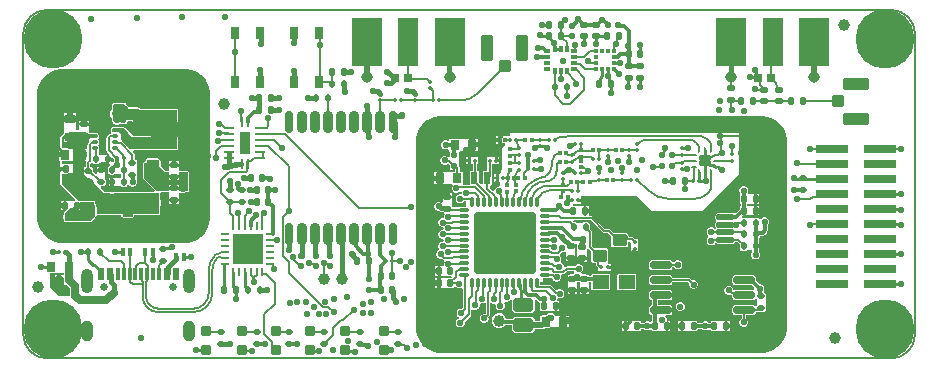
<source format=gtl>
G04*
G04 #@! TF.GenerationSoftware,Altium Limited,Altium Designer,23.0.1 (38)*
G04*
G04 Layer_Physical_Order=1*
G04 Layer_Color=255*
%FSLAX25Y25*%
%MOIN*%
G70*
G04*
G04 #@! TF.SameCoordinates,19342238-8E0C-4B0D-84B5-E67248FCF62E*
G04*
G04*
G04 #@! TF.FilePolarity,Positive*
G04*
G01*
G75*
%ADD12C,0.00600*%
%ADD17C,0.00800*%
G04:AMPARAMS|DCode=19|XSize=39.37mil|YSize=41.34mil|CornerRadius=3.94mil|HoleSize=0mil|Usage=FLASHONLY|Rotation=270.000|XOffset=0mil|YOffset=0mil|HoleType=Round|Shape=RoundedRectangle|*
%AMROUNDEDRECTD19*
21,1,0.03937,0.03347,0,0,270.0*
21,1,0.03150,0.04134,0,0,270.0*
1,1,0.00787,-0.01673,-0.01575*
1,1,0.00787,-0.01673,0.01575*
1,1,0.00787,0.01673,0.01575*
1,1,0.00787,0.01673,-0.01575*
%
%ADD19ROUNDEDRECTD19*%
G04:AMPARAMS|DCode=20|XSize=41.34mil|YSize=86.61mil|CornerRadius=4.13mil|HoleSize=0mil|Usage=FLASHONLY|Rotation=270.000|XOffset=0mil|YOffset=0mil|HoleType=Round|Shape=RoundedRectangle|*
%AMROUNDEDRECTD20*
21,1,0.04134,0.07835,0,0,270.0*
21,1,0.03307,0.08661,0,0,270.0*
1,1,0.00827,-0.03917,-0.01654*
1,1,0.00827,-0.03917,0.01654*
1,1,0.00827,0.03917,0.01654*
1,1,0.00827,0.03917,-0.01654*
%
%ADD20ROUNDEDRECTD20*%
G04:AMPARAMS|DCode=22|XSize=11.81mil|YSize=15.75mil|CornerRadius=2.95mil|HoleSize=0mil|Usage=FLASHONLY|Rotation=90.000|XOffset=0mil|YOffset=0mil|HoleType=Round|Shape=RoundedRectangle|*
%AMROUNDEDRECTD22*
21,1,0.01181,0.00984,0,0,90.0*
21,1,0.00591,0.01575,0,0,90.0*
1,1,0.00591,0.00492,0.00295*
1,1,0.00591,0.00492,-0.00295*
1,1,0.00591,-0.00492,-0.00295*
1,1,0.00591,-0.00492,0.00295*
%
%ADD22ROUNDEDRECTD22*%
G04:AMPARAMS|DCode=24|XSize=11.81mil|YSize=15.75mil|CornerRadius=2.95mil|HoleSize=0mil|Usage=FLASHONLY|Rotation=180.000|XOffset=0mil|YOffset=0mil|HoleType=Round|Shape=RoundedRectangle|*
%AMROUNDEDRECTD24*
21,1,0.01181,0.00984,0,0,180.0*
21,1,0.00591,0.01575,0,0,180.0*
1,1,0.00591,-0.00295,0.00492*
1,1,0.00591,0.00295,0.00492*
1,1,0.00591,0.00295,-0.00492*
1,1,0.00591,-0.00295,-0.00492*
%
%ADD24ROUNDEDRECTD24*%
G04:AMPARAMS|DCode=25|XSize=11.81mil|YSize=13.78mil|CornerRadius=2.95mil|HoleSize=0mil|Usage=FLASHONLY|Rotation=180.000|XOffset=0mil|YOffset=0mil|HoleType=Round|Shape=RoundedRectangle|*
%AMROUNDEDRECTD25*
21,1,0.01181,0.00787,0,0,180.0*
21,1,0.00591,0.01378,0,0,180.0*
1,1,0.00591,-0.00295,0.00394*
1,1,0.00591,0.00295,0.00394*
1,1,0.00591,0.00295,-0.00394*
1,1,0.00591,-0.00295,-0.00394*
%
%ADD25ROUNDEDRECTD25*%
G04:AMPARAMS|DCode=26|XSize=23.62mil|YSize=17.72mil|CornerRadius=4.43mil|HoleSize=0mil|Usage=FLASHONLY|Rotation=90.000|XOffset=0mil|YOffset=0mil|HoleType=Round|Shape=RoundedRectangle|*
%AMROUNDEDRECTD26*
21,1,0.02362,0.00886,0,0,90.0*
21,1,0.01476,0.01772,0,0,90.0*
1,1,0.00886,0.00443,0.00738*
1,1,0.00886,0.00443,-0.00738*
1,1,0.00886,-0.00443,-0.00738*
1,1,0.00886,-0.00443,0.00738*
%
%ADD26ROUNDEDRECTD26*%
G04:AMPARAMS|DCode=27|XSize=18.7mil|YSize=11.81mil|CornerRadius=2.95mil|HoleSize=0mil|Usage=FLASHONLY|Rotation=180.000|XOffset=0mil|YOffset=0mil|HoleType=Round|Shape=RoundedRectangle|*
%AMROUNDEDRECTD27*
21,1,0.01870,0.00591,0,0,180.0*
21,1,0.01280,0.01181,0,0,180.0*
1,1,0.00591,-0.00640,0.00295*
1,1,0.00591,0.00640,0.00295*
1,1,0.00591,0.00640,-0.00295*
1,1,0.00591,-0.00640,-0.00295*
%
%ADD27ROUNDEDRECTD27*%
G04:AMPARAMS|DCode=28|XSize=23.62mil|YSize=17.72mil|CornerRadius=4.43mil|HoleSize=0mil|Usage=FLASHONLY|Rotation=0.000|XOffset=0mil|YOffset=0mil|HoleType=Round|Shape=RoundedRectangle|*
%AMROUNDEDRECTD28*
21,1,0.02362,0.00886,0,0,0.0*
21,1,0.01476,0.01772,0,0,0.0*
1,1,0.00886,0.00738,-0.00443*
1,1,0.00886,-0.00738,-0.00443*
1,1,0.00886,-0.00738,0.00443*
1,1,0.00886,0.00738,0.00443*
%
%ADD28ROUNDEDRECTD28*%
G04:AMPARAMS|DCode=29|XSize=32.68mil|YSize=27.56mil|CornerRadius=2.76mil|HoleSize=0mil|Usage=FLASHONLY|Rotation=0.000|XOffset=0mil|YOffset=0mil|HoleType=Round|Shape=RoundedRectangle|*
%AMROUNDEDRECTD29*
21,1,0.03268,0.02205,0,0,0.0*
21,1,0.02717,0.02756,0,0,0.0*
1,1,0.00551,0.01358,-0.01102*
1,1,0.00551,-0.01358,-0.01102*
1,1,0.00551,-0.01358,0.01102*
1,1,0.00551,0.01358,0.01102*
%
%ADD29ROUNDEDRECTD29*%
%ADD30R,0.14567X0.03858*%
G04:AMPARAMS|DCode=31|XSize=57.09mil|YSize=39.37mil|CornerRadius=3.94mil|HoleSize=0mil|Usage=FLASHONLY|Rotation=90.000|XOffset=0mil|YOffset=0mil|HoleType=Round|Shape=RoundedRectangle|*
%AMROUNDEDRECTD31*
21,1,0.05709,0.03150,0,0,90.0*
21,1,0.04921,0.03937,0,0,90.0*
1,1,0.00787,0.01575,0.02461*
1,1,0.00787,0.01575,-0.02461*
1,1,0.00787,-0.01575,-0.02461*
1,1,0.00787,-0.01575,0.02461*
%
%ADD31ROUNDEDRECTD31*%
G04:AMPARAMS|DCode=32|XSize=42.52mil|YSize=36.22mil|CornerRadius=9.06mil|HoleSize=0mil|Usage=FLASHONLY|Rotation=270.000|XOffset=0mil|YOffset=0mil|HoleType=Round|Shape=RoundedRectangle|*
%AMROUNDEDRECTD32*
21,1,0.04252,0.01811,0,0,270.0*
21,1,0.02441,0.03622,0,0,270.0*
1,1,0.01811,-0.00906,-0.01221*
1,1,0.01811,-0.00906,0.01221*
1,1,0.01811,0.00906,0.01221*
1,1,0.01811,0.00906,-0.01221*
%
%ADD32ROUNDEDRECTD32*%
G04:AMPARAMS|DCode=33|XSize=32.68mil|YSize=27.56mil|CornerRadius=2.76mil|HoleSize=0mil|Usage=FLASHONLY|Rotation=90.000|XOffset=0mil|YOffset=0mil|HoleType=Round|Shape=RoundedRectangle|*
%AMROUNDEDRECTD33*
21,1,0.03268,0.02205,0,0,90.0*
21,1,0.02717,0.02756,0,0,90.0*
1,1,0.00551,0.01102,0.01358*
1,1,0.00551,0.01102,-0.01358*
1,1,0.00551,-0.01102,-0.01358*
1,1,0.00551,-0.01102,0.01358*
%
%ADD33ROUNDEDRECTD33*%
G04:AMPARAMS|DCode=34|XSize=42.52mil|YSize=36.22mil|CornerRadius=9.06mil|HoleSize=0mil|Usage=FLASHONLY|Rotation=180.000|XOffset=0mil|YOffset=0mil|HoleType=Round|Shape=RoundedRectangle|*
%AMROUNDEDRECTD34*
21,1,0.04252,0.01811,0,0,180.0*
21,1,0.02441,0.03622,0,0,180.0*
1,1,0.01811,-0.01221,0.00906*
1,1,0.01811,0.01221,0.00906*
1,1,0.01811,0.01221,-0.00906*
1,1,0.01811,-0.01221,-0.00906*
%
%ADD34ROUNDEDRECTD34*%
G04:AMPARAMS|DCode=35|XSize=21.65mil|YSize=17.72mil|CornerRadius=4.43mil|HoleSize=0mil|Usage=FLASHONLY|Rotation=90.000|XOffset=0mil|YOffset=0mil|HoleType=Round|Shape=RoundedRectangle|*
%AMROUNDEDRECTD35*
21,1,0.02165,0.00886,0,0,90.0*
21,1,0.01280,0.01772,0,0,90.0*
1,1,0.00886,0.00443,0.00640*
1,1,0.00886,0.00443,-0.00640*
1,1,0.00886,-0.00443,-0.00640*
1,1,0.00886,-0.00443,0.00640*
%
%ADD35ROUNDEDRECTD35*%
G04:AMPARAMS|DCode=36|XSize=21.65mil|YSize=41.34mil|CornerRadius=1.08mil|HoleSize=0mil|Usage=FLASHONLY|Rotation=0.000|XOffset=0mil|YOffset=0mil|HoleType=Round|Shape=RoundedRectangle|*
%AMROUNDEDRECTD36*
21,1,0.02165,0.03917,0,0,0.0*
21,1,0.01949,0.04134,0,0,0.0*
1,1,0.00217,0.00974,-0.01959*
1,1,0.00217,-0.00974,-0.01959*
1,1,0.00217,-0.00974,0.01959*
1,1,0.00217,0.00974,0.01959*
%
%ADD36ROUNDEDRECTD36*%
G04:AMPARAMS|DCode=37|XSize=21.65mil|YSize=17.72mil|CornerRadius=4.43mil|HoleSize=0mil|Usage=FLASHONLY|Rotation=180.000|XOffset=0mil|YOffset=0mil|HoleType=Round|Shape=RoundedRectangle|*
%AMROUNDEDRECTD37*
21,1,0.02165,0.00886,0,0,180.0*
21,1,0.01280,0.01772,0,0,180.0*
1,1,0.00886,-0.00640,0.00443*
1,1,0.00886,0.00640,0.00443*
1,1,0.00886,0.00640,-0.00443*
1,1,0.00886,-0.00640,-0.00443*
%
%ADD37ROUNDEDRECTD37*%
G04:AMPARAMS|DCode=38|XSize=11.81mil|YSize=13.78mil|CornerRadius=2.95mil|HoleSize=0mil|Usage=FLASHONLY|Rotation=270.000|XOffset=0mil|YOffset=0mil|HoleType=Round|Shape=RoundedRectangle|*
%AMROUNDEDRECTD38*
21,1,0.01181,0.00787,0,0,270.0*
21,1,0.00591,0.01378,0,0,270.0*
1,1,0.00591,-0.00394,-0.00295*
1,1,0.00591,-0.00394,0.00295*
1,1,0.00591,0.00394,0.00295*
1,1,0.00591,0.00394,-0.00295*
%
%ADD38ROUNDEDRECTD38*%
G04:AMPARAMS|DCode=39|XSize=16.14mil|YSize=13.78mil|CornerRadius=3.45mil|HoleSize=0mil|Usage=FLASHONLY|Rotation=90.000|XOffset=0mil|YOffset=0mil|HoleType=Round|Shape=RoundedRectangle|*
%AMROUNDEDRECTD39*
21,1,0.01614,0.00689,0,0,90.0*
21,1,0.00925,0.01378,0,0,90.0*
1,1,0.00689,0.00345,0.00463*
1,1,0.00689,0.00345,-0.00463*
1,1,0.00689,-0.00345,-0.00463*
1,1,0.00689,-0.00345,0.00463*
%
%ADD39ROUNDEDRECTD39*%
G04:AMPARAMS|DCode=40|XSize=16.14mil|YSize=13.78mil|CornerRadius=3.45mil|HoleSize=0mil|Usage=FLASHONLY|Rotation=0.000|XOffset=0mil|YOffset=0mil|HoleType=Round|Shape=RoundedRectangle|*
%AMROUNDEDRECTD40*
21,1,0.01614,0.00689,0,0,0.0*
21,1,0.00925,0.01378,0,0,0.0*
1,1,0.00689,0.00463,-0.00345*
1,1,0.00689,-0.00463,-0.00345*
1,1,0.00689,-0.00463,0.00345*
1,1,0.00689,0.00463,0.00345*
%
%ADD40ROUNDEDRECTD40*%
G04:AMPARAMS|DCode=41|XSize=22.64mil|YSize=13.78mil|CornerRadius=1.38mil|HoleSize=0mil|Usage=FLASHONLY|Rotation=180.000|XOffset=0mil|YOffset=0mil|HoleType=Round|Shape=RoundedRectangle|*
%AMROUNDEDRECTD41*
21,1,0.02264,0.01102,0,0,180.0*
21,1,0.01988,0.01378,0,0,180.0*
1,1,0.00276,-0.00994,0.00551*
1,1,0.00276,0.00994,0.00551*
1,1,0.00276,0.00994,-0.00551*
1,1,0.00276,-0.00994,-0.00551*
%
%ADD41ROUNDEDRECTD41*%
G04:AMPARAMS|DCode=42|XSize=22.64mil|YSize=13.78mil|CornerRadius=1.38mil|HoleSize=0mil|Usage=FLASHONLY|Rotation=270.000|XOffset=0mil|YOffset=0mil|HoleType=Round|Shape=RoundedRectangle|*
%AMROUNDEDRECTD42*
21,1,0.02264,0.01102,0,0,270.0*
21,1,0.01988,0.01378,0,0,270.0*
1,1,0.00276,-0.00551,-0.00994*
1,1,0.00276,-0.00551,0.00994*
1,1,0.00276,0.00551,0.00994*
1,1,0.00276,0.00551,-0.00994*
%
%ADD42ROUNDEDRECTD42*%
%ADD43R,0.03543X0.07480*%
%ADD44R,0.00945X0.03543*%
%ADD45R,0.03543X0.00945*%
G04:AMPARAMS|DCode=46|XSize=70.28mil|YSize=25.59mil|CornerRadius=6.4mil|HoleSize=0mil|Usage=FLASHONLY|Rotation=180.000|XOffset=0mil|YOffset=0mil|HoleType=Round|Shape=RoundedRectangle|*
%AMROUNDEDRECTD46*
21,1,0.07028,0.01280,0,0,180.0*
21,1,0.05749,0.02559,0,0,180.0*
1,1,0.01280,-0.02874,0.00640*
1,1,0.01280,0.02874,0.00640*
1,1,0.01280,0.02874,-0.00640*
1,1,0.01280,-0.02874,-0.00640*
%
%ADD46ROUNDEDRECTD46*%
G04:AMPARAMS|DCode=47|XSize=58.07mil|YSize=17.72mil|CornerRadius=4.43mil|HoleSize=0mil|Usage=FLASHONLY|Rotation=0.000|XOffset=0mil|YOffset=0mil|HoleType=Round|Shape=RoundedRectangle|*
%AMROUNDEDRECTD47*
21,1,0.05807,0.00886,0,0,0.0*
21,1,0.04921,0.01772,0,0,0.0*
1,1,0.00886,0.02461,-0.00443*
1,1,0.00886,-0.02461,-0.00443*
1,1,0.00886,-0.02461,0.00443*
1,1,0.00886,0.02461,0.00443*
%
%ADD47ROUNDEDRECTD47*%
G04:AMPARAMS|DCode=48|XSize=29.13mil|YSize=109.84mil|CornerRadius=7.28mil|HoleSize=0mil|Usage=FLASHONLY|Rotation=270.000|XOffset=0mil|YOffset=0mil|HoleType=Round|Shape=RoundedRectangle|*
%AMROUNDEDRECTD48*
21,1,0.02913,0.09528,0,0,270.0*
21,1,0.01457,0.10984,0,0,270.0*
1,1,0.01457,-0.04764,-0.00728*
1,1,0.01457,-0.04764,0.00728*
1,1,0.01457,0.04764,0.00728*
1,1,0.01457,0.04764,-0.00728*
%
%ADD48ROUNDEDRECTD48*%
%ADD49O,0.00984X0.03150*%
%ADD50O,0.03150X0.00984*%
%ADD51R,0.10433X0.10433*%
G04:AMPARAMS|DCode=52|XSize=13.78mil|YSize=23.62mil|CornerRadius=1.38mil|HoleSize=0mil|Usage=FLASHONLY|Rotation=180.000|XOffset=0mil|YOffset=0mil|HoleType=Round|Shape=RoundedRectangle|*
%AMROUNDEDRECTD52*
21,1,0.01378,0.02087,0,0,180.0*
21,1,0.01102,0.02362,0,0,180.0*
1,1,0.00276,-0.00551,0.01043*
1,1,0.00276,0.00551,0.01043*
1,1,0.00276,0.00551,-0.01043*
1,1,0.00276,-0.00551,-0.01043*
%
%ADD52ROUNDEDRECTD52*%
G04:AMPARAMS|DCode=53|XSize=31.89mil|YSize=36.61mil|CornerRadius=4.78mil|HoleSize=0mil|Usage=FLASHONLY|Rotation=90.000|XOffset=0mil|YOffset=0mil|HoleType=Round|Shape=RoundedRectangle|*
%AMROUNDEDRECTD53*
21,1,0.03189,0.02705,0,0,90.0*
21,1,0.02232,0.03661,0,0,90.0*
1,1,0.00957,0.01352,0.01116*
1,1,0.00957,0.01352,-0.01116*
1,1,0.00957,-0.01352,-0.01116*
1,1,0.00957,-0.01352,0.01116*
%
%ADD53ROUNDEDRECTD53*%
%ADD54R,0.02362X0.04488*%
%ADD55R,0.01181X0.04488*%
G04:AMPARAMS|DCode=56|XSize=18.11mil|YSize=7.87mil|CornerRadius=3.15mil|HoleSize=0mil|Usage=FLASHONLY|Rotation=270.000|XOffset=0mil|YOffset=0mil|HoleType=Round|Shape=RoundedRectangle|*
%AMROUNDEDRECTD56*
21,1,0.01811,0.00158,0,0,270.0*
21,1,0.01181,0.00787,0,0,270.0*
1,1,0.00630,-0.00079,-0.00591*
1,1,0.00630,-0.00079,0.00591*
1,1,0.00630,0.00079,0.00591*
1,1,0.00630,0.00079,-0.00591*
%
%ADD56ROUNDEDRECTD56*%
G04:AMPARAMS|DCode=57|XSize=18.11mil|YSize=7.87mil|CornerRadius=3.15mil|HoleSize=0mil|Usage=FLASHONLY|Rotation=0.000|XOffset=0mil|YOffset=0mil|HoleType=Round|Shape=RoundedRectangle|*
%AMROUNDEDRECTD57*
21,1,0.01811,0.00158,0,0,0.0*
21,1,0.01181,0.00787,0,0,0.0*
1,1,0.00630,0.00591,-0.00079*
1,1,0.00630,-0.00591,-0.00079*
1,1,0.00630,-0.00591,0.00079*
1,1,0.00630,0.00591,0.00079*
%
%ADD57ROUNDEDRECTD57*%
G04:AMPARAMS|DCode=58|XSize=31.5mil|YSize=31.5mil|CornerRadius=3.15mil|HoleSize=0mil|Usage=FLASHONLY|Rotation=0.000|XOffset=0mil|YOffset=0mil|HoleType=Round|Shape=RoundedRectangle|*
%AMROUNDEDRECTD58*
21,1,0.03150,0.02520,0,0,0.0*
21,1,0.02520,0.03150,0,0,0.0*
1,1,0.00630,0.01260,-0.01260*
1,1,0.00630,-0.01260,-0.01260*
1,1,0.00630,-0.01260,0.01260*
1,1,0.00630,0.01260,0.01260*
%
%ADD58ROUNDEDRECTD58*%
G04:AMPARAMS|DCode=59|XSize=27.56mil|YSize=27.56mil|CornerRadius=2.76mil|HoleSize=0mil|Usage=FLASHONLY|Rotation=180.000|XOffset=0mil|YOffset=0mil|HoleType=Round|Shape=RoundedRectangle|*
%AMROUNDEDRECTD59*
21,1,0.02756,0.02205,0,0,180.0*
21,1,0.02205,0.02756,0,0,180.0*
1,1,0.00551,-0.01102,0.01102*
1,1,0.00551,0.01102,0.01102*
1,1,0.00551,0.01102,-0.01102*
1,1,0.00551,-0.01102,-0.01102*
%
%ADD59ROUNDEDRECTD59*%
G04:AMPARAMS|DCode=60|XSize=33.46mil|YSize=11.81mil|CornerRadius=2.95mil|HoleSize=0mil|Usage=FLASHONLY|Rotation=270.000|XOffset=0mil|YOffset=0mil|HoleType=Round|Shape=RoundedRectangle|*
%AMROUNDEDRECTD60*
21,1,0.03346,0.00591,0,0,270.0*
21,1,0.02756,0.01181,0,0,270.0*
1,1,0.00591,-0.00295,-0.01378*
1,1,0.00591,-0.00295,0.01378*
1,1,0.00591,0.00295,0.01378*
1,1,0.00591,0.00295,-0.01378*
%
%ADD60ROUNDEDRECTD60*%
G04:AMPARAMS|DCode=61|XSize=33.46mil|YSize=11.81mil|CornerRadius=2.95mil|HoleSize=0mil|Usage=FLASHONLY|Rotation=0.000|XOffset=0mil|YOffset=0mil|HoleType=Round|Shape=RoundedRectangle|*
%AMROUNDEDRECTD61*
21,1,0.03346,0.00591,0,0,0.0*
21,1,0.02756,0.01181,0,0,0.0*
1,1,0.00591,0.01378,-0.00295*
1,1,0.00591,-0.01378,-0.00295*
1,1,0.00591,-0.01378,0.00295*
1,1,0.00591,0.01378,0.00295*
%
%ADD61ROUNDEDRECTD61*%
G04:AMPARAMS|DCode=62|XSize=206.69mil|YSize=206.69mil|CornerRadius=10.34mil|HoleSize=0mil|Usage=FLASHONLY|Rotation=0.000|XOffset=0mil|YOffset=0mil|HoleType=Round|Shape=RoundedRectangle|*
%AMROUNDEDRECTD62*
21,1,0.20669,0.18602,0,0,0.0*
21,1,0.18602,0.20669,0,0,0.0*
1,1,0.02067,0.09301,-0.09301*
1,1,0.02067,-0.09301,-0.09301*
1,1,0.02067,-0.09301,0.09301*
1,1,0.02067,0.09301,0.09301*
%
%ADD62ROUNDEDRECTD62*%
G04:AMPARAMS|DCode=63|XSize=68.9mil|YSize=45.28mil|CornerRadius=11.32mil|HoleSize=0mil|Usage=FLASHONLY|Rotation=0.000|XOffset=0mil|YOffset=0mil|HoleType=Round|Shape=RoundedRectangle|*
%AMROUNDEDRECTD63*
21,1,0.06890,0.02264,0,0,0.0*
21,1,0.04626,0.04528,0,0,0.0*
1,1,0.02264,0.02313,-0.01132*
1,1,0.02264,-0.02313,-0.01132*
1,1,0.02264,-0.02313,0.01132*
1,1,0.02264,0.02313,0.01132*
%
%ADD63ROUNDEDRECTD63*%
G04:AMPARAMS|DCode=64|XSize=55.12mil|YSize=47.24mil|CornerRadius=2.36mil|HoleSize=0mil|Usage=FLASHONLY|Rotation=0.000|XOffset=0mil|YOffset=0mil|HoleType=Round|Shape=RoundedRectangle|*
%AMROUNDEDRECTD64*
21,1,0.05512,0.04252,0,0,0.0*
21,1,0.05039,0.04724,0,0,0.0*
1,1,0.00472,0.02520,-0.02126*
1,1,0.00472,-0.02520,-0.02126*
1,1,0.00472,-0.02520,0.02126*
1,1,0.00472,0.02520,0.02126*
%
%ADD64ROUNDEDRECTD64*%
G04:AMPARAMS|DCode=65|XSize=41.34mil|YSize=25.59mil|CornerRadius=2.56mil|HoleSize=0mil|Usage=FLASHONLY|Rotation=270.000|XOffset=0mil|YOffset=0mil|HoleType=Round|Shape=RoundedRectangle|*
%AMROUNDEDRECTD65*
21,1,0.04134,0.02047,0,0,270.0*
21,1,0.03622,0.02559,0,0,270.0*
1,1,0.00512,-0.01024,-0.01811*
1,1,0.00512,-0.01024,0.01811*
1,1,0.00512,0.01024,0.01811*
1,1,0.00512,0.01024,-0.01811*
%
%ADD65ROUNDEDRECTD65*%
%ADD66R,0.10492X0.16496*%
%ADD67R,0.07008X0.16496*%
%ADD129C,0.00664*%
%ADD130C,0.00664*%
%ADD131C,0.00677*%
G04:AMPARAMS|DCode=132|XSize=23.62mil|YSize=19.68mil|CornerRadius=4.92mil|HoleSize=0mil|Usage=FLASHONLY|Rotation=90.000|XOffset=0mil|YOffset=0mil|HoleType=Round|Shape=RoundedRectangle|*
%AMROUNDEDRECTD132*
21,1,0.02362,0.00984,0,0,90.0*
21,1,0.01378,0.01968,0,0,90.0*
1,1,0.00984,0.00492,0.00689*
1,1,0.00984,0.00492,-0.00689*
1,1,0.00984,-0.00492,-0.00689*
1,1,0.00984,-0.00492,0.00689*
%
%ADD132ROUNDEDRECTD132*%
G04:AMPARAMS|DCode=133|XSize=23.62mil|YSize=19.68mil|CornerRadius=4.92mil|HoleSize=0mil|Usage=FLASHONLY|Rotation=0.000|XOffset=0mil|YOffset=0mil|HoleType=Round|Shape=RoundedRectangle|*
%AMROUNDEDRECTD133*
21,1,0.02362,0.00984,0,0,0.0*
21,1,0.01378,0.01968,0,0,0.0*
1,1,0.00984,0.00689,-0.00492*
1,1,0.00984,-0.00689,-0.00492*
1,1,0.00984,-0.00689,0.00492*
1,1,0.00984,0.00689,0.00492*
%
%ADD133ROUNDEDRECTD133*%
%ADD134R,0.03937X0.39370*%
%ADD135R,0.39370X0.03937*%
%ADD136R,0.70866X0.03937*%
%ADD137R,0.03937X0.62992*%
%ADD138C,0.03937*%
G04:AMPARAMS|DCode=139|XSize=39.37mil|YSize=47.24mil|CornerRadius=1.97mil|HoleSize=0mil|Usage=FLASHONLY|Rotation=90.000|XOffset=0mil|YOffset=0mil|HoleType=Round|Shape=RoundedRectangle|*
%AMROUNDEDRECTD139*
21,1,0.03937,0.04331,0,0,90.0*
21,1,0.03543,0.04724,0,0,90.0*
1,1,0.00394,0.02165,0.01772*
1,1,0.00394,0.02165,-0.01772*
1,1,0.00394,-0.02165,-0.01772*
1,1,0.00394,-0.02165,0.01772*
%
%ADD139ROUNDEDRECTD139*%
G04:AMPARAMS|DCode=140|XSize=41.34mil|YSize=86.61mil|CornerRadius=4.13mil|HoleSize=0mil|Usage=FLASHONLY|Rotation=0.000|XOffset=0mil|YOffset=0mil|HoleType=Round|Shape=RoundedRectangle|*
%AMROUNDEDRECTD140*
21,1,0.04134,0.07835,0,0,0.0*
21,1,0.03307,0.08661,0,0,0.0*
1,1,0.00827,0.01654,-0.03917*
1,1,0.00827,-0.01654,-0.03917*
1,1,0.00827,-0.01654,0.03917*
1,1,0.00827,0.01654,0.03917*
%
%ADD140ROUNDEDRECTD140*%
G04:AMPARAMS|DCode=141|XSize=39.37mil|YSize=41.34mil|CornerRadius=3.94mil|HoleSize=0mil|Usage=FLASHONLY|Rotation=0.000|XOffset=0mil|YOffset=0mil|HoleType=Round|Shape=RoundedRectangle|*
%AMROUNDEDRECTD141*
21,1,0.03937,0.03347,0,0,0.0*
21,1,0.03150,0.04134,0,0,0.0*
1,1,0.00787,0.01575,-0.01673*
1,1,0.00787,-0.01575,-0.01673*
1,1,0.00787,-0.01575,0.01673*
1,1,0.00787,0.01575,0.01673*
%
%ADD141ROUNDEDRECTD141*%
G04:AMPARAMS|DCode=142|XSize=70.87mil|YSize=27.56mil|CornerRadius=9.65mil|HoleSize=0mil|Usage=FLASHONLY|Rotation=270.000|XOffset=0mil|YOffset=0mil|HoleType=Round|Shape=RoundedRectangle|*
%AMROUNDEDRECTD142*
21,1,0.07087,0.00827,0,0,270.0*
21,1,0.05158,0.02756,0,0,270.0*
1,1,0.01929,-0.00413,-0.02579*
1,1,0.01929,-0.00413,0.02579*
1,1,0.01929,0.00413,0.02579*
1,1,0.01929,0.00413,-0.02579*
%
%ADD142ROUNDEDRECTD142*%
G04:AMPARAMS|DCode=143|XSize=70.87mil|YSize=31.5mil|CornerRadius=11.03mil|HoleSize=0mil|Usage=FLASHONLY|Rotation=270.000|XOffset=0mil|YOffset=0mil|HoleType=Round|Shape=RoundedRectangle|*
%AMROUNDEDRECTD143*
21,1,0.07087,0.00945,0,0,270.0*
21,1,0.04882,0.03150,0,0,270.0*
1,1,0.02205,-0.00472,-0.02441*
1,1,0.02205,-0.00472,0.02441*
1,1,0.02205,0.00472,0.02441*
1,1,0.02205,0.00472,-0.02441*
%
%ADD143ROUNDEDRECTD143*%
%ADD144C,0.01000*%
%ADD145C,0.01600*%
%ADD146C,0.01200*%
%ADD147C,0.02000*%
%ADD148C,0.01400*%
%ADD149C,0.03543*%
%ADD150C,0.01800*%
%ADD151C,0.02600*%
%ADD152C,0.01181*%
%ADD153C,0.03200*%
%ADD154C,0.05906*%
%ADD155C,0.19685*%
%ADD156O,0.03937X0.07087*%
%ADD157O,0.03937X0.08268*%
%ADD158C,0.02559*%
%ADD159C,0.03819*%
%ADD160C,0.02200*%
G36*
X990371Y707527D02*
X991948Y706874D01*
X993366Y705926D01*
X994573Y704720D01*
X995520Y703301D01*
X996173Y701725D01*
X996506Y700051D01*
Y699198D01*
Y658647D01*
Y657794D01*
X996173Y656121D01*
X995520Y654544D01*
X994573Y653126D01*
X993366Y651920D01*
X991948Y650972D01*
X990371Y650319D01*
X988698Y649986D01*
X947294D01*
X946441Y649986D01*
X944767Y650319D01*
X943191Y650972D01*
X941772Y651920D01*
X940566Y653126D01*
X939618Y654544D01*
X938965Y656121D01*
X938632Y657794D01*
X938632Y658647D01*
Y658647D01*
X938632Y699198D01*
Y700051D01*
X938965Y701725D01*
X939618Y703301D01*
X940566Y704720D01*
X941772Y705926D01*
X943191Y706874D01*
X944767Y707527D01*
X946441Y707860D01*
X947294Y707860D01*
X947294Y707860D01*
X988698D01*
X990371Y707527D01*
D02*
G37*
G36*
X1201511Y710035D02*
X1198548D01*
Y706649D01*
Y703815D01*
X1196737D01*
Y709996D01*
X1194266D01*
Y719563D01*
X1201511D01*
Y710035D01*
D02*
G37*
G36*
X1174010D02*
X1171048D01*
Y706649D01*
Y703815D01*
X1169237D01*
Y709996D01*
X1166766D01*
Y719563D01*
X1174010D01*
Y710035D01*
D02*
G37*
G36*
X1080128Y710035D02*
X1077166D01*
Y706649D01*
Y703815D01*
X1075355D01*
Y709996D01*
X1072884D01*
Y719563D01*
X1080128D01*
Y710035D01*
D02*
G37*
G36*
X1052628D02*
X1049666D01*
Y706649D01*
Y703815D01*
X1047855D01*
Y709996D01*
X1045384D01*
Y719563D01*
X1052628D01*
Y710035D01*
D02*
G37*
G36*
X947615Y639098D02*
X946675D01*
Y635898D01*
X948657D01*
X949712Y634843D01*
Y632278D01*
X949753Y632072D01*
X945916D01*
X942963Y635025D01*
Y639855D01*
X944484D01*
X944748Y639907D01*
X944787Y639934D01*
X947615D01*
Y639098D01*
D02*
G37*
G36*
X1182497Y691976D02*
X1184074Y691323D01*
X1185492Y690375D01*
X1186699Y689169D01*
X1187646Y687750D01*
X1188299Y686174D01*
X1188632Y684500D01*
Y683647D01*
Y653726D01*
Y621836D01*
Y620983D01*
X1188299Y619310D01*
X1187646Y617733D01*
X1186699Y616315D01*
X1185492Y615108D01*
X1184074Y614161D01*
X1182497Y613508D01*
X1180824Y613175D01*
X1179971Y613175D01*
Y613175D01*
X1073672Y613175D01*
X1072819Y613175D01*
X1071145Y613508D01*
X1069569Y614161D01*
X1068150Y615108D01*
X1066944Y616315D01*
X1065996Y617733D01*
X1065343Y619310D01*
X1065010Y620983D01*
X1065010Y621836D01*
X1065010Y621836D01*
Y653726D01*
Y683647D01*
Y684500D01*
X1065343Y686174D01*
X1065996Y687750D01*
X1066944Y689169D01*
X1068150Y690375D01*
X1069569Y691323D01*
X1071145Y691976D01*
X1072819Y692309D01*
X1180824D01*
X1182497Y691976D01*
D02*
G37*
%LPC*%
G36*
X951717Y693025D02*
X950634D01*
Y692041D01*
X951717D01*
Y693025D01*
D02*
G37*
G36*
X948862D02*
X947780D01*
Y692041D01*
X948862D01*
Y693025D01*
D02*
G37*
G36*
X967702Y696598D02*
X964553D01*
X964243Y696536D01*
X963981Y696361D01*
X963805Y696098D01*
X963744Y695789D01*
Y694749D01*
X963663Y694669D01*
X963183Y693950D01*
X963014Y693103D01*
X963183Y692256D01*
X963663Y691537D01*
X963744Y691483D01*
Y691172D01*
X963729Y691136D01*
Y690539D01*
X963957Y689988D01*
X964379Y689566D01*
X964930Y689337D01*
X965527D01*
X966078Y689566D01*
X966361Y689849D01*
X966619Y689591D01*
X967171Y689362D01*
X967768D01*
X968319Y689591D01*
X968741Y690013D01*
X968969Y690564D01*
Y690642D01*
X970209D01*
Y690019D01*
X985576D01*
Y694678D01*
X973213D01*
X972878Y694902D01*
X972031Y695070D01*
X972031Y695070D01*
X969419D01*
X969035Y695646D01*
X968464Y696027D01*
X968450Y696098D01*
X968275Y696361D01*
X968012Y696536D01*
X967702Y696598D01*
D02*
G37*
G36*
X955962Y690609D02*
X955125D01*
Y689822D01*
X955962D01*
Y690609D01*
D02*
G37*
G36*
X953649D02*
X952763D01*
Y689822D01*
X953649D01*
Y690609D01*
D02*
G37*
G36*
X951717Y690073D02*
X947780D01*
Y686753D01*
X947754Y686714D01*
X947701Y686451D01*
Y686318D01*
X947563D01*
X947256Y686191D01*
X946594Y685528D01*
X946467Y685222D01*
Y681854D01*
X946496Y681785D01*
X946204Y681285D01*
X946113D01*
Y680202D01*
X947097D01*
Y680734D01*
X947391Y680931D01*
X948944D01*
X949065Y680906D01*
Y677727D01*
X948944Y677702D01*
X947097D01*
Y678431D01*
X946113D01*
Y677348D01*
X946414D01*
X946467Y677269D01*
Y675637D01*
X946594Y675331D01*
X946594Y675331D01*
X946662Y675263D01*
X946778Y675215D01*
X946883Y675145D01*
X946927Y675153D01*
X946968Y675137D01*
X946968Y675137D01*
X947085Y675185D01*
X947208Y675210D01*
X947233Y675246D01*
X947274Y675263D01*
X947301Y675330D01*
X947918D01*
Y675757D01*
X948706D01*
Y673426D01*
X947918D01*
Y673853D01*
X947297D01*
X947278Y673900D01*
X947237Y673917D01*
X947212Y673953D01*
X947089Y673978D01*
X946972Y674026D01*
X946931Y674010D01*
X946887Y674018D01*
X946782Y673948D01*
X946666Y673900D01*
X946594Y673828D01*
X946467Y673522D01*
Y669474D01*
X946594Y669168D01*
X951305Y664457D01*
X951311Y664347D01*
X950970Y663919D01*
X948363D01*
Y660770D01*
X948363Y660770D01*
X948363D01*
X948076Y660404D01*
X947742Y660071D01*
X947615Y659764D01*
Y659415D01*
X947398Y658890D01*
Y658293D01*
X947615Y657769D01*
Y657320D01*
X947742Y657014D01*
X948048Y656887D01*
X956510D01*
X956817Y657014D01*
X958033Y658230D01*
X958099Y658389D01*
X958196Y658454D01*
X958484Y658886D01*
X958542Y659175D01*
X958586Y659199D01*
X966750D01*
X966812Y658886D01*
X967100Y658454D01*
X967532Y658166D01*
X968042Y658064D01*
X969853D01*
X970362Y658166D01*
X970794Y658454D01*
X971082Y658886D01*
X971144Y659199D01*
X974853D01*
X974998Y659138D01*
X975595D01*
X975740Y659199D01*
X979380D01*
X979687Y659325D01*
X979813Y659631D01*
Y662211D01*
X979859Y662442D01*
Y664253D01*
X979813Y664485D01*
Y666521D01*
X979934Y666702D01*
X982807D01*
Y664515D01*
X985956D01*
Y666358D01*
X986150Y666482D01*
X986456Y666602D01*
X986935Y666403D01*
X987532D01*
X988083Y666632D01*
X988153Y666702D01*
X988860D01*
X989166Y666828D01*
X989293Y667135D01*
Y673425D01*
X989166Y673731D01*
X988860Y673858D01*
X985956D01*
Y675538D01*
X982807D01*
Y673858D01*
X981514D01*
X979859Y675513D01*
Y676851D01*
X979758Y677361D01*
X979469Y677793D01*
X979038Y678081D01*
X978528Y678183D01*
X976087D01*
X975578Y678081D01*
X975146Y677793D01*
X974858Y677361D01*
X974756Y676851D01*
Y676797D01*
X974459D01*
X974153Y676670D01*
X974026Y676364D01*
Y671443D01*
X974153Y671136D01*
X977873Y667416D01*
X977682Y666954D01*
X964306D01*
X964227Y666921D01*
X964141D01*
X963793Y666777D01*
X963368D01*
X963021Y666921D01*
X962935D01*
X962855Y666954D01*
X961297D01*
X959967Y668284D01*
X960159Y668746D01*
X960797D01*
X961126Y668812D01*
X961404Y668998D01*
X961438Y669049D01*
X961452D01*
Y669069D01*
X961591Y669277D01*
X961656Y669606D01*
Y670492D01*
X961591Y670820D01*
X961436Y671051D01*
Y673525D01*
X958681D01*
Y673159D01*
X958219Y672968D01*
X957358Y673828D01*
Y674420D01*
X957293Y674749D01*
X957106Y675028D01*
X956828Y675214D01*
X956499Y675279D01*
X956474D01*
Y676286D01*
X956773Y676574D01*
X957312Y676496D01*
X957386Y676385D01*
X957436Y676352D01*
Y676338D01*
X957457D01*
X957664Y676199D01*
X957993Y676134D01*
X958879D01*
X959208Y676199D01*
X959439Y676353D01*
X961913D01*
Y679109D01*
X959439D01*
X959252Y679234D01*
Y680829D01*
X959328Y680942D01*
X959382Y681214D01*
Y681804D01*
X959328Y682076D01*
X959174Y682305D01*
Y682681D01*
X959328Y682911D01*
X959382Y683182D01*
Y683773D01*
X959328Y684044D01*
X959174Y684274D01*
Y684649D01*
X959328Y684879D01*
X959382Y685151D01*
Y685741D01*
X959328Y686013D01*
X959174Y686242D01*
X958944Y686396D01*
X958673Y686450D01*
X958111D01*
X958033Y686466D01*
X956110D01*
X955962Y686687D01*
Y689034D01*
X952812D01*
Y687562D01*
X951717D01*
Y690073D01*
D02*
G37*
G36*
X967338Y688424D02*
X964631D01*
X964602Y688419D01*
X963992D01*
X963720Y688365D01*
X963522Y688232D01*
X963499Y688223D01*
X963499Y688223D01*
X963499Y688223D01*
X963496Y688215D01*
X963490Y688211D01*
X963337Y687981D01*
X963283Y687710D01*
Y687119D01*
X963337Y686848D01*
X963394Y686762D01*
X963372Y686654D01*
X963304Y686502D01*
X963117Y686262D01*
X962805Y686200D01*
X962540Y686023D01*
X962540Y686023D01*
X962071Y685554D01*
X961895Y685289D01*
X961832Y684977D01*
X961832Y684977D01*
Y680741D01*
X961832Y680740D01*
X961895Y680428D01*
X962071Y680164D01*
X962680Y679556D01*
X962846Y679109D01*
X962846D01*
X962846Y679109D01*
Y678322D01*
X963436D01*
Y678322D01*
X963773Y678462D01*
X964454Y677781D01*
Y677272D01*
X964393Y677247D01*
X963971Y676825D01*
X963936Y676740D01*
X963436Y676840D01*
Y677141D01*
X962846D01*
Y676353D01*
X962846Y676353D01*
X963085Y675853D01*
X963062Y675817D01*
X962887Y675782D01*
X962608Y675596D01*
X962422Y675317D01*
X962356Y674988D01*
Y673512D01*
X962422Y673183D01*
X962608Y672904D01*
X962659Y672870D01*
Y672856D01*
X962680D01*
X962887Y672718D01*
X963216Y672652D01*
X964102D01*
X964431Y672718D01*
X964661Y672872D01*
X966656D01*
X966803Y672773D01*
Y671717D01*
X966577Y671566D01*
X964103D01*
Y668810D01*
X966577D01*
X966808Y668655D01*
X967137Y668590D01*
X968023D01*
X968351Y668655D01*
X968630Y668842D01*
X968791Y669082D01*
X968964Y669132D01*
X969334Y669161D01*
X969696Y668800D01*
X970247Y668572D01*
X970844D01*
X971395Y668800D01*
X971817Y669222D01*
X972046Y669773D01*
Y670370D01*
X971871Y670791D01*
X971817Y670921D01*
X971868Y671345D01*
X972054Y671624D01*
X972120Y671952D01*
Y672838D01*
X972054Y673167D01*
X971900Y673398D01*
Y675393D01*
X972054Y675624D01*
X972120Y675952D01*
Y676838D01*
X972054Y677167D01*
X971868Y677446D01*
X971589Y677632D01*
X971338Y677682D01*
Y679317D01*
X971276Y679629D01*
X971099Y679893D01*
X971099Y679893D01*
X970765Y680227D01*
X970957Y680689D01*
X985576D01*
Y685347D01*
X976626D01*
X976560Y685360D01*
X970996D01*
X968134Y688223D01*
X967828Y688350D01*
X967714D01*
X967338Y688424D01*
D02*
G37*
G36*
X985956Y677113D02*
X985120D01*
Y676326D01*
X985956D01*
Y677113D01*
D02*
G37*
G36*
X983643D02*
X982758D01*
Y676326D01*
X983643D01*
Y677113D01*
D02*
G37*
G36*
X961436Y675049D02*
X960649D01*
Y674458D01*
X961436D01*
Y675049D01*
D02*
G37*
G36*
X959468D02*
X958681D01*
Y674458D01*
X959468D01*
Y675049D01*
D02*
G37*
G36*
X963170Y671566D02*
X962580D01*
Y670778D01*
X963170D01*
Y671566D01*
D02*
G37*
G36*
Y669597D02*
X962580D01*
Y668810D01*
X963170D01*
Y669597D01*
D02*
G37*
G36*
X947575Y663919D02*
X946788D01*
Y663083D01*
X947575D01*
Y663919D01*
D02*
G37*
G36*
X986006Y663728D02*
X985120D01*
Y662940D01*
X986006D01*
Y663728D01*
D02*
G37*
G36*
X983643D02*
X982807D01*
Y662940D01*
X983643D01*
Y663728D01*
D02*
G37*
G36*
X947575Y661607D02*
X946788D01*
Y660721D01*
X947575D01*
Y661607D01*
D02*
G37*
%LPD*%
G36*
X955962Y685097D02*
X955125D01*
Y684310D01*
X955962D01*
Y683367D01*
X955714Y683120D01*
X955560Y682888D01*
X955505Y682615D01*
Y681285D01*
X954577D01*
Y680202D01*
X955505D01*
Y678431D01*
X954577D01*
Y677348D01*
X955313D01*
X955256Y677290D01*
X955101Y677059D01*
X955047Y676786D01*
Y675279D01*
X955022D01*
X954694Y675214D01*
X954415Y675028D01*
X954228Y674749D01*
X954163Y674420D01*
Y673534D01*
X954228Y673205D01*
X954383Y672974D01*
Y670501D01*
X957139D01*
X961118Y666521D01*
X962855D01*
X963282Y666344D01*
X963879D01*
X964306Y666521D01*
X979380D01*
Y659631D01*
X958586D01*
Y661836D01*
X958484Y662346D01*
X958196Y662778D01*
X958160Y662802D01*
Y663568D01*
X958033Y663875D01*
X957727Y664002D01*
X953087D01*
X952890Y663919D01*
X952518D01*
X952479Y663927D01*
X952424Y663950D01*
X946900Y669474D01*
Y673522D01*
X946972Y673594D01*
X946980Y673554D01*
X947131Y673328D01*
Y672967D01*
X947918D01*
Y672993D01*
X948804D01*
X948924Y673017D01*
X951855D01*
Y676166D01*
X948924D01*
X948804Y676190D01*
X947820D01*
X947701Y676166D01*
X947131D01*
Y675855D01*
X946980Y675629D01*
X946968Y675569D01*
X946900Y675637D01*
Y677269D01*
X948987D01*
X949250Y677322D01*
X949289Y677348D01*
X952609D01*
Y681285D01*
X949289D01*
X949250Y681311D01*
X948987Y681364D01*
X947391D01*
X946900Y681854D01*
Y685222D01*
X947563Y685885D01*
X955962D01*
Y685097D01*
D02*
G37*
G36*
X979380Y675380D02*
X981335Y673425D01*
X982807D01*
Y672389D01*
X985956D01*
Y673425D01*
X988860D01*
Y667135D01*
X985956D01*
Y667664D01*
X982807D01*
Y667135D01*
X978767D01*
X974459Y671443D01*
Y676364D01*
X979380D01*
Y675380D01*
D02*
G37*
G36*
X957727Y658536D02*
X956510Y657320D01*
X948048D01*
Y659764D01*
X949054Y660770D01*
X951513D01*
Y663568D01*
X952300D01*
Y663083D01*
X953087D01*
Y663568D01*
X957727D01*
Y658536D01*
D02*
G37*
%LPC*%
G36*
X953649Y685097D02*
X952812D01*
Y684310D01*
X953649D01*
Y685097D01*
D02*
G37*
G36*
X951717Y684561D02*
X950634D01*
Y683577D01*
X951717D01*
Y684561D01*
D02*
G37*
G36*
X948862D02*
X947780D01*
Y683577D01*
X948862D01*
Y684561D01*
D02*
G37*
G36*
X953430Y676166D02*
X952643D01*
Y675330D01*
X953430D01*
Y676166D01*
D02*
G37*
G36*
Y673853D02*
X952643D01*
Y673017D01*
X953430D01*
Y673853D01*
D02*
G37*
G36*
X957154Y669567D02*
X956367D01*
Y668977D01*
X957154D01*
Y669567D01*
D02*
G37*
G36*
X955170D02*
X954383D01*
Y668977D01*
X955170D01*
Y669567D01*
D02*
G37*
G36*
X985956Y671601D02*
X985120D01*
Y670814D01*
X985956D01*
Y671601D01*
D02*
G37*
G36*
X983643D02*
X982807D01*
Y670814D01*
X983643D01*
Y671601D01*
D02*
G37*
G36*
X985956Y669239D02*
X985120D01*
Y668452D01*
X985956D01*
Y669239D01*
D02*
G37*
G36*
X983643D02*
X982807D01*
Y668452D01*
X983643D01*
Y669239D01*
D02*
G37*
G36*
X953087Y661607D02*
X952300D01*
Y660770D01*
X953087D01*
Y661607D01*
D02*
G37*
%LPD*%
G36*
X971506Y684238D02*
X975443D01*
Y681285D01*
X969707D01*
X967128Y683864D01*
X966864Y684040D01*
X966762Y684061D01*
X966585Y684238D01*
Y686283D01*
X966039Y686828D01*
X963806D01*
X963805Y687917D01*
X967828D01*
X971506Y684238D01*
D02*
G37*
%LPC*%
G36*
X945675Y639098D02*
X944675D01*
Y638098D01*
X945675D01*
Y639098D01*
D02*
G37*
G36*
Y636898D02*
X944675D01*
Y635898D01*
X945675D01*
Y636898D01*
D02*
G37*
G36*
X1092340Y685517D02*
X1091553D01*
Y684631D01*
X1092340D01*
Y685517D01*
D02*
G37*
G36*
X1085538Y684573D02*
X1084554D01*
Y683490D01*
X1085538D01*
Y684573D01*
D02*
G37*
G36*
X1092340Y683844D02*
X1091553D01*
Y682958D01*
X1092340D01*
Y683844D01*
D02*
G37*
G36*
X1085538Y681718D02*
X1084554D01*
Y680636D01*
X1085538D01*
Y681718D01*
D02*
G37*
G36*
X1172631Y686403D02*
X1096506D01*
Y685584D01*
X1096034Y685517D01*
Y685517D01*
X1094899D01*
Y685439D01*
X1094427D01*
X1094156Y685385D01*
X1093925Y685231D01*
X1093772Y685001D01*
X1093718Y684730D01*
Y684298D01*
X1093706Y684238D01*
X1093718Y684178D01*
Y683746D01*
X1093772Y683474D01*
X1093925Y683244D01*
X1094156Y683091D01*
X1094427Y683037D01*
X1094598D01*
X1094805Y682537D01*
X1093554Y681285D01*
X1093750Y681088D01*
Y674288D01*
X1092159Y672696D01*
X1091662Y672691D01*
X1091654Y672691D01*
X1090874D01*
Y671805D01*
X1091654D01*
X1091662Y671805D01*
X1092154Y671786D01*
Y671037D01*
X1091662Y671018D01*
X1091654Y671018D01*
X1090874D01*
Y670132D01*
X1091654D01*
X1091662Y670132D01*
X1092154Y670113D01*
Y668469D01*
X1091744Y668300D01*
X1091322Y667878D01*
X1091131Y667416D01*
X1090632Y667208D01*
X1089543Y668296D01*
Y668934D01*
X1089804D01*
X1090193Y669095D01*
X1090354Y669484D01*
Y673401D01*
X1090271Y673600D01*
Y676068D01*
X1091380D01*
X1091388Y676068D01*
X1091880D01*
X1091888Y676068D01*
X1092668D01*
Y676954D01*
X1091888D01*
X1091880Y676954D01*
X1091388Y676973D01*
Y677723D01*
X1091880Y677742D01*
X1091888Y677742D01*
X1092668D01*
Y678628D01*
X1091888D01*
X1091880Y678628D01*
X1091388D01*
X1091380Y678628D01*
X1089813D01*
Y678628D01*
X1089321D01*
Y678628D01*
X1088534D01*
Y677742D01*
X1088553D01*
X1088553Y677742D01*
Y676954D01*
X1088553Y676954D01*
X1088534D01*
Y676068D01*
X1088844D01*
Y673951D01*
X1087855D01*
X1087466Y673790D01*
X1087305Y673401D01*
Y669530D01*
X1087183Y669430D01*
X1086848Y669280D01*
X1086023Y670105D01*
Y673401D01*
X1085862Y673790D01*
X1085473Y673951D01*
X1085468D01*
Y676068D01*
X1085778D01*
Y676954D01*
X1085758D01*
X1085758Y676954D01*
Y677742D01*
X1085758Y677742D01*
X1085778D01*
Y678628D01*
X1084991D01*
Y678628D01*
X1084498D01*
Y678628D01*
X1082932D01*
X1082924Y678628D01*
X1082432D01*
X1082424Y678628D01*
X1081644D01*
Y677742D01*
X1082424D01*
X1082432Y677742D01*
X1082924Y677723D01*
Y676973D01*
X1082432Y676954D01*
X1082424Y676954D01*
X1081644D01*
Y676068D01*
X1082424D01*
X1082432Y676068D01*
X1082924D01*
X1082932Y676068D01*
X1084041D01*
Y673951D01*
X1083524D01*
X1083135Y673790D01*
X1082974Y673401D01*
Y669484D01*
X1082732Y669122D01*
X1080916D01*
X1080561Y669474D01*
Y669986D01*
X1080581Y670084D01*
Y672801D01*
X1080561Y672899D01*
Y673411D01*
X1080195D01*
X1080156Y673437D01*
X1079892Y673490D01*
X1079605D01*
Y674864D01*
X1079605Y674864D01*
X1079543Y675176D01*
X1079366Y675441D01*
X1079366Y675441D01*
X1079304Y675503D01*
Y676118D01*
X1079287Y676204D01*
X1079405Y676348D01*
X1079405D01*
Y678348D01*
X1079405D01*
X1079287Y678492D01*
X1079304Y678579D01*
Y679348D01*
X1079405D01*
Y680348D01*
X1079786Y680636D01*
X1082585D01*
Y684573D01*
X1079266D01*
X1079227Y684599D01*
X1078963Y684651D01*
X1076758D01*
X1076495Y684599D01*
X1076456Y684573D01*
X1076089D01*
Y684169D01*
X1076059Y684129D01*
X1075830Y683952D01*
X1075725Y683908D01*
X1075570Y683884D01*
X1075248Y684017D01*
X1074652D01*
X1074100Y683788D01*
X1073678Y683367D01*
X1073450Y682815D01*
Y682219D01*
X1073678Y681667D01*
X1074100Y681245D01*
X1074652Y681017D01*
X1075248D01*
X1075581Y681154D01*
X1075605Y681154D01*
X1075829Y681028D01*
X1076089Y680636D01*
X1076206Y680348D01*
X1076206D01*
Y679348D01*
X1076306D01*
Y678733D01*
X1075928Y678444D01*
X1075839Y678412D01*
X1075739Y678430D01*
X1075519Y678651D01*
X1074967Y678879D01*
X1074371D01*
X1073819Y678651D01*
X1073397Y678229D01*
X1073169Y677677D01*
Y677081D01*
X1073397Y676529D01*
X1073819Y676107D01*
X1074371Y675879D01*
X1074967D01*
X1075519Y676107D01*
X1075707Y676295D01*
X1075811D01*
X1076259Y675848D01*
X1076206Y675348D01*
X1076206D01*
Y674348D01*
X1077205D01*
Y674373D01*
X1077974D01*
Y673490D01*
X1077687D01*
X1077424Y673437D01*
X1077385Y673411D01*
X1074065D01*
Y669474D01*
X1076983D01*
X1077190Y668974D01*
X1076962Y668423D01*
Y667826D01*
X1077190Y667275D01*
X1077612Y666853D01*
X1078164Y666624D01*
X1078760D01*
X1079312Y666853D01*
X1079734Y667275D01*
X1079761Y667341D01*
X1079920Y667347D01*
X1080260Y666861D01*
X1080243Y666820D01*
Y666515D01*
X1080118Y666177D01*
X1079781Y666053D01*
X1079476D01*
X1078924Y665824D01*
X1078502Y665402D01*
X1078274Y664851D01*
Y664254D01*
X1078502Y663703D01*
X1078924Y663281D01*
X1079476Y663053D01*
X1080072D01*
X1080624Y663281D01*
X1081046Y663703D01*
X1081564Y663693D01*
X1081742Y663568D01*
Y661817D01*
X1080774D01*
X1080764Y661819D01*
X1080764Y661819D01*
X1077108D01*
Y661830D01*
X1077084Y661949D01*
Y664881D01*
X1073934D01*
Y663555D01*
X1073660Y663403D01*
X1073435Y663321D01*
X1072929Y663531D01*
X1072332D01*
X1071781Y663303D01*
X1071359Y662881D01*
X1071130Y662329D01*
Y661733D01*
X1071359Y661181D01*
X1071781Y660759D01*
X1072332Y660531D01*
X1072625D01*
X1072834Y660391D01*
X1073302Y660298D01*
X1073934D01*
Y660156D01*
X1074246D01*
X1074409Y660047D01*
X1074512Y659786D01*
X1074565Y659501D01*
X1074558Y659478D01*
X1074337Y658946D01*
Y658641D01*
X1074213Y658303D01*
X1073875Y658179D01*
X1073570D01*
X1073019Y657950D01*
X1072597Y657528D01*
X1072369Y656977D01*
Y656380D01*
X1072597Y655829D01*
X1073019Y655407D01*
X1073570Y655179D01*
X1073875D01*
X1074078Y655104D01*
X1074197Y654829D01*
X1073964Y654275D01*
X1073875Y654242D01*
X1073570D01*
X1073019Y654013D01*
X1072597Y653591D01*
X1072369Y653040D01*
Y652443D01*
X1072597Y651892D01*
X1073019Y651470D01*
X1073570Y651242D01*
X1073875D01*
X1074078Y651167D01*
X1074197Y650892D01*
X1073964Y650338D01*
X1073875Y650305D01*
X1073570D01*
X1073019Y650076D01*
X1072597Y649654D01*
X1072369Y649103D01*
Y648506D01*
X1072597Y647955D01*
X1072651Y647901D01*
X1072553Y647411D01*
X1072433Y647361D01*
X1072011Y646939D01*
X1071783Y646388D01*
Y645791D01*
X1072011Y645240D01*
X1072433Y644818D01*
X1072984Y644589D01*
X1073581D01*
X1073717Y644646D01*
X1074000Y644363D01*
X1074231Y644208D01*
X1074303Y644194D01*
X1074426Y643986D01*
X1074522Y643738D01*
X1074526Y643654D01*
X1074337Y643198D01*
Y642601D01*
X1074393Y642467D01*
X1074115Y642051D01*
X1072977D01*
Y638901D01*
X1075908D01*
X1076028Y638877D01*
X1076683D01*
X1076745Y638817D01*
X1076920Y638378D01*
X1076740Y638160D01*
X1076025D01*
X1075906Y638136D01*
X1072974D01*
Y634987D01*
X1075906D01*
X1076025Y634963D01*
X1077010D01*
X1077129Y634987D01*
X1077699D01*
Y635298D01*
X1077730Y635345D01*
X1077870Y635387D01*
X1078262Y635402D01*
X1078314Y635387D01*
X1078633Y635068D01*
X1079184Y634840D01*
X1079781D01*
X1080068Y634959D01*
X1080569Y634652D01*
Y628439D01*
X1080324Y627999D01*
X1079727D01*
X1079176Y627771D01*
X1078754Y627349D01*
X1078526Y626797D01*
Y626201D01*
X1078754Y625649D01*
X1079176Y625227D01*
X1079300Y625176D01*
X1079292Y624638D01*
X1078924Y624486D01*
X1078502Y624064D01*
X1078274Y623513D01*
Y622916D01*
X1078502Y622365D01*
X1078924Y621943D01*
X1079476Y621714D01*
X1080072D01*
X1080624Y621943D01*
X1081046Y622365D01*
X1081274Y622916D01*
Y623513D01*
X1081218Y623649D01*
X1083232Y625662D01*
X1083386Y625894D01*
X1083440Y626167D01*
Y627606D01*
X1083941Y627814D01*
X1083949Y627805D01*
X1084501Y627576D01*
X1085097D01*
X1085649Y627805D01*
X1086071Y628227D01*
X1086299Y628778D01*
Y629375D01*
X1086250Y629493D01*
X1086633Y629876D01*
X1086772Y629818D01*
X1087368D01*
X1087808Y630000D01*
X1088308Y629781D01*
Y626629D01*
X1088040Y626199D01*
X1087443D01*
X1086892Y625971D01*
X1086470Y625549D01*
X1086241Y624997D01*
Y624401D01*
X1086470Y623849D01*
X1086892Y623427D01*
X1087443Y623199D01*
X1088040D01*
X1088591Y623427D01*
X1089013Y623849D01*
X1089241Y624401D01*
Y624997D01*
X1089185Y625133D01*
X1089526Y625474D01*
X1089681Y625706D01*
X1089735Y625979D01*
Y629719D01*
X1090235Y629926D01*
X1090289Y629873D01*
X1090840Y629645D01*
X1091275D01*
X1091572Y629313D01*
X1091625Y629183D01*
X1091620Y629172D01*
Y628575D01*
X1091849Y628024D01*
X1092271Y627602D01*
X1092822Y627374D01*
X1093419D01*
X1093970Y627602D01*
X1094392Y628024D01*
X1094620Y628575D01*
Y629172D01*
X1094392Y629723D01*
X1094209Y629906D01*
X1094225Y629984D01*
X1094795Y630289D01*
X1094909Y630242D01*
X1095505D01*
X1096057Y630470D01*
X1096479Y630892D01*
X1096529Y631015D01*
X1097010Y630869D01*
X1096914Y630384D01*
Y628120D01*
X1097033Y627522D01*
X1097371Y627015D01*
X1097878Y626677D01*
X1098476Y626558D01*
X1103102D01*
X1103700Y626677D01*
X1104206Y627015D01*
X1104545Y627522D01*
X1104664Y628120D01*
Y630384D01*
X1104584Y630787D01*
X1105044Y631033D01*
X1105526Y630552D01*
X1105857Y630331D01*
X1106014Y630299D01*
X1106124Y630167D01*
X1106306Y629835D01*
X1106318Y629753D01*
X1106277Y629548D01*
Y628170D01*
X1106346Y627822D01*
X1106497Y627595D01*
Y627235D01*
X1107285D01*
Y627260D01*
X1108171D01*
X1108290Y627284D01*
X1111222D01*
Y629951D01*
X1111528Y630121D01*
X1111565Y630116D01*
X1112009Y629861D01*
Y629597D01*
X1112797D01*
Y630434D01*
X1112330Y630434D01*
X1112306Y630452D01*
X1112080Y630856D01*
X1112037Y630934D01*
X1112102Y631091D01*
X1112640Y631409D01*
X1112691Y631388D01*
X1113287D01*
X1113838Y631617D01*
X1114260Y632038D01*
X1114489Y632590D01*
Y633187D01*
X1114260Y633738D01*
X1113838Y634160D01*
X1113287Y634388D01*
X1112691D01*
X1112139Y634160D01*
X1111893Y633913D01*
X1110029Y635777D01*
X1109797Y635932D01*
X1109524Y635986D01*
X1106369D01*
Y636994D01*
X1107333D01*
Y638154D01*
X1109498D01*
X1109770Y638208D01*
X1109859Y638268D01*
X1110262Y638131D01*
X1110321Y638102D01*
X1110376Y638058D01*
X1110587Y637546D01*
X1111009Y637124D01*
X1111561Y636896D01*
X1112157D01*
X1112709Y637124D01*
X1113131Y637546D01*
X1113359Y638098D01*
Y638694D01*
X1113233Y638999D01*
X1113531Y639499D01*
X1114137D01*
X1114410Y639554D01*
X1114642Y639708D01*
X1115536Y640603D01*
X1117567D01*
X1117769Y640329D01*
X1117736Y639808D01*
X1117314Y639386D01*
X1117312Y639380D01*
X1116487D01*
X1116138Y639310D01*
X1115912Y639159D01*
X1115552D01*
Y638372D01*
X1115577D01*
Y637486D01*
X1115601Y637366D01*
Y634435D01*
X1118750D01*
Y636958D01*
X1119538D01*
Y634435D01*
X1122687D01*
Y636958D01*
X1123431D01*
Y634735D01*
X1123481Y634487D01*
X1123621Y634277D01*
X1123832Y634136D01*
X1124080Y634087D01*
X1129119D01*
X1129368Y634136D01*
X1129578Y634277D01*
X1129719Y634487D01*
X1129768Y634735D01*
Y638987D01*
X1129719Y639236D01*
X1129578Y639446D01*
X1129368Y639587D01*
X1129119Y639636D01*
X1124080D01*
X1123832Y639587D01*
X1123621Y639446D01*
X1123481Y639236D01*
X1123433Y638998D01*
X1122687D01*
Y639159D01*
X1122376D01*
X1122150Y639310D01*
X1121802Y639380D01*
X1120424D01*
X1120367Y639368D01*
X1120225Y639511D01*
X1120136Y640016D01*
X1120558Y640438D01*
X1120786Y640989D01*
Y641586D01*
X1120558Y642137D01*
X1120136Y642559D01*
X1119584Y642787D01*
X1118988D01*
X1118436Y642559D01*
X1118014Y642137D01*
X1117970Y642031D01*
X1115241D01*
X1114968Y641976D01*
X1114824Y641881D01*
X1114522Y641975D01*
X1114324Y642117D01*
Y642311D01*
X1114096Y642863D01*
X1113674Y643285D01*
X1113330Y643427D01*
X1113289Y643635D01*
X1113517Y644186D01*
Y644783D01*
X1113289Y645334D01*
X1113066Y645557D01*
X1112877Y645782D01*
X1113052Y646221D01*
X1113573Y646742D01*
X1114025D01*
X1114496Y646937D01*
X1114996Y646737D01*
Y645303D01*
X1118146D01*
Y648235D01*
X1118170Y648354D01*
Y649339D01*
X1118146Y649458D01*
Y649553D01*
X1118266Y649634D01*
X1118766Y649368D01*
Y649056D01*
X1118791D01*
Y648170D01*
X1118815Y648051D01*
Y645119D01*
X1121965D01*
Y647671D01*
X1122094Y647805D01*
X1122307Y647839D01*
X1122757Y647773D01*
X1123453Y647076D01*
Y643896D01*
X1123643Y643439D01*
X1124099Y643250D01*
X1125122D01*
Y642602D01*
X1125176Y642329D01*
X1125331Y642097D01*
X1125717Y641711D01*
Y641323D01*
X1125737Y641222D01*
Y640437D01*
X1126524D01*
Y640437D01*
X1127017D01*
Y640437D01*
X1128583D01*
X1128591Y640437D01*
X1129083D01*
X1129091Y640437D01*
X1129871D01*
Y641323D01*
X1129091D01*
X1129083Y641323D01*
X1128591Y641341D01*
Y642091D01*
X1129083Y642110D01*
X1129091Y642110D01*
X1129871D01*
Y642996D01*
X1129156D01*
X1129044Y643110D01*
X1128910Y643496D01*
X1129076Y643896D01*
Y647439D01*
X1128887Y647896D01*
X1128430Y648085D01*
X1124463D01*
X1123856Y648693D01*
Y653398D01*
X1123801Y653671D01*
X1123647Y653902D01*
X1122925Y654624D01*
Y655950D01*
X1122860Y656279D01*
X1122673Y656558D01*
X1122623Y656592D01*
Y656606D01*
X1122602D01*
X1122394Y656744D01*
X1122066Y656810D01*
X1121180D01*
X1120851Y656744D01*
X1120620Y656590D01*
X1118625D01*
X1118394Y656744D01*
X1118066Y656810D01*
X1117545D01*
X1117445Y656959D01*
X1117711Y657459D01*
X1123260D01*
X1127302Y653417D01*
X1127534Y653262D01*
X1127807Y653208D01*
X1129032D01*
X1130146Y652093D01*
Y649014D01*
X1130336Y648558D01*
X1130792Y648368D01*
X1135123D01*
X1135580Y648558D01*
X1135769Y649014D01*
Y650342D01*
X1135771Y650344D01*
X1136517D01*
X1136596Y649877D01*
X1136596Y649877D01*
X1136596Y649876D01*
Y648310D01*
X1136596Y648302D01*
Y647810D01*
X1136596Y647802D01*
Y647022D01*
X1137482D01*
Y647802D01*
X1137482Y647810D01*
X1137501Y648302D01*
X1138250D01*
X1138269Y647810D01*
X1138269Y647802D01*
Y647022D01*
X1139155D01*
Y647802D01*
X1139155Y647810D01*
Y648302D01*
X1139155Y648310D01*
Y649877D01*
X1139155D01*
Y650369D01*
X1139155D01*
Y651156D01*
X1138369D01*
X1138269Y651176D01*
X1137881D01*
X1137494Y651562D01*
X1137263Y651717D01*
X1136989Y651771D01*
X1136174D01*
X1135976Y652248D01*
X1135769Y652455D01*
Y652558D01*
X1135580Y653014D01*
X1135123Y653204D01*
X1131054D01*
X1129832Y654426D01*
X1129600Y654581D01*
X1129327Y654635D01*
X1128102D01*
X1124060Y658677D01*
X1123829Y658832D01*
X1123556Y658886D01*
X1123061D01*
X1122608Y659000D01*
X1122608Y659837D01*
X1121821D01*
X1121821Y659207D01*
X1121427Y658982D01*
X1121033Y659207D01*
Y662150D01*
X1118102D01*
X1117982Y662174D01*
X1117630D01*
X1117252Y662671D01*
X1117302Y662845D01*
X1117302Y662845D01*
X1117302Y662845D01*
X1118869D01*
X1118877Y662845D01*
X1119369D01*
X1119377Y662845D01*
X1120156D01*
Y663731D01*
X1119377D01*
X1119369Y663731D01*
X1119036Y663743D01*
X1118968Y664246D01*
X1119354Y664524D01*
X1119369Y664518D01*
Y664518D01*
X1120156D01*
Y665404D01*
X1120601Y665537D01*
X1138829D01*
X1143750Y660616D01*
X1160483D01*
X1172631Y672764D01*
X1172631Y686403D01*
D02*
G37*
G36*
X1072097Y673411D02*
X1071113D01*
Y672328D01*
X1072097D01*
Y673411D01*
D02*
G37*
G36*
Y670557D02*
X1071113D01*
Y669474D01*
X1072097D01*
Y670557D01*
D02*
G37*
G36*
X1077084Y666456D02*
X1076248D01*
Y665668D01*
X1077084D01*
Y666456D01*
D02*
G37*
G36*
X1074771D02*
X1073934D01*
Y665668D01*
X1074771D01*
Y666456D01*
D02*
G37*
G36*
X1179380Y666177D02*
X1178593D01*
Y665291D01*
X1179380D01*
Y666177D01*
D02*
G37*
G36*
Y663815D02*
X1178593D01*
Y662978D01*
X1179380D01*
Y663815D01*
D02*
G37*
G36*
Y662190D02*
X1178593D01*
Y661354D01*
X1179380D01*
Y662190D01*
D02*
G37*
G36*
X1122608Y662150D02*
X1121821D01*
Y661313D01*
X1122608D01*
Y662150D01*
D02*
G37*
G36*
X1174560Y668826D02*
X1173963D01*
X1173412Y668597D01*
X1172990Y668175D01*
X1172762Y667624D01*
Y667027D01*
X1172950Y666573D01*
X1173081Y666128D01*
X1172982Y665668D01*
X1172930Y665590D01*
X1172861Y665242D01*
Y663864D01*
X1172930Y663516D01*
X1173081Y663289D01*
Y662978D01*
X1173242D01*
Y662190D01*
X1173081D01*
Y661879D01*
X1172930Y661653D01*
X1172861Y661305D01*
Y660954D01*
X1172563Y660756D01*
X1171623Y659816D01*
X1171181Y659599D01*
X1170902Y659786D01*
X1170573Y659851D01*
X1165652D01*
X1165323Y659786D01*
X1165044Y659599D01*
X1164858Y659321D01*
X1164793Y658992D01*
Y658106D01*
X1164858Y657777D01*
X1165044Y657498D01*
Y657040D01*
X1164858Y656762D01*
X1164793Y656433D01*
Y655547D01*
X1164858Y655218D01*
X1165008Y654994D01*
X1164972Y654885D01*
X1164544Y654564D01*
X1164502Y654570D01*
X1164279Y654794D01*
X1163728Y655022D01*
X1163131D01*
X1162580Y654794D01*
X1162158Y654372D01*
X1161930Y653820D01*
Y653224D01*
X1162158Y652672D01*
X1162474Y652356D01*
X1162516Y651999D01*
X1162455Y651761D01*
X1162113Y651418D01*
X1161884Y650867D01*
Y650270D01*
X1162113Y649719D01*
X1162535Y649297D01*
X1163086Y649068D01*
X1163683D01*
X1164234Y649297D01*
X1164569Y649632D01*
X1164787Y649719D01*
X1165197Y649719D01*
X1165323Y649635D01*
X1165652Y649569D01*
X1170573D01*
X1170902Y649635D01*
X1171181Y649821D01*
X1171367Y650100D01*
X1171379Y650158D01*
X1172132D01*
X1172897Y649393D01*
Y648067D01*
X1172962Y647738D01*
X1173149Y647459D01*
X1173427Y647272D01*
X1173756Y647207D01*
X1174642D01*
X1174971Y647272D01*
X1175202Y647427D01*
X1177115D01*
X1177153Y646927D01*
X1176928Y646702D01*
X1176699Y646150D01*
Y645554D01*
X1176928Y645002D01*
X1177349Y644580D01*
X1177901Y644352D01*
X1178498D01*
X1179049Y644580D01*
X1179471Y645002D01*
X1179699Y645554D01*
Y646150D01*
X1179471Y646702D01*
X1179219Y646954D01*
Y647438D01*
X1179250Y647459D01*
X1179436Y647738D01*
X1179502Y648067D01*
Y649543D01*
X1179436Y649872D01*
X1179250Y650150D01*
Y651354D01*
X1179313Y651396D01*
X1179499Y651675D01*
X1179564Y652003D01*
Y652303D01*
X1180524D01*
X1180914Y652381D01*
X1181245Y652602D01*
X1181948Y653305D01*
X1182169Y653636D01*
X1182246Y654026D01*
Y655853D01*
X1182498Y656106D01*
X1182727Y656657D01*
Y657254D01*
X1182498Y657805D01*
X1182076Y658227D01*
X1181525Y658455D01*
X1180928D01*
X1180377Y658227D01*
X1179990Y657840D01*
X1179851Y657813D01*
X1179432Y657847D01*
X1179313Y658025D01*
X1179262Y658058D01*
Y658072D01*
X1179241D01*
X1179034Y658211D01*
X1178705Y658276D01*
X1177819D01*
X1177490Y658211D01*
X1177260Y658057D01*
X1175265D01*
X1175034Y658211D01*
X1174705Y658276D01*
X1173840D01*
X1173791Y658329D01*
X1173568Y658736D01*
X1173766Y658992D01*
X1173868D01*
Y659015D01*
X1173878D01*
X1173889Y659017D01*
X1174754D01*
X1174874Y659041D01*
X1177806D01*
Y662190D01*
X1175282D01*
Y662978D01*
X1177806D01*
Y666128D01*
X1175889D01*
X1175792Y666222D01*
X1175596Y666628D01*
X1175762Y667027D01*
Y667624D01*
X1175533Y668175D01*
X1175111Y668597D01*
X1174560Y668826D01*
D02*
G37*
G36*
X1179380Y659878D02*
X1178593D01*
Y659041D01*
X1179380D01*
Y659878D01*
D02*
G37*
G36*
X1118146Y644516D02*
X1117309D01*
Y643728D01*
X1118146D01*
Y644516D01*
D02*
G37*
G36*
X1115833D02*
X1114996D01*
Y643728D01*
X1115833D01*
Y644516D01*
D02*
G37*
G36*
X1121965Y644332D02*
X1121128D01*
Y643544D01*
X1121965D01*
Y644332D01*
D02*
G37*
G36*
X1119652D02*
X1118815D01*
Y643544D01*
X1119652D01*
Y644332D01*
D02*
G37*
G36*
X1072190Y642051D02*
X1071402D01*
Y641214D01*
X1072190D01*
Y642051D01*
D02*
G37*
G36*
X1149451Y644225D02*
X1143702D01*
X1143297Y644144D01*
X1142953Y643915D01*
X1142723Y643571D01*
X1142642Y643165D01*
Y641885D01*
X1142723Y641480D01*
X1142953Y641136D01*
X1143297Y640906D01*
X1143702Y640825D01*
X1149451D01*
X1149857Y640906D01*
X1150201Y641136D01*
X1150430Y641480D01*
X1150504Y641850D01*
X1150973D01*
X1151014Y641752D01*
X1151436Y641330D01*
X1151987Y641102D01*
X1152584D01*
X1153135Y641330D01*
X1153557Y641752D01*
X1153785Y642303D01*
Y642900D01*
X1153557Y643451D01*
X1153135Y643873D01*
X1152584Y644102D01*
X1151987D01*
X1151436Y643873D01*
X1151014Y643451D01*
X1150976Y643361D01*
X1150480Y643323D01*
X1150430Y643571D01*
X1150201Y643915D01*
X1149857Y644144D01*
X1149451Y644225D01*
D02*
G37*
G36*
X1072190Y639738D02*
X1071402D01*
Y638901D01*
X1072190D01*
Y639738D01*
D02*
G37*
G36*
X1072187Y638136D02*
X1071399D01*
Y637300D01*
X1072187D01*
Y638136D01*
D02*
G37*
G36*
Y635823D02*
X1071399D01*
Y634987D01*
X1072187D01*
Y635823D01*
D02*
G37*
G36*
X1149451Y639225D02*
X1143702D01*
X1143297Y639144D01*
X1142953Y638915D01*
X1142723Y638571D01*
X1142642Y638165D01*
Y636885D01*
X1142723Y636480D01*
X1142953Y636136D01*
X1143297Y635906D01*
X1143702Y635825D01*
X1149451D01*
X1149857Y635906D01*
X1150201Y636136D01*
X1150430Y636480D01*
X1150485Y636755D01*
X1155744D01*
X1156056Y636371D01*
X1156030Y636308D01*
Y635711D01*
X1156258Y635160D01*
X1156680Y634738D01*
X1157232Y634510D01*
X1157828D01*
X1158380Y634738D01*
X1158802Y635160D01*
X1159030Y635711D01*
Y636308D01*
X1158802Y636859D01*
X1158380Y637281D01*
X1157828Y637509D01*
X1157232D01*
X1157096Y637453D01*
X1156576Y637973D01*
X1156344Y638128D01*
X1156071Y638182D01*
X1150508D01*
X1150430Y638571D01*
X1150201Y638915D01*
X1149857Y639144D01*
X1149451Y639225D01*
D02*
G37*
G36*
X1177263D02*
X1171514D01*
X1171109Y639144D01*
X1170765Y638915D01*
X1170535Y638571D01*
X1170454Y638165D01*
Y636885D01*
X1170535Y636480D01*
X1170765Y636136D01*
X1171109Y635906D01*
X1171514Y635825D01*
X1176881D01*
X1177831Y634876D01*
X1177819Y634579D01*
X1177329Y634212D01*
X1177263Y634225D01*
X1171514D01*
X1171341Y634191D01*
X1170964Y634303D01*
X1170767Y634517D01*
X1170613Y634891D01*
X1170191Y635313D01*
X1169639Y635541D01*
X1169043D01*
X1168491Y635313D01*
X1168069Y634891D01*
X1167841Y634339D01*
Y633743D01*
X1168069Y633191D01*
X1168491Y632769D01*
X1169043Y632541D01*
X1169639D01*
X1169993Y632687D01*
X1170454Y632432D01*
Y631885D01*
X1170535Y631480D01*
X1170765Y631136D01*
X1171109Y630906D01*
X1171514Y630825D01*
X1177263D01*
X1177669Y630906D01*
X1178013Y631136D01*
X1178130Y631311D01*
X1178381Y631322D01*
X1178673Y631276D01*
X1178790Y631101D01*
Y629107D01*
X1178636Y628876D01*
X1178106Y628775D01*
X1178013Y628915D01*
X1177669Y629144D01*
X1177263Y629225D01*
X1171514D01*
X1171109Y629144D01*
X1170765Y628915D01*
X1170535Y628571D01*
X1170454Y628165D01*
Y626885D01*
X1170535Y626480D01*
X1170765Y626136D01*
X1171109Y625906D01*
X1171514Y625825D01*
X1173535D01*
Y624714D01*
X1173399Y624658D01*
X1172977Y624236D01*
X1172749Y623685D01*
Y623088D01*
X1172977Y622537D01*
X1173399Y622115D01*
X1173950Y621886D01*
X1174547D01*
X1175099Y622115D01*
X1175521Y622537D01*
X1175749Y623088D01*
Y623685D01*
X1175521Y624236D01*
X1175099Y624658D01*
X1174963Y624714D01*
Y625825D01*
X1177263D01*
X1177669Y625906D01*
X1178013Y626136D01*
X1178242Y626480D01*
X1178308Y626812D01*
X1179216D01*
X1179298Y626828D01*
X1179430Y626802D01*
X1180906D01*
X1181235Y626867D01*
X1181514Y627053D01*
X1181700Y627332D01*
X1181765Y627661D01*
Y628547D01*
X1181700Y628876D01*
X1181546Y629107D01*
Y631101D01*
X1181700Y631332D01*
X1181765Y631661D01*
Y632547D01*
X1181700Y632876D01*
X1181514Y633154D01*
X1181235Y633341D01*
X1181201Y633348D01*
X1181125Y633428D01*
X1180933Y633872D01*
X1180934Y633895D01*
X1181087Y634263D01*
Y634860D01*
X1180858Y635411D01*
X1180436Y635833D01*
X1179885Y636062D01*
X1179529D01*
X1178323Y637267D01*
Y638165D01*
X1178242Y638571D01*
X1178013Y638915D01*
X1177669Y639144D01*
X1177263Y639225D01*
D02*
G37*
G36*
X1137781Y639636D02*
X1132741D01*
X1132493Y639587D01*
X1132283Y639446D01*
X1132142Y639236D01*
X1132093Y638987D01*
Y634735D01*
X1132142Y634487D01*
X1132283Y634277D01*
X1132493Y634136D01*
X1132741Y634087D01*
X1137781D01*
X1138029Y634136D01*
X1138239Y634277D01*
X1138380Y634487D01*
X1138430Y634735D01*
Y638987D01*
X1138380Y639236D01*
X1138239Y639446D01*
X1138029Y639587D01*
X1137781Y639636D01*
D02*
G37*
G36*
X1122737Y633647D02*
X1121851D01*
Y632860D01*
X1122737D01*
Y633647D01*
D02*
G37*
G36*
X1120374D02*
X1119538D01*
Y632860D01*
X1120374D01*
Y633647D01*
D02*
G37*
G36*
X1118750D02*
X1117914D01*
Y632860D01*
X1118750D01*
Y633647D01*
D02*
G37*
G36*
X1116437D02*
X1115601D01*
Y632860D01*
X1116437D01*
Y633647D01*
D02*
G37*
G36*
X1112797Y628121D02*
X1112009D01*
Y627284D01*
X1112797D01*
Y628121D01*
D02*
G37*
G36*
X1153399Y630127D02*
X1152802D01*
X1152251Y629899D01*
X1151829Y629477D01*
X1151601Y628926D01*
Y628329D01*
X1151829Y627777D01*
X1152251Y627356D01*
X1152802Y627127D01*
X1153399D01*
X1153951Y627356D01*
X1154372Y627777D01*
X1154601Y628329D01*
Y628926D01*
X1154372Y629477D01*
X1153951Y629899D01*
X1153399Y630127D01*
D02*
G37*
G36*
X1110309Y626514D02*
X1109712D01*
X1109445Y626403D01*
X1109283D01*
X1109283Y626403D01*
X1108736Y626295D01*
X1108273Y625985D01*
X1108273Y625985D01*
X1107990Y625702D01*
X1107115D01*
X1106851Y625649D01*
X1106812Y625623D01*
X1106446D01*
Y625111D01*
X1106426Y625013D01*
Y623987D01*
X1104605D01*
X1104545Y624290D01*
X1104206Y624796D01*
X1103700Y625135D01*
X1103102Y625254D01*
X1098476D01*
X1097878Y625135D01*
X1097371Y624796D01*
X1097177Y624506D01*
X1095169D01*
X1094819Y625351D01*
X1094152Y626018D01*
X1093282Y626378D01*
X1092340D01*
X1091469Y626018D01*
X1090803Y625351D01*
X1090442Y624481D01*
Y623538D01*
X1090803Y622668D01*
X1091469Y622002D01*
X1092340Y621641D01*
X1093282D01*
X1094152Y622002D01*
X1094617Y622466D01*
X1096914D01*
Y621428D01*
X1097033Y620830D01*
X1097371Y620324D01*
X1097878Y619985D01*
X1098476Y619866D01*
X1103102D01*
X1103700Y619985D01*
X1104206Y620324D01*
X1104545Y620830D01*
X1104605Y621133D01*
X1107123D01*
X1107123Y621133D01*
X1107669Y621241D01*
X1108132Y621551D01*
X1108189Y621608D01*
X1109320D01*
X1109583Y621660D01*
X1109622Y621686D01*
X1112942D01*
Y625623D01*
X1111382D01*
X1111282Y625864D01*
X1110860Y626286D01*
X1110309Y626514D01*
D02*
G37*
G36*
X1115895Y625623D02*
X1114910D01*
Y624541D01*
X1115895D01*
Y625623D01*
D02*
G37*
G36*
X1149451Y634225D02*
X1143702D01*
X1143297Y634144D01*
X1142953Y633915D01*
X1142723Y633571D01*
X1142642Y633165D01*
Y631885D01*
X1142723Y631480D01*
X1142953Y631136D01*
X1143297Y630906D01*
X1143702Y630825D01*
X1143715D01*
Y629225D01*
X1143702D01*
X1143297Y629144D01*
X1142953Y628915D01*
X1142723Y628571D01*
X1142642Y628165D01*
Y626885D01*
X1142723Y626480D01*
X1142953Y626136D01*
X1143297Y625906D01*
X1143702Y625825D01*
X1143715D01*
Y624238D01*
X1143554Y623805D01*
X1143113Y623514D01*
X1142985Y623520D01*
X1142979Y623526D01*
X1142428Y623755D01*
X1141831D01*
X1141279Y623526D01*
X1141027Y623274D01*
X1140157D01*
X1140010Y623493D01*
Y623805D01*
X1139441D01*
X1139321Y623829D01*
X1138337D01*
X1138218Y623805D01*
X1135286D01*
Y620655D01*
X1138218D01*
X1138337Y620631D01*
X1139321D01*
X1139441Y620655D01*
X1140010D01*
Y620966D01*
X1140162Y621193D01*
X1140170Y621235D01*
X1141027D01*
X1141279Y620983D01*
X1141831Y620754D01*
X1142428D01*
X1142979Y620983D01*
X1143359Y620972D01*
X1143554Y620851D01*
Y620606D01*
X1144341D01*
Y620631D01*
X1145227D01*
X1145346Y620655D01*
X1148278D01*
Y623359D01*
X1148325Y623407D01*
X1148554Y623958D01*
Y624555D01*
X1148325Y625106D01*
X1148106Y625325D01*
X1148313Y625825D01*
X1149451D01*
X1149857Y625906D01*
X1150201Y626136D01*
X1150430Y626480D01*
X1150511Y626885D01*
Y628165D01*
X1150430Y628571D01*
X1150201Y628915D01*
X1149857Y629144D01*
X1149451Y629225D01*
X1145754D01*
Y630825D01*
X1149451D01*
X1149857Y630906D01*
X1150201Y631136D01*
X1150430Y631480D01*
X1150511Y631885D01*
Y633165D01*
X1150430Y633571D01*
X1150201Y633915D01*
X1149857Y634144D01*
X1149451Y634225D01*
D02*
G37*
G36*
X1169538Y623854D02*
X1168750D01*
Y622968D01*
X1169538D01*
Y623854D01*
D02*
G37*
G36*
X1153199Y623805D02*
X1152412D01*
Y622968D01*
X1153199D01*
Y623805D01*
D02*
G37*
G36*
X1149853D02*
X1149065D01*
Y622968D01*
X1149853D01*
Y623805D01*
D02*
G37*
G36*
X1134498D02*
X1133711D01*
Y622968D01*
X1134498D01*
Y623805D01*
D02*
G37*
G36*
X1115895Y622769D02*
X1114910D01*
Y621686D01*
X1115895D01*
Y622769D01*
D02*
G37*
G36*
X1169538Y621492D02*
X1168750D01*
Y620655D01*
X1169538D01*
Y621492D01*
D02*
G37*
G36*
X1153199D02*
X1152412D01*
Y620655D01*
X1153199D01*
Y621492D01*
D02*
G37*
G36*
X1149853D02*
X1149065D01*
Y620655D01*
X1149853D01*
Y621492D01*
D02*
G37*
G36*
X1158711Y623854D02*
X1157924D01*
Y623829D01*
X1157038D01*
X1156918Y623805D01*
X1153987D01*
Y620655D01*
X1156918D01*
X1157038Y620631D01*
X1158022D01*
X1158142Y620655D01*
X1158711D01*
Y620966D01*
X1158862Y621193D01*
X1158866Y621210D01*
X1160365D01*
X1160617Y620958D01*
X1161169Y620730D01*
X1161765D01*
X1162317Y620958D01*
X1162569Y621210D01*
X1163084D01*
X1163087Y621193D01*
X1163239Y620966D01*
Y620655D01*
X1163808D01*
X1163928Y620631D01*
X1164912D01*
X1165031Y620655D01*
X1167963D01*
Y623805D01*
X1165031D01*
X1164912Y623829D01*
X1163928D01*
X1163808Y623805D01*
X1163239D01*
Y623493D01*
X1163087Y623267D01*
X1163084Y623249D01*
X1162569D01*
X1162317Y623502D01*
X1161765Y623730D01*
X1161169D01*
X1160617Y623502D01*
X1160365Y623249D01*
X1158866D01*
X1158862Y623267D01*
X1158711Y623493D01*
Y623854D01*
D02*
G37*
G36*
X1134498Y621492D02*
X1133711D01*
Y620606D01*
X1134498D01*
Y621492D01*
D02*
G37*
%LPD*%
D12*
X1168122Y656000D02*
X1168123Y656000D01*
X1171543D02*
X1171554Y656011D01*
X1171987D02*
X1172449Y656473D01*
X1168123Y656000D02*
X1171543D01*
X1172449Y656473D02*
X1174057D01*
X1171554Y656011D02*
X1171987D01*
X1174057Y656473D02*
X1174262Y656679D01*
X1112252Y646430D02*
X1113727Y647904D01*
X1110254Y646430D02*
X1112252D01*
X1109941Y646742D02*
X1110254Y646430D01*
X1108411Y646742D02*
X1109941D01*
X1108121Y647032D02*
X1108411Y646742D01*
X1133623Y651058D02*
X1136989D01*
X1133623D02*
X1133964Y651399D01*
X1133351Y650786D02*
X1133623Y651058D01*
X1136989D02*
X1137875Y650172D01*
X1115207Y706779D02*
X1118097Y703890D01*
Y703307D02*
X1118403Y703001D01*
X1118097Y703307D02*
Y703890D01*
X1115207Y706779D02*
Y707222D01*
X1073283Y646089D02*
X1074504Y644868D01*
X1076996D01*
X1045976Y661567D02*
X1062359D01*
X1062379Y661587D01*
X1063204D01*
X1063510Y661894D01*
X1226555Y681233D02*
X1226642Y681320D01*
X1219762Y681233D02*
X1226555D01*
X1219676Y681147D02*
X1219762Y681233D01*
X1093116Y628877D02*
Y633578D01*
Y628877D02*
X1093120Y628873D01*
X1093116Y633578D02*
X1093554Y634015D01*
Y636403D01*
X1091554Y636372D02*
X1091584Y636403D01*
X1091000Y631283D02*
Y633004D01*
X1091554Y633558D01*
Y636372D01*
X1091000Y631283D02*
X1091138Y631145D01*
X1087741Y624699D02*
X1089021Y625979D01*
X1089616Y633958D02*
Y636403D01*
X1089021Y625979D02*
Y633363D01*
X1089616Y633958D01*
X1087458Y636213D02*
X1087648Y636403D01*
X1087070Y631751D02*
X1087458Y632139D01*
Y636213D01*
X1087070Y631318D02*
Y631751D01*
X1085654Y636377D02*
X1085680Y636403D01*
X1085050Y629327D02*
Y633661D01*
X1085654Y634265D01*
Y636377D01*
X1084799Y629076D02*
X1085050Y629327D01*
X1079774Y623214D02*
X1082727Y626167D01*
X1083711Y632072D02*
Y636402D01*
X1082727Y626167D02*
Y631088D01*
X1083711Y632072D01*
X1083710Y636403D02*
X1083711Y636402D01*
X1013052Y684228D02*
X1017651D01*
X1020284Y681595D01*
X1015621Y688699D02*
Y691361D01*
X1013214Y688347D02*
X1015270D01*
X1015621Y688699D01*
X1013042Y688175D02*
X1013214Y688347D01*
X1035970Y642707D02*
X1036467Y642210D01*
X1034769Y643346D02*
X1035407Y642707D01*
X1034336Y643346D02*
X1034769D01*
X1035407Y642707D02*
X1035970D01*
X1125835Y642602D02*
X1126721Y641716D01*
X1016487Y642899D02*
X1017313D01*
X1017490Y641248D02*
X1017711Y641027D01*
X1017313Y642899D02*
X1017490Y642722D01*
Y641248D02*
Y642722D01*
X1026428Y642210D02*
X1026625D01*
X1024042Y645245D02*
X1024348Y644939D01*
Y644290D02*
Y644939D01*
Y644290D02*
X1026428Y642210D01*
X1108121Y639158D02*
X1110693D01*
X1111456Y638396D01*
X1111859D01*
X1112518Y642319D02*
X1112825Y642013D01*
X1110885Y642319D02*
X1112518D01*
X1108411Y642805D02*
X1110400D01*
X1110885Y642319D01*
X1110696Y648352D02*
X1111129D01*
X1113727Y647904D02*
Y648242D01*
X1111584Y644485D02*
X1112017D01*
X1112715Y633162D02*
X1112989Y632888D01*
X1108318Y633964D02*
X1110678Y631604D01*
X1103879Y633964D02*
X1108318D01*
X1111107Y640213D02*
X1114137D01*
X1110238Y641082D02*
X1111107Y640213D01*
X1108166Y641082D02*
X1110238D01*
X1103528Y634315D02*
X1103879Y633964D01*
X1109524Y635272D02*
X1111634Y633162D01*
X1105655Y635272D02*
X1109524D01*
X1097642Y633623D02*
X1097794Y633471D01*
X1095364Y631899D02*
Y636245D01*
X1095207Y631742D02*
X1095364Y631899D01*
X1110678Y631572D02*
Y631604D01*
X1116239Y656777D02*
X1117213Y655802D01*
X1108219Y656777D02*
X1116239D01*
X1081282Y627756D02*
Y638868D01*
X1079371Y636451D02*
X1079482Y636340D01*
X1075837Y646836D02*
X1075935Y646934D01*
X1077193Y649002D02*
X1080955D01*
X1076996Y648805D02*
X1077193Y649002D01*
X1073868Y648805D02*
X1076996D01*
X1108121Y650970D02*
X1108127Y650963D01*
X1111088D02*
X1111095Y650956D01*
X1108127Y650963D02*
X1111088D01*
X1111004Y645064D02*
X1111584Y644485D01*
X1108121Y645064D02*
X1111004D01*
X1115241Y641317D02*
X1119256D01*
X1114137Y640213D02*
X1115241Y641317D01*
X1108121Y641127D02*
X1108166Y641082D01*
X1108121Y643095D02*
X1108411Y642805D01*
X1105365Y635563D02*
Y636403D01*
Y635563D02*
X1105655Y635272D01*
X1111634Y633162D02*
X1112715D01*
X1110336Y648711D02*
X1110696Y648352D01*
X1108121Y649002D02*
X1108411Y648711D01*
X1110336D01*
X1119612Y709585D02*
X1121337Y707860D01*
X1118060Y709585D02*
X1119612D01*
X1121337Y707860D02*
X1124971D01*
X1117817Y709828D02*
X1118060Y709585D01*
X956219Y682615D02*
X956844Y683241D01*
X957796D01*
X958033Y683477D01*
X956219Y677244D02*
Y682615D01*
X955761Y676786D02*
X956219Y677244D01*
X1146634Y637468D02*
X1156071D01*
X1157530Y636010D01*
X1146577Y637525D02*
X1146634Y637468D01*
X1174249Y627385D02*
X1174389Y627525D01*
X1174249Y623386D02*
Y627385D01*
X1174389Y627525D02*
X1179216D01*
X1146998Y679590D02*
X1147880Y680472D01*
Y681094D01*
X1148186Y681400D01*
X1146998Y679316D02*
Y679590D01*
X1146961Y675342D02*
X1146998Y675379D01*
X1144075Y675342D02*
X1146961D01*
X1144038Y675306D02*
X1144075Y675342D01*
X1085557Y663691D02*
X1085680Y663568D01*
X1084645Y666521D02*
X1085557Y665609D01*
X1081742Y666521D02*
X1084645D01*
X1085557Y663691D02*
Y665609D01*
X1087560Y663656D02*
X1087648Y663568D01*
X1084796Y668409D02*
X1087560Y665645D01*
X1078746Y668409D02*
X1084796D01*
X1087560Y663656D02*
Y665645D01*
X1089502Y663683D02*
Y665617D01*
X1084498Y670458D02*
Y671443D01*
X1085443Y669676D02*
X1089502Y665617D01*
X1085281Y669676D02*
X1085443D01*
X1084498Y670458D02*
X1085281Y669676D01*
X1089502Y663683D02*
X1089616Y663568D01*
X1091341Y663812D02*
X1091584Y663568D01*
X1088829Y668001D02*
Y671443D01*
Y668001D02*
X1091341Y665489D01*
Y663812D02*
Y665489D01*
X1079145Y640837D02*
X1080664D01*
X1078332Y638573D02*
Y640025D01*
X1080664Y640837D02*
X1080955Y641127D01*
X1078332Y640025D02*
X1079145Y640837D01*
X1080026Y626499D02*
X1081282Y627756D01*
X1103528Y634315D02*
Y636270D01*
X1103396Y636403D02*
X1103528Y636270D01*
X1084498Y671443D02*
X1084754Y671698D01*
Y677348D01*
X1088829Y671443D02*
X1089557Y672171D01*
Y677348D01*
X1078462Y668124D02*
X1078746Y668409D01*
X1004676Y703628D02*
Y719966D01*
X1003732Y720910D02*
X1004676Y719966D01*
X1002852Y673517D02*
X1008334D01*
X1008787Y673971D01*
X1000027Y670693D02*
X1002852Y673517D01*
X1008787Y676895D02*
X1009080Y677188D01*
X1008787Y673971D02*
Y676895D01*
X1000027Y666512D02*
Y670693D01*
X1040748Y624053D02*
X1044310Y627615D01*
X1039858Y624053D02*
X1040748D01*
X1037451Y621646D02*
X1039858Y624053D01*
X1037451Y619246D02*
Y621646D01*
X1035291Y617086D02*
X1037451Y619246D01*
X1034716Y616293D02*
X1035291Y616868D01*
Y617086D01*
X1034498Y616293D02*
X1034716D01*
X955761Y673977D02*
Y676786D01*
X1014984Y639534D02*
X1017917Y636600D01*
X1013829Y639711D02*
Y640242D01*
X1017917Y629670D02*
Y636600D01*
X1014007Y639534D02*
X1014984D01*
X1013829Y639711D02*
X1014007Y639534D01*
X1022687Y639744D02*
Y643562D01*
X1020676Y645574D02*
Y658604D01*
Y645574D02*
X1022687Y643562D01*
X1020676Y658604D02*
X1022687Y660616D01*
Y675357D01*
X1009929Y677188D02*
X1010901Y678160D01*
X1012869D02*
X1013042Y678332D01*
X1009080Y677188D02*
X1009929D01*
X1010901Y678160D02*
X1012869D01*
X1013042Y678332D02*
X1013817D01*
X1013989Y678505D01*
Y680128D01*
X1013817Y680301D02*
X1013989Y680128D01*
X1013042Y680301D02*
X1013817D01*
X1196327Y656047D02*
X1203551D01*
X1203652Y656147D01*
X1196226Y655946D02*
X1196327Y656047D01*
X1192087Y676256D02*
X1203544D01*
X1203652Y676147D01*
X1191979Y676364D02*
X1192087Y676256D01*
X1191979Y664553D02*
X1196497D01*
X1197260Y665316D01*
X1202820D01*
X1014481Y626233D02*
X1017917Y629670D01*
X1014481Y619528D02*
Y626233D01*
X1017176Y615172D02*
Y616833D01*
X1014481Y619528D02*
X1017176Y616833D01*
Y615172D02*
X1018229Y614120D01*
X1002642Y684074D02*
X1002806Y684238D01*
X999072Y683911D02*
X999236Y684074D01*
X1002642D01*
X998277Y678301D02*
Y680385D01*
X1000161Y682269D01*
X1002806D01*
X1021337Y686206D02*
X1045976Y661567D01*
X1075837Y658647D02*
X1075935Y658745D01*
X1080856D02*
X1080955Y658844D01*
X1075935Y658745D02*
X1080856D01*
X1013042Y686206D02*
X1021337D01*
X1033971Y628460D02*
X1035839D01*
X1037586Y626713D01*
X1022687Y639744D02*
X1033971Y628460D01*
X1015775Y682269D02*
X1022687Y675357D01*
X1013042Y682269D02*
X1015775D01*
X1132958Y650786D02*
X1133229Y651058D01*
X1133964Y651399D02*
X1134704D01*
X1113352Y658173D02*
X1123556D01*
X1127807Y653922D02*
X1129327D01*
X1123556Y658173D02*
X1127807Y653922D01*
X1112554Y658970D02*
X1113352Y658173D01*
X1108247Y658970D02*
X1112554D01*
X1125835Y645238D02*
X1126265Y645668D01*
X1125835Y642602D02*
Y645238D01*
X1131289Y652455D02*
X1132958Y650786D01*
X1129327Y653922D02*
X1130794Y652455D01*
X1131289D01*
X1121623Y654917D02*
Y655212D01*
X1123142Y648397D02*
Y653398D01*
Y648397D02*
X1125871Y645668D01*
X1121623Y654917D02*
X1123142Y653398D01*
X1125871Y645668D02*
X1126265D01*
X1108121Y656876D02*
X1108219Y656777D01*
X1076628Y636451D02*
X1079371D01*
X1076518Y636562D02*
X1076628Y636451D01*
X1013042Y684238D02*
X1013052Y684228D01*
X1002209Y664112D02*
Y664330D01*
X1000027Y666512D02*
X1002209Y664330D01*
X1002784Y663537D02*
X1003002D01*
X1002209Y664112D02*
X1002784Y663537D01*
X1007924Y655399D02*
Y658821D01*
X1009496Y660394D02*
Y660438D01*
X1007924Y658821D02*
X1009496Y660394D01*
X1005557Y659453D02*
Y659886D01*
X1005955Y655399D02*
Y659055D01*
X1005557Y659453D02*
X1005955Y659055D01*
X1179795Y628104D02*
X1180168D01*
X1179216Y627525D02*
X1179795Y628104D01*
X1080955Y639158D02*
X1080992D01*
X1081282Y638868D01*
X1034417Y638059D02*
Y643265D01*
Y638059D02*
X1034498Y637978D01*
X1034336Y643346D02*
X1034417Y643265D01*
X1031048Y642707D02*
X1031546Y642210D01*
X1029926Y643119D02*
X1030338Y642707D01*
X1031048D01*
X1029493Y643119D02*
X1029926D01*
X995128Y620498D02*
X995333Y620293D01*
X1000050D01*
X1006939Y614120D02*
X1007358Y613701D01*
X1010317D01*
X1007144Y620293D02*
X1011861D01*
X1006939Y620498D02*
X1007144Y620293D01*
X1018229Y620498D02*
X1018465Y620261D01*
X1022687D01*
X1029782Y620293D02*
X1034498D01*
X1029577Y620498D02*
X1029782Y620293D01*
X1041593D02*
X1046309D01*
X1041388Y620498D02*
X1041593Y620293D01*
X1054215D02*
X1059105D01*
X1054183Y620261D02*
X1054215Y620293D01*
X1167961Y650720D02*
X1168113Y650872D01*
X1163536Y650720D02*
X1167961D01*
X1163384Y650568D02*
X1163536Y650720D01*
X1163430Y653522D02*
X1163475Y653476D01*
X1168067D02*
X1168113Y653431D01*
X1163475Y653476D02*
X1168067D01*
X1076518Y636562D02*
Y636759D01*
X1078332Y638573D01*
X1076996Y644868D02*
X1077193Y645064D01*
X1080955D01*
X1080856Y646934D02*
X1080955Y647032D01*
X1075935Y646934D02*
X1080856D01*
X1073868Y652742D02*
X1073967Y652840D01*
X1080856D01*
X1080955Y652939D01*
X1075935Y654808D02*
X1080856D01*
X1080955Y654907D01*
X1075837Y654710D02*
X1075935Y654808D01*
X1094420Y684238D02*
X1096270D01*
X1083420Y664553D02*
X1083710Y664262D01*
X1079774Y664553D02*
X1083420D01*
X1083710Y663568D02*
Y664262D01*
X1108121Y658844D02*
X1108247Y658970D01*
X1095364Y636245D02*
X1095522Y636403D01*
X1097491D02*
X1097642Y636251D01*
Y633623D02*
Y636251D01*
X1152247Y642563D02*
X1152285Y642602D01*
X1146577Y642525D02*
X1146615Y642563D01*
X1152247D01*
X1170520Y633295D02*
X1173619D01*
X1169774Y634041D02*
X1170520Y633295D01*
X1173619D02*
X1174389Y632525D01*
X1169341Y634041D02*
X1169774D01*
X1172428Y650872D02*
X1174199Y649100D01*
X1168113Y650872D02*
X1172428D01*
X1174199Y648805D02*
Y649100D01*
X1173687Y653431D02*
X1174262Y652856D01*
Y652742D02*
Y652856D01*
X1168113Y653431D02*
X1173687D01*
X1196274Y681193D02*
X1196297Y681170D01*
X1203629D02*
X1203652Y681147D01*
X1196297Y681170D02*
X1203629D01*
X1202820Y665316D02*
X1203652Y666147D01*
X1117976Y713924D02*
Y715955D01*
X1117817Y713765D02*
X1117976Y713924D01*
X1123081Y713765D02*
X1124971D01*
X1121113Y711797D02*
X1123081Y713765D01*
X1117817Y711797D02*
X1121113D01*
X1124971Y707860D02*
X1124971Y707860D01*
X1113250Y704618D02*
Y707211D01*
X1113239Y707222D02*
X1113250Y707211D01*
Y704618D02*
X1113261Y704606D01*
X1032991Y703793D02*
Y715909D01*
X1032825Y703628D02*
X1032991Y703793D01*
X1013804Y658964D02*
X1014366Y659527D01*
Y659960D01*
X1013804Y655424D02*
Y658964D01*
X1003002Y659991D02*
X1003987Y659007D01*
X1003002Y659991D02*
Y663537D01*
X1003987Y655399D02*
Y659007D01*
X1003002Y663537D02*
X1006939D01*
X1006558Y693913D02*
X1006767Y693704D01*
Y690513D02*
X1006939Y690340D01*
X1006767Y690513D02*
Y693704D01*
X1000442Y689239D02*
X1001506Y688175D01*
X999715Y689239D02*
X1000442D01*
X999409Y689545D02*
X999715Y689239D01*
X1001506Y688175D02*
X1002806D01*
X999436Y686379D02*
X1002633D01*
X1002806Y686206D01*
X999235Y686580D02*
X999436Y686379D01*
X1035651Y690346D02*
X1035756Y690240D01*
X1035651Y690346D02*
Y697912D01*
X1035546Y698017D02*
X1035651Y697912D01*
X1037057Y703053D02*
Y706876D01*
X1036483Y703628D02*
X1037057Y703053D01*
X1032825Y703628D02*
X1036483D01*
X1037057Y702939D02*
Y703053D01*
X1032825Y719966D02*
X1032991Y719801D01*
Y715909D02*
Y719801D01*
X1223475Y611403D02*
G03*
X1231349Y619277I0J7874D01*
G01*
Y719671D02*
G03*
X1223475Y727545I-7874J0D01*
G01*
X941979D02*
G03*
X934105Y719671I0J-7874D01*
G01*
Y619277D02*
G03*
X941979Y611403I7874J0D01*
G01*
X1231349Y619277D02*
Y719671D01*
X941979Y727545D02*
X1223475D01*
X941979Y611403D02*
X1223475D01*
X934105Y619277D02*
Y719671D01*
D17*
X1177914Y701189D02*
G03*
X1178442Y700970I529J529D01*
G01*
X1170037Y705028D02*
X1170142Y705134D01*
X1169932Y701364D02*
X1170037Y701469D01*
Y705028D01*
X1181005Y700970D02*
X1181152D01*
X1178442D02*
X1181005D01*
X1180428Y701547D02*
X1181005Y700970D01*
X1179752Y702370D02*
X1180428Y701694D01*
X1179752Y702370D02*
Y704372D01*
X1179176Y704948D02*
X1179752Y704372D01*
X1180428Y701547D02*
Y701694D01*
X1166678Y684795D02*
X1167384Y685502D01*
X1161467Y678332D02*
X1162451D01*
X1160483D02*
X1161467D01*
X1115530Y665012D02*
X1115569Y665052D01*
X1115489Y663865D02*
X1115530Y663905D01*
X1115489Y663297D02*
Y663865D01*
X1115868Y663258D02*
X1116446Y663835D01*
X1115489Y663258D02*
X1115868D01*
X1121113Y700970D02*
Y705008D01*
X1118260Y707860D02*
X1121113Y705008D01*
X1116440Y696297D02*
X1121113Y700970D01*
X1122971Y709969D02*
X1124830D01*
X1122199Y710362D02*
X1122578D01*
X1122971Y709969D01*
X1124830D02*
X1124971Y709828D01*
X1075837Y642899D02*
X1076105Y642631D01*
Y640891D02*
X1076520Y640476D01*
X1075935Y642997D02*
X1080856D01*
X1075837Y642899D02*
X1075935Y642997D01*
X1076105Y640891D02*
Y642631D01*
X1080856Y642997D02*
X1080955Y643095D01*
X1113974Y696297D02*
X1116440D01*
X1111207Y699065D02*
X1113974Y696297D01*
X1111207Y699065D02*
Y701954D01*
X1167384Y685502D02*
X1174012D01*
X1166410Y683095D02*
X1166678Y683363D01*
Y684795D01*
X1166359Y685615D02*
X1166751Y685222D01*
X1166731Y680243D02*
X1166999Y679975D01*
X1165803Y679159D02*
X1166620Y679975D01*
X1166678Y681374D02*
X1166731Y681321D01*
X1166620Y679975D02*
X1166999D01*
X1166731Y680243D02*
Y681321D01*
X1165128Y679159D02*
X1165803D01*
X1166678Y681374D02*
Y682827D01*
X1166410Y683095D02*
X1166678Y682827D01*
X1164629Y679159D02*
X1165128D01*
X1160483Y678332D02*
X1160483D01*
X1011144Y638393D02*
X1011861Y639109D01*
X1010608Y637262D02*
Y638393D01*
X1011144Y637262D02*
Y638393D01*
X1010876Y636994D02*
X1011144Y637262D01*
X1009892Y639109D02*
X1010608Y638393D01*
Y637262D02*
X1010876Y636994D01*
X1075837Y650773D02*
X1075935Y650871D01*
X965483Y678054D02*
Y678153D01*
X965292Y678343D02*
X965483Y678153D01*
X962648Y680740D02*
X965045Y678343D01*
X965292D01*
X962648Y680740D02*
Y684977D01*
X1113239Y722870D02*
X1113334D01*
X1114741Y724278D01*
X1114787D01*
X1162484Y678365D02*
X1163836D01*
X1164629Y679159D01*
X1162451Y678332D02*
X1162484Y678365D01*
X1057118Y643902D02*
Y646571D01*
Y638980D02*
Y643902D01*
X1077585Y675675D02*
X1077805D01*
X1074937Y677111D02*
X1076149D01*
X1077585Y675675D01*
X1077805D02*
X1077979D01*
X1074669Y677379D02*
X1074937Y677111D01*
X1117046Y664026D02*
Y664124D01*
X1116855Y663835D02*
X1117046Y664026D01*
X1116446Y663835D02*
X1116855D01*
X952011Y699989D02*
X957942D01*
X1059564Y615834D02*
X1060883D01*
X1061766Y614951D01*
X1059105Y616293D02*
X1059564Y615834D01*
X1061766Y614951D02*
X1062145D01*
X950192Y691725D02*
X950962D01*
X949685Y692232D02*
X950192Y691725D01*
X949685Y692232D02*
Y693002D01*
X950962Y691510D02*
Y691725D01*
Y691510D02*
X950982Y691490D01*
X954142D01*
X954378Y691725D01*
X962648Y684977D02*
X963117Y685446D01*
X964631D01*
X970522Y676395D02*
Y679317D01*
X966552Y683287D02*
X970522Y679317D01*
X964631Y683477D02*
X964822Y683287D01*
X966552D01*
X967379Y678245D02*
Y679106D01*
X964631Y681509D02*
X964976D01*
X967379Y679106D01*
Y678245D02*
X967569Y678054D01*
X967614Y674294D02*
Y678010D01*
Y674294D02*
X967659Y674250D01*
X967569Y678054D02*
X967614Y678010D01*
X967580Y670188D02*
X967619Y670227D01*
Y674210D01*
X967659Y674250D01*
X958246Y681509D02*
X958436Y681318D01*
X958033Y681509D02*
X958246D01*
X958436Y677731D02*
Y681318D01*
X959304Y670531D02*
X959786Y670049D01*
X955761Y673977D02*
X956056D01*
X959304Y670729D01*
Y670531D02*
Y670729D01*
X959786Y670049D02*
X960058D01*
X1057100Y646589D02*
X1057118Y646571D01*
Y643902D02*
X1057156Y643863D01*
X1117817Y707860D02*
X1118260D01*
X1057156Y643863D02*
X1059636D01*
X1059656Y643843D01*
X1011861Y639109D02*
Y640242D01*
X1009892Y639109D02*
Y640242D01*
X979380Y639376D02*
Y642421D01*
X980291Y643332D02*
X980676Y643819D01*
X979380Y642421D02*
X980291Y643332D01*
X967569Y639376D02*
Y642728D01*
X966577Y643720D02*
X967569Y642728D01*
X962547Y643720D02*
X966577D01*
X959727Y646541D02*
Y646836D01*
Y646541D02*
X962547Y643720D01*
X1073868Y656679D02*
X1076966D01*
X1077162Y656876D01*
X1113239Y718687D02*
Y722870D01*
X1131570Y716317D02*
Y716696D01*
Y715938D02*
Y716317D01*
X1130955Y713765D02*
Y715323D01*
X1132101Y717227D02*
Y718159D01*
X1130955Y715323D02*
X1131570Y715938D01*
X1132101Y718159D02*
X1132628Y718686D01*
X1131570Y716696D02*
X1132101Y717227D01*
X1080856Y650871D02*
X1080955Y650970D01*
X1075935Y650871D02*
X1080856D01*
X1077162Y656876D02*
X1080955D01*
X1154613Y667728D02*
Y670423D01*
Y667728D02*
X1154648Y667693D01*
X1154577Y670458D02*
X1154613Y670423D01*
X1154577Y670458D02*
X1157412D01*
X1157806Y670950D02*
Y675222D01*
X1157412Y670557D02*
X1157806Y670950D01*
X1157412Y670458D02*
Y670557D01*
X1092594Y666649D02*
X1093363Y665880D01*
Y663759D02*
Y665880D01*
X1092594Y666649D02*
Y667028D01*
X1093363Y663759D02*
X1093554Y663568D01*
X1075844Y661003D02*
X1080764D01*
X1080955Y660813D01*
X1075509Y661337D02*
X1075844Y661003D01*
X1077979Y675675D02*
X1078790Y674864D01*
Y671443D02*
Y674864D01*
X1102103Y674106D02*
X1102294Y674297D01*
X1101059Y671443D02*
Y673161D01*
X1102005Y674106D01*
X1102103D01*
X1102294Y674297D02*
Y674395D01*
X1122206Y673956D02*
X1122206D01*
X1120121Y675372D02*
X1120171Y675322D01*
X1120839D01*
X1122206Y673956D01*
X1120121Y673134D02*
X1120311Y673324D01*
X1121196D01*
X1120121Y673035D02*
Y673134D01*
X1117028Y718834D02*
X1117176Y718982D01*
X1113386Y718834D02*
X1117028D01*
X1113239Y718687D02*
X1113386Y718834D01*
X1113816Y717962D02*
X1113963D01*
X1113239Y718540D02*
X1113816Y717962D01*
X1113239Y718540D02*
Y718687D01*
X1115207Y714403D02*
Y716718D01*
X1113963Y717962D02*
X1115207Y716718D01*
X1115207Y701954D02*
X1115224Y701937D01*
Y698969D02*
Y701937D01*
Y698969D02*
X1115241Y698952D01*
X1111239Y701986D02*
Y707191D01*
X1111207Y701954D02*
X1111239Y701986D01*
Y707191D02*
X1111270Y707222D01*
D19*
X1205758Y697033D02*
D03*
D20*
X1211762Y702840D02*
D03*
Y691226D02*
D03*
D22*
X1095193Y669193D02*
D03*
Y666988D02*
D03*
X1098371Y669227D02*
D03*
Y667022D02*
D03*
X1096388Y676482D02*
D03*
Y674277D02*
D03*
Y681219D02*
D03*
Y679014D02*
D03*
X1120121Y680843D02*
D03*
Y678639D02*
D03*
Y677275D02*
D03*
Y675070D02*
D03*
X1113975Y669282D02*
D03*
Y667077D02*
D03*
D24*
X1092517Y684238D02*
D03*
X1094722D02*
D03*
X1103580D02*
D03*
X1101376D02*
D03*
X1095588Y671443D02*
D03*
X1097793D02*
D03*
X1099157D02*
D03*
X1101361D02*
D03*
X1126144Y680909D02*
D03*
X1123940D02*
D03*
X1115133Y679925D02*
D03*
X1112928D02*
D03*
X1133834Y680909D02*
D03*
X1131629D02*
D03*
X1115133Y676972D02*
D03*
X1112928D02*
D03*
X1118830Y670148D02*
D03*
X1116625D02*
D03*
X1130759Y671014D02*
D03*
X1128555D02*
D03*
X1122885Y670148D02*
D03*
X1120681D02*
D03*
X1113365Y665052D02*
D03*
X1115569D02*
D03*
D25*
X1072833Y697422D02*
D03*
X1070667D02*
D03*
X1126721Y641716D02*
D03*
X1128887D02*
D03*
X1055031Y643902D02*
D03*
X1057118D02*
D03*
X1058061Y697422D02*
D03*
X1060148D02*
D03*
X1091644Y677348D02*
D03*
X1089557D02*
D03*
X1082668D02*
D03*
X1084754D02*
D03*
X965483Y678054D02*
D03*
X967569D02*
D03*
X945916Y646836D02*
D03*
X948002D02*
D03*
X1091898Y671411D02*
D03*
X1093985D02*
D03*
X1098357Y684238D02*
D03*
X1096270D02*
D03*
X1111329Y684238D02*
D03*
X1109243D02*
D03*
X1104380Y677348D02*
D03*
X1102294D02*
D03*
X1104380Y674395D02*
D03*
X1102294D02*
D03*
X1123999Y677957D02*
D03*
X1126085D02*
D03*
X1117046Y664124D02*
D03*
X1119133D02*
D03*
X1119014Y667195D02*
D03*
X1116928D02*
D03*
X1138818Y671014D02*
D03*
X1136731D02*
D03*
X1157412Y670458D02*
D03*
X1159498D02*
D03*
X1120121Y673035D02*
D03*
X1118034D02*
D03*
X1120121Y682878D02*
D03*
X1118034D02*
D03*
D26*
X958436Y677731D02*
D03*
X962436D02*
D03*
X963580Y670188D02*
D03*
X967580D02*
D03*
X963659Y674250D02*
D03*
X967659D02*
D03*
X955727Y646836D02*
D03*
X959727D02*
D03*
X1111207Y701954D02*
D03*
X1115207D02*
D03*
X1178262Y656679D02*
D03*
X1174262D02*
D03*
X1178262Y652742D02*
D03*
X1174262D02*
D03*
X1178199Y648805D02*
D03*
X1174199D02*
D03*
X1008876Y634041D02*
D03*
X1012876D02*
D03*
X1117623Y655212D02*
D03*
X1121623D02*
D03*
X1041057Y702939D02*
D03*
X1037057D02*
D03*
X1035546Y698017D02*
D03*
X1031546D02*
D03*
D27*
X964631Y681509D02*
D03*
Y683477D02*
D03*
Y685446D02*
D03*
Y687415D02*
D03*
X958033D02*
D03*
Y685446D02*
D03*
Y683477D02*
D03*
Y681509D02*
D03*
D28*
X970522Y672395D02*
D03*
Y676395D02*
D03*
X955761Y669977D02*
D03*
Y673977D02*
D03*
X960058Y670049D02*
D03*
Y674049D02*
D03*
X980734Y647775D02*
D03*
Y643775D02*
D03*
X1180168Y632104D02*
D03*
Y628104D02*
D03*
X1193947Y671474D02*
D03*
Y667474D02*
D03*
X1006939Y663537D02*
D03*
Y667537D02*
D03*
X1003002D02*
D03*
Y663537D02*
D03*
X1000050Y620293D02*
D03*
Y616293D02*
D03*
X1011861Y620293D02*
D03*
Y616293D02*
D03*
X1022687Y620261D02*
D03*
Y616261D02*
D03*
X1059105Y620293D02*
D03*
Y616293D02*
D03*
X1046309D02*
D03*
Y620293D02*
D03*
X1034498D02*
D03*
Y616293D02*
D03*
D29*
X949748Y691254D02*
D03*
Y685348D02*
D03*
D30*
X977893Y683018D02*
D03*
Y692348D02*
D03*
D31*
X958728Y693328D02*
D03*
X966128D02*
D03*
D32*
X956349Y660616D02*
D03*
X968947D02*
D03*
D33*
X947884Y679317D02*
D03*
X953790D02*
D03*
X943382Y641902D02*
D03*
X949288D02*
D03*
X1072884Y671443D02*
D03*
X1078790D02*
D03*
X1083766Y682604D02*
D03*
X1077861D02*
D03*
X1114123Y623655D02*
D03*
X1108217D02*
D03*
D34*
X977308Y675946D02*
D03*
Y663348D02*
D03*
D35*
X946002Y637499D02*
D03*
X949349D02*
D03*
X1132333Y722624D02*
D03*
X1128987D02*
D03*
X1150345Y679316D02*
D03*
X1146998D02*
D03*
X1150345Y675379D02*
D03*
X1146998D02*
D03*
D36*
X1088829Y671443D02*
D03*
X1084498D02*
D03*
D37*
X1077805Y675675D02*
D03*
Y679022D02*
D03*
X1117176Y718982D02*
D03*
Y722328D02*
D03*
X1026625Y645556D02*
D03*
Y642210D02*
D03*
X1031546Y645556D02*
D03*
Y642210D02*
D03*
X1036467Y645556D02*
D03*
Y642210D02*
D03*
X1049262Y634337D02*
D03*
Y637683D02*
D03*
D38*
X1064841Y699633D02*
D03*
Y697468D02*
D03*
X1053030Y699633D02*
D03*
Y697468D02*
D03*
X1137875Y650172D02*
D03*
Y648006D02*
D03*
X1069763Y701444D02*
D03*
Y703531D02*
D03*
X1106231Y684238D02*
D03*
Y682151D02*
D03*
X1099341Y681403D02*
D03*
Y679317D02*
D03*
Y676364D02*
D03*
Y674277D02*
D03*
X1133778Y673101D02*
D03*
Y671014D02*
D03*
X1125904Y673042D02*
D03*
Y670955D02*
D03*
X1113975Y673219D02*
D03*
Y671132D02*
D03*
X1170325Y679435D02*
D03*
Y677348D02*
D03*
X1138821Y682996D02*
D03*
Y680909D02*
D03*
X1117168Y676972D02*
D03*
Y679059D02*
D03*
X1135869Y678823D02*
D03*
Y680909D02*
D03*
X1128979D02*
D03*
Y678823D02*
D03*
X1153593Y676482D02*
D03*
Y674395D02*
D03*
Y679317D02*
D03*
Y681403D02*
D03*
D39*
X1128947Y707821D02*
D03*
X1126979D02*
D03*
X1128947Y713805D02*
D03*
X1126979D02*
D03*
D40*
X1130955Y707860D02*
D03*
Y709828D02*
D03*
Y711797D02*
D03*
Y713765D02*
D03*
X1124971Y707860D02*
D03*
Y709828D02*
D03*
Y711797D02*
D03*
Y713765D02*
D03*
D41*
X1117817Y707860D02*
D03*
Y709828D02*
D03*
Y711797D02*
D03*
Y713765D02*
D03*
X1108660D02*
D03*
Y711797D02*
D03*
Y709828D02*
D03*
Y707860D02*
D03*
D42*
X1115207Y714403D02*
D03*
X1113239D02*
D03*
X1111270D02*
D03*
Y707222D02*
D03*
X1113239D02*
D03*
X1115207D02*
D03*
D43*
X1007924Y683253D02*
D03*
D44*
X1008908Y690340D02*
D03*
Y676167D02*
D03*
X1006939D02*
D03*
Y690340D02*
D03*
D45*
X1013042Y688175D02*
D03*
Y686206D02*
D03*
Y684238D02*
D03*
Y682269D02*
D03*
Y680301D02*
D03*
Y678332D02*
D03*
X1002806D02*
D03*
Y680301D02*
D03*
Y682269D02*
D03*
Y684238D02*
D03*
Y686206D02*
D03*
Y688175D02*
D03*
D46*
X1174389Y627525D02*
D03*
Y632525D02*
D03*
Y637525D02*
D03*
Y642525D02*
D03*
X1146577D02*
D03*
Y637525D02*
D03*
Y632525D02*
D03*
Y627525D02*
D03*
D47*
X1144979Y658549D02*
D03*
Y655990D02*
D03*
Y653431D02*
D03*
Y650872D02*
D03*
X1168113D02*
D03*
Y653431D02*
D03*
Y655990D02*
D03*
Y658549D02*
D03*
D48*
X1219676Y636147D02*
D03*
X1203652D02*
D03*
X1219676Y641147D02*
D03*
X1203652D02*
D03*
X1219676Y646147D02*
D03*
X1203652D02*
D03*
X1219676Y651147D02*
D03*
X1203652D02*
D03*
X1219676Y656147D02*
D03*
X1203652D02*
D03*
X1219676Y661147D02*
D03*
X1203652D02*
D03*
X1219676Y666147D02*
D03*
X1203652D02*
D03*
X1219676Y671147D02*
D03*
X1203652D02*
D03*
X1219676Y676147D02*
D03*
X1203652D02*
D03*
X1219676Y681147D02*
D03*
X1203652D02*
D03*
D49*
X1013829Y655399D02*
D03*
X1011861D02*
D03*
X1009892D02*
D03*
X1007924D02*
D03*
X1005955D02*
D03*
X1003987D02*
D03*
Y640242D02*
D03*
X1005955D02*
D03*
X1007924D02*
D03*
X1009892D02*
D03*
X1011861D02*
D03*
X1013829D02*
D03*
D50*
X1001329Y652742D02*
D03*
Y650773D02*
D03*
Y648805D02*
D03*
Y646836D02*
D03*
Y644868D02*
D03*
Y642899D02*
D03*
X1016487D02*
D03*
Y644868D02*
D03*
Y646836D02*
D03*
Y648805D02*
D03*
Y650773D02*
D03*
Y652742D02*
D03*
D51*
X1008908Y647821D02*
D03*
D52*
X974853Y646836D02*
D03*
X977412D02*
D03*
X969833D02*
D03*
X967274D02*
D03*
X985063Y645114D02*
D03*
X987622D02*
D03*
D53*
X1006939Y620498D02*
D03*
Y614120D02*
D03*
X995128Y620498D02*
D03*
Y614120D02*
D03*
X1018229Y620498D02*
D03*
Y614120D02*
D03*
X1054273Y620498D02*
D03*
Y614120D02*
D03*
X1041388Y620498D02*
D03*
Y614120D02*
D03*
X1029577Y620498D02*
D03*
Y614120D02*
D03*
D54*
X985089Y639376D02*
D03*
X981939D02*
D03*
X963042D02*
D03*
X959892D02*
D03*
D55*
X965601D02*
D03*
X979380D02*
D03*
X967569D02*
D03*
X977412D02*
D03*
X969538D02*
D03*
X975443D02*
D03*
X971506D02*
D03*
X973475D02*
D03*
D56*
X1163435Y680852D02*
D03*
X1161467D02*
D03*
X1159498D02*
D03*
Y673529D02*
D03*
X1161467D02*
D03*
X1163435D02*
D03*
D57*
X1157806Y679159D02*
D03*
Y677191D02*
D03*
Y675222D02*
D03*
X1165128D02*
D03*
Y677191D02*
D03*
Y679159D02*
D03*
D58*
X1161467Y677191D02*
D03*
D59*
X1183506Y704948D02*
D03*
X1179176D02*
D03*
X1058053Y704685D02*
D03*
X1062383D02*
D03*
D60*
X1105365Y663568D02*
D03*
X1103396D02*
D03*
X1101427D02*
D03*
X1099459D02*
D03*
X1097491D02*
D03*
X1095522D02*
D03*
X1093554D02*
D03*
X1091584D02*
D03*
X1089616D02*
D03*
X1087648D02*
D03*
X1085680D02*
D03*
X1083710D02*
D03*
Y636403D02*
D03*
X1085680D02*
D03*
X1087648D02*
D03*
X1089616D02*
D03*
X1091584D02*
D03*
X1093554D02*
D03*
X1095522D02*
D03*
X1097491D02*
D03*
X1099459D02*
D03*
X1101427D02*
D03*
X1103396D02*
D03*
X1105365D02*
D03*
D61*
X1080955Y660813D02*
D03*
Y658844D02*
D03*
Y656876D02*
D03*
Y654907D02*
D03*
Y652939D02*
D03*
Y650970D02*
D03*
Y649002D02*
D03*
Y647032D02*
D03*
Y645064D02*
D03*
Y643095D02*
D03*
Y641127D02*
D03*
Y639158D02*
D03*
X1108121D02*
D03*
Y641127D02*
D03*
Y643095D02*
D03*
Y645064D02*
D03*
Y647032D02*
D03*
Y649002D02*
D03*
Y650970D02*
D03*
Y652939D02*
D03*
Y654907D02*
D03*
Y656876D02*
D03*
Y658844D02*
D03*
Y660813D02*
D03*
D62*
X1094538Y649986D02*
D03*
D63*
X1100789Y622560D02*
D03*
Y629252D02*
D03*
D64*
X1126600Y636862D02*
D03*
Y630562D02*
D03*
X1135261D02*
D03*
Y636862D02*
D03*
D65*
X1032825Y719966D02*
D03*
Y703628D02*
D03*
X1024361Y719966D02*
D03*
Y703628D02*
D03*
X1004676D02*
D03*
Y719966D02*
D03*
X1013140Y703628D02*
D03*
Y719966D02*
D03*
D66*
X1076260Y716886D02*
D03*
X1048760D02*
D03*
X1197642Y716886D02*
D03*
X1170142D02*
D03*
D67*
X1062510Y716886D02*
D03*
X1183892Y716886D02*
D03*
D129*
D02*
G03*
X1183506Y715954I932J-932D01*
G01*
X1185392Y701633D02*
G03*
X1184132Y704323I-4328J-388D01*
G01*
X1185392Y701633D02*
G03*
X1185794Y701086I661J64D01*
G01*
X1098488Y683862D02*
G03*
X1099173Y681830I3304J-17D01*
G01*
X1115457Y668979D02*
G03*
X1116533Y669692I0J1168D01*
G01*
X1128714Y670955D02*
G03*
X1128857Y671014I0J202D01*
G01*
X1119665Y678717D02*
G03*
X1118318Y677766I827J-2602D01*
G01*
X1117727Y677480D02*
G03*
X1117983Y677535I-197J1553D01*
G01*
Y677535D02*
G03*
X1118318Y677766I-192J636D01*
G01*
X1117727Y677480D02*
G03*
X1117412Y677350I87J-658D01*
G01*
X1080260Y697422D02*
G03*
X1085303Y699511I0J7132D01*
G01*
X1142078Y684238D02*
G03*
X1139178Y683155I0J-4422D01*
G01*
X1162451Y684238D02*
G03*
X1160555Y685322I-2939J-2939D01*
G01*
D02*
G03*
X1157808Y685671I-2742J-10593D01*
G01*
X1117862D02*
G03*
X1112683Y685012I0J-20678D01*
G01*
X1163435Y681862D02*
G03*
X1162451Y684238I-3360J0D01*
G01*
X1112683Y685012D02*
G03*
X1111329Y684238I745J-2874D01*
G01*
X1098061Y676579D02*
G03*
X1098144Y676564I157J645D01*
G01*
X1098704Y673640D02*
G03*
X1097826Y671898I2195J-2198D01*
G01*
X1098705Y673641D02*
G03*
X1098704Y673640I2194J-2198D01*
G01*
X1097777Y670984D02*
G03*
X1098300Y669632I2392J148D01*
G01*
X1098415Y669406D02*
G03*
X1098407Y669432I-638J-182D01*
G01*
X1062383Y704685D02*
G03*
X1062936Y704456I552J552D01*
G01*
X1062510Y716886D02*
G03*
X1062383Y716580I306J-306D01*
G01*
X1108487Y670458D02*
G03*
X1101703Y664772I0J-6890D01*
G01*
X1108487Y670458D02*
G03*
X1111862Y673834I0J3376D01*
G01*
X1113231Y676972D02*
G03*
X1111862Y675604I0J-1369D01*
G01*
X1098371Y667325D02*
G03*
X1097491Y665199I2125J-2125D01*
G01*
X1095522Y666498D02*
G03*
X1095193Y667290I-1120J0D01*
G01*
X1159498Y680852D02*
G03*
X1156113Y684238I-3386J0D01*
G01*
X1117706Y679428D02*
G03*
X1117741Y679513I-596J292D01*
G01*
X1119151Y680541D02*
G03*
X1117741Y679513I0J-1482D01*
G01*
X1115697Y679059D02*
G03*
X1115623Y679133I-505J-431D01*
G01*
X1107901Y671928D02*
G03*
X1110349Y675691I-1667J3763D01*
G01*
X1113231Y679925D02*
G03*
X1110349Y677043I0J-2882D01*
G01*
X1107668Y671875D02*
G03*
X1107119Y671770I74J-1888D01*
G01*
X1107672Y671875D02*
G03*
X1107901Y671928I-34J663D01*
G01*
X1107077Y671758D02*
G03*
X1102290Y669156I3104J-11418D01*
G01*
X1107077Y671758D02*
G03*
X1107119Y671770I-174J641D01*
G01*
X1099798Y664045D02*
G03*
X1099804Y664100I-655J107D01*
G01*
X1102290Y669156D02*
G03*
X1099804Y664100I5017J-5606D01*
G01*
X1109005Y668979D02*
G03*
X1103739Y664812I0J-5411D01*
G01*
X1109432Y667379D02*
G03*
X1105836Y664830I0J-3811D01*
G01*
X1169945Y677191D02*
G03*
X1170325Y677348I0J538D01*
G01*
X1162451Y666521D02*
G03*
X1163435Y668897I-2376J2376D01*
G01*
X1157699Y664553D02*
G03*
X1162451Y666521I0J6721D01*
G01*
X1142350Y667482D02*
G03*
X1149421Y664553I7071J7071D01*
G01*
X1116928Y667195D02*
G03*
X1116744Y667379I-184J0D01*
G01*
X1113975D02*
G03*
X1113667Y667071I0J-308D01*
G01*
X1183506Y704948D02*
X1184132Y704323D01*
X1184132Y704323D02*
X1184132Y704323D01*
X1183506Y704948D02*
Y715954D01*
X1185799Y701084D02*
X1186073Y700970D01*
X1185794Y701086D02*
X1185799Y701084D01*
X1193947Y697033D02*
X1205758D01*
X1181152D02*
X1186073D01*
X1190010D01*
X1177215D02*
X1181152D01*
X1170113Y697245D02*
X1170128Y697230D01*
X1169932Y697427D02*
X1170113Y697245D01*
X1170128Y697230D02*
X1173081D01*
X1173278Y697033D01*
X1170113Y694449D02*
X1170295Y694267D01*
X1170113Y694449D02*
Y697245D01*
X1170325Y679435D02*
Y682269D01*
X1098493Y684238D02*
X1101376D01*
X1099173Y681662D02*
Y681830D01*
X1098357Y684238D02*
X1098488Y683881D01*
Y683862D02*
Y683881D01*
X1099173Y681662D02*
X1099341Y681403D01*
X1098357Y684238D02*
X1098493D01*
X1116533Y669692D02*
X1116625Y670148D01*
X1113975Y668979D02*
X1115457D01*
X1118830Y670148D02*
X1120681D01*
X1119014Y667195D02*
Y669661D01*
X1125904Y670955D02*
X1128714D01*
X1122869Y670217D02*
X1125904Y670955D01*
X1128979Y680909D02*
X1131629D01*
X1126085Y680850D02*
X1126144Y680909D01*
X1126173Y680881D02*
X1128951D01*
X1126085Y677957D02*
Y680850D01*
X1117983Y677535D02*
Y677535D01*
X1123415Y678639D02*
X1123999Y678055D01*
X1120121Y677275D02*
Y678639D01*
X1123999Y677957D02*
Y678055D01*
X1120121Y678639D02*
X1123415D01*
X1117412Y677231D02*
Y677350D01*
X1117168Y676972D02*
X1117412Y677231D01*
X1114831Y676972D02*
X1117168D01*
X1069861Y701444D02*
X1070667Y700638D01*
X1069763Y701444D02*
X1069861D01*
X1070667Y697422D02*
Y700638D01*
X1072833Y697422D02*
X1080260D01*
X1064887D02*
X1070667D01*
X1060148Y697468D02*
X1064841D01*
X1053030D02*
X1058317D01*
X1053079Y690240D02*
Y697419D01*
X1053030Y697468D02*
X1053079Y697419D01*
X1085303Y699511D02*
X1094538Y708746D01*
X1142078Y684238D02*
X1142081Y684238D01*
X1156113D01*
X1138821Y682996D02*
X1139178Y683155D01*
X1117865Y685671D02*
X1157808D01*
X1160555Y685322D02*
Y685322D01*
X1157808Y685671D02*
Y685671D01*
X1117862Y685671D02*
X1117865Y685671D01*
X1096388Y681219D02*
X1099157D01*
X1099341Y681403D01*
X1098984Y676394D02*
X1099341Y676364D01*
X1098821Y676394D02*
X1098984D01*
X1098061Y676579D02*
Y679317D01*
X1098144Y676564D02*
X1098509Y676523D01*
X1098821Y676394D01*
X1098061Y676579D02*
X1098061Y676579D01*
X1096388Y676482D02*
X1098061D01*
X1097793Y671443D02*
X1099157D01*
X1098705Y673641D02*
X1099341Y674277D01*
X1098704Y673640D02*
X1098705Y673641D01*
X1098300Y669632D02*
X1098300Y669632D01*
X1098371Y669541D01*
X1097793Y671443D02*
X1097826Y671898D01*
X1097777Y670984D02*
Y670987D01*
X1095740Y671898D02*
Y672109D01*
X1096169Y673992D01*
X1095588Y671443D02*
X1095740Y671898D01*
X1096169Y674018D02*
X1096245Y674323D01*
X1096169Y673992D02*
Y674018D01*
X1095567Y670941D02*
Y670987D01*
X1095232Y669469D02*
X1095567Y670941D01*
X1095232Y669451D02*
Y669469D01*
X1095567Y670987D02*
X1095588Y671443D01*
X1095177Y669231D02*
X1095232Y669451D01*
X1093985Y671411D02*
X1095442D01*
X1097777Y670987D02*
X1097793Y671432D01*
X1097793Y671443D01*
X1098429Y669346D02*
X1098431Y669349D01*
X1098415Y669406D02*
X1098431Y669349D01*
X1098371Y669227D02*
X1098429Y669346D01*
X1098371Y669541D02*
X1098407Y669432D01*
X1098061Y679317D02*
X1099341D01*
X1097865D02*
X1098061D01*
X1062936Y704456D02*
X1068838D01*
X1062383Y704685D02*
Y716580D01*
X1068838Y704456D02*
X1069763Y703531D01*
X1111862Y673834D02*
Y675604D01*
X1096388Y679317D02*
X1097865D01*
X1097491Y663568D02*
Y665199D01*
X1095522Y663568D02*
Y666498D01*
X1103580Y684238D02*
X1106231D01*
X1109243D02*
X1109243Y684238D01*
X1106231Y684238D02*
X1109243D01*
X1163435Y680852D02*
Y681862D01*
X1135869Y680909D02*
X1138821D01*
X1133834D02*
X1135869D01*
X1119151Y680541D02*
X1120121D01*
X1123873D01*
X1120121D02*
Y682878D01*
X1117168Y679059D02*
X1117525Y679305D01*
X1117706Y679428D01*
X1114849Y679776D02*
X1114980D01*
X1115697Y679059D02*
X1116811Y679059D01*
X1114831Y679925D02*
X1114849Y679776D01*
X1114980D02*
X1115623Y679133D01*
X1116811Y679059D02*
X1117168D01*
X1110349Y675691D02*
Y677043D01*
X1107901Y671928D02*
X1107901Y671928D01*
X1107668Y671875D02*
X1107672Y671875D01*
X1099717Y664045D02*
X1099798D01*
X1099459Y663568D02*
X1099717Y664045D01*
X1101686Y664772D02*
X1101703D01*
X1101427Y663568D02*
X1101686Y664772D01*
X1103654Y664812D02*
X1103739D01*
X1109005Y668979D02*
X1113975D01*
X1103396Y663568D02*
X1103654Y664812D01*
X1109432Y667379D02*
X1113667D01*
X1105623Y664830D02*
X1105836D01*
X1113667Y667379D02*
X1113975D01*
X1105365Y663568D02*
X1105623Y664830D01*
X1165128Y677191D02*
X1169945D01*
X1149421Y664553D02*
X1157699D01*
X1138818Y671014D02*
X1142350Y667482D01*
X1163435Y668897D02*
Y673529D01*
X1133778Y671014D02*
X1136731D01*
X1130457D02*
X1133778D01*
X1113667Y665052D02*
Y667071D01*
X1113975Y667379D02*
X1116744D01*
X1113975Y668979D02*
Y671132D01*
X1150345Y675379D02*
Y675516D01*
X1151311Y676482D02*
X1153593D01*
X1150345Y675516D02*
X1151311Y676482D01*
X1153593D02*
X1153691D01*
X1154400Y677191D02*
X1157806D01*
X1153691Y676482D02*
X1154400Y677191D01*
X1150345Y679316D02*
X1150345Y679316D01*
X1153593D01*
X1153593Y679317D01*
X1157744Y679221D02*
X1157806Y679159D01*
X1153689Y679221D02*
X1157744D01*
X1153593Y679317D02*
X1153689Y679221D01*
D130*
X1098300Y669632D02*
D03*
X1098061Y679317D02*
D03*
D131*
X973727Y638767D02*
G03*
X973475Y639376I-860J0D01*
G01*
X975443D02*
G03*
X975191Y638767I608J-608D01*
G01*
X975048Y632043D02*
G03*
X979087Y628004I4039J0D01*
G01*
X973870Y632036D02*
G03*
X979080Y626827I5209J0D01*
G01*
X975119Y637145D02*
G03*
X975048Y636972I174J-174D01*
G01*
X975119Y637145D02*
G03*
X975191Y637319I-174J174D01*
G01*
X990874Y626827D02*
G03*
X997097Y633050I0J6223D01*
G01*
X990867Y628004D02*
G03*
X995920Y633057I0J5052D01*
G01*
X999965Y645065D02*
G03*
X999488Y645263I-478J-478D01*
G01*
X999965Y645065D02*
G03*
X1000443Y644868I478J478D01*
G01*
X999488Y645263D02*
G03*
X998886Y645014I0J-852D01*
G01*
D02*
G03*
X997097Y640695I4319J-4319D01*
G01*
X1000443Y646836D02*
G03*
X999965Y646638I0J-675D01*
G01*
X999488Y646441D02*
G03*
X999965Y646638I0J675D01*
G01*
X999483Y646441D02*
G03*
X998057Y645850I0J-2017D01*
G01*
X998046Y645838D02*
G03*
X995920Y640706I5132J-5132D01*
G01*
X973870Y632036D02*
Y636062D01*
Y637073D01*
X969790Y636918D02*
X970646Y636062D01*
X973870D01*
X973727Y637217D02*
Y638767D01*
Y637217D02*
X973870Y637073D01*
X975191Y637319D02*
Y638767D01*
X975048Y632043D02*
Y636972D01*
X979087Y628004D02*
X990867D01*
X979080Y626827D02*
X990874D01*
X1000443Y644868D02*
X1001329D01*
X997097Y633050D02*
Y640695D01*
X975443Y639376D02*
X975620Y639552D01*
X974708Y643198D02*
Y646691D01*
Y643070D02*
Y643198D01*
X1000443Y646836D02*
X1001329D01*
X999483Y646441D02*
X999488D01*
X998046Y645838D02*
X998057Y645850D01*
X995920Y633057D02*
Y640706D01*
X969685Y639523D02*
Y646689D01*
X969833Y646836D01*
X969538Y639376D02*
X969790Y639124D01*
X969538Y639376D02*
X969685Y639523D01*
X969790Y636918D02*
Y639124D01*
X975620Y639552D02*
Y642286D01*
X974708Y646691D02*
X974853Y646836D01*
X974708Y643198D02*
X975620Y642286D01*
X972600Y643092D02*
X974687D01*
X971654Y642145D02*
X972600Y643092D01*
X971654Y639523D02*
Y642145D01*
X971506Y639376D02*
X971654Y639523D01*
D132*
X1173278Y697033D02*
D03*
X1177215D02*
D03*
X1132628Y718686D02*
D03*
X1128691D02*
D03*
X1113239Y718687D02*
D03*
X1109302D02*
D03*
X1135876Y712781D02*
D03*
X1139813D02*
D03*
X1049262Y643884D02*
D03*
X1045325D02*
D03*
X1053199Y634041D02*
D03*
X1057136D02*
D03*
X1053199Y638962D02*
D03*
X1057136D02*
D03*
X1174262Y660616D02*
D03*
X1178199D02*
D03*
X1144735Y622230D02*
D03*
X1148672D02*
D03*
X1037057Y706876D02*
D03*
X1040994D02*
D03*
X1117490Y660575D02*
D03*
X1121427D02*
D03*
X1154577Y670458D02*
D03*
X1150640D02*
D03*
X1190010Y697033D02*
D03*
X1193947D02*
D03*
X1076520Y640476D02*
D03*
X1072583D02*
D03*
X1107679Y628859D02*
D03*
X1111616D02*
D03*
X1157530Y622230D02*
D03*
X1153593D02*
D03*
X1011861Y667506D02*
D03*
X1015798D02*
D03*
X1011861Y663568D02*
D03*
X1015798D02*
D03*
X948312Y674591D02*
D03*
X952249D02*
D03*
X1016782Y694080D02*
D03*
X1012845D02*
D03*
X951906Y662345D02*
D03*
X947969D02*
D03*
X1129932Y702939D02*
D03*
X1125994D02*
D03*
X1012845Y698017D02*
D03*
X1016782D02*
D03*
X1164420Y622230D02*
D03*
X1168357D02*
D03*
X1138829D02*
D03*
X1134892D02*
D03*
X1174262Y664553D02*
D03*
X1178199D02*
D03*
X1004971Y634041D02*
D03*
X1001034D02*
D03*
X1009892Y671443D02*
D03*
X1013829D02*
D03*
X1113239Y722624D02*
D03*
X1109302D02*
D03*
X1076518Y636562D02*
D03*
X1072581D02*
D03*
D133*
X1181152Y700970D02*
D03*
Y697033D02*
D03*
X1169932Y701364D02*
D03*
Y697427D02*
D03*
X1121113Y722624D02*
D03*
Y718687D02*
D03*
X1135876Y708844D02*
D03*
Y704907D02*
D03*
X1125050Y722624D02*
D03*
Y718687D02*
D03*
X1117176Y637978D02*
D03*
Y634041D02*
D03*
X1120390Y648663D02*
D03*
Y644726D02*
D03*
X1116571Y648847D02*
D03*
Y644910D02*
D03*
X1075509Y661337D02*
D03*
Y665274D02*
D03*
X1186073Y697033D02*
D03*
Y700970D02*
D03*
X984382Y664121D02*
D03*
Y668058D02*
D03*
X954387Y689428D02*
D03*
Y685491D02*
D03*
X984382Y671995D02*
D03*
Y675932D02*
D03*
X1139813Y704907D02*
D03*
Y708844D02*
D03*
X1121113Y634041D02*
D03*
Y637978D02*
D03*
D134*
X993554Y678923D02*
D03*
X941585D02*
D03*
D135*
X967569Y652939D02*
D03*
Y704907D02*
D03*
D136*
X1126821Y616128D02*
D03*
Y689356D02*
D03*
D137*
X1185680Y652742D02*
D03*
X1067963D02*
D03*
D138*
X1092811Y624010D02*
D03*
X1034498Y637978D02*
D03*
X1040404D02*
D03*
X1204774Y618293D02*
D03*
X1207727Y722624D02*
D03*
X939026Y635025D02*
D03*
X1001034Y696049D02*
D03*
D139*
X1126265Y645668D02*
D03*
X1132958D02*
D03*
Y650786D02*
D03*
X1126265D02*
D03*
D140*
X1100345Y714750D02*
D03*
X1088731D02*
D03*
D141*
X1094538Y708746D02*
D03*
D142*
X1022764Y652838D02*
D03*
X1057410D02*
D03*
Y690240D02*
D03*
X1022764D02*
D03*
D143*
X1027095Y652838D02*
D03*
X1031426D02*
D03*
X1035756D02*
D03*
X1040087D02*
D03*
X1044418D02*
D03*
X1048748D02*
D03*
X1053079D02*
D03*
Y690240D02*
D03*
X1048748D02*
D03*
X1044418D02*
D03*
X1040087D02*
D03*
X1035756D02*
D03*
X1031426D02*
D03*
X1027095D02*
D03*
D144*
X1178298Y705826D02*
X1179009Y705115D01*
X1161467Y678332D02*
Y679317D01*
X1162451Y678332D01*
X1160483D02*
X1161467Y679317D01*
Y673529D02*
Y677191D01*
Y678332D01*
X1125063Y718673D02*
X1125076Y718686D01*
X1161488Y670441D02*
Y673508D01*
X1148672Y622230D02*
X1153593D01*
X1130771Y641731D02*
X1131825Y642785D01*
X1117141Y631673D02*
Y634041D01*
X1090944Y684161D02*
X1092743D01*
X1082598Y677398D02*
X1082632Y677431D01*
X1082598Y675182D02*
Y677398D01*
X1067963Y638030D02*
Y652742D01*
X1176503Y705115D02*
X1179009D01*
X1176336Y705282D02*
X1176503Y705115D01*
X1179009D02*
X1179176Y704948D01*
X1178298Y705826D02*
Y706751D01*
X1177953Y707095D02*
X1178298Y706751D01*
X1177953Y707095D02*
Y707419D01*
X1130771Y641731D02*
X1132177D01*
X1130756D02*
X1130771D01*
X1130756Y641716D02*
X1130771Y641731D01*
X1131825Y645429D02*
X1132064Y645668D01*
X1128887Y641716D02*
X1130756D01*
X1131825Y642785D02*
Y645429D01*
X1137686Y647916D02*
X1137777Y648006D01*
X1137875D01*
X1137686Y647401D02*
Y647916D01*
X1134499Y646815D02*
X1137101D01*
X1137686Y647401D01*
X1133604Y645920D02*
X1134499Y646815D01*
X1110446Y717184D02*
Y717345D01*
X1110947Y716360D02*
Y716684D01*
X1111108Y714565D02*
Y716198D01*
X1110446Y717184D02*
X1110947Y716684D01*
X1111108Y714565D02*
X1111270Y714403D01*
X1110947Y716360D02*
X1111108Y716198D01*
X1106514Y719053D02*
X1106697Y718870D01*
X1109118D01*
X1109302Y718687D01*
X1129932Y702939D02*
X1129951Y702919D01*
X1129447Y703423D02*
X1129932Y702939D01*
X1109302Y718490D02*
Y718687D01*
Y718490D02*
X1110446Y717345D01*
X1075312Y665274D02*
X1075509D01*
X1129951Y700005D02*
Y702919D01*
Y700005D02*
X1129971Y699986D01*
X1099549Y634544D02*
Y636312D01*
Y634544D02*
X1099928Y634165D01*
Y630113D02*
Y634165D01*
X1118451Y643750D02*
X1118776D01*
X1119906Y644241D02*
X1120390Y644726D01*
X1119267Y644241D02*
X1119906D01*
X1118776Y643750D02*
X1119267Y644241D01*
X1118221Y643979D02*
X1118451Y643750D01*
X1118150Y644733D02*
X1118221Y644661D01*
Y643979D02*
Y644661D01*
X1116945Y644733D02*
X1118150D01*
X1166707Y674456D02*
X1166936Y674227D01*
X1165534Y675116D02*
X1166193Y674456D01*
X1166707D01*
X1111270Y714403D02*
X1113239D01*
X987646Y645138D02*
X989858D01*
X989883Y645162D01*
X987622Y645114D02*
X987646Y645138D01*
X977412Y646836D02*
X977437Y646811D01*
Y644180D02*
Y646811D01*
Y644180D02*
X977463Y644155D01*
X964616Y646836D02*
X967274D01*
X960058Y674049D02*
X960196D01*
X960582Y674434D02*
Y675773D01*
X961002Y676002D02*
X962436Y677436D01*
X960582Y675773D02*
X960811Y676002D01*
X961002D01*
X960196Y674049D02*
X960582Y674434D01*
X963580Y670188D02*
X963580Y670187D01*
Y667845D02*
X963581Y667844D01*
X963580Y667845D02*
Y670187D01*
X958498Y689363D02*
Y693098D01*
X954419Y689396D02*
X958465D01*
X958461Y687505D02*
Y688809D01*
X958465Y689396D02*
X958498Y689363D01*
Y688845D02*
Y689363D01*
Y693098D02*
X958728Y693328D01*
X958461Y688809D02*
X958498Y688845D01*
X954387Y689428D02*
X954419Y689396D01*
X958371Y687415D02*
X958461Y687505D01*
X958033Y687415D02*
X958371D01*
X1164829Y675222D02*
X1165128D01*
X1162890Y675768D02*
X1164283D01*
X1164829Y675222D01*
X1161467Y679317D02*
Y680852D01*
X1133747Y674963D02*
X1133763Y674948D01*
Y673116D02*
X1133778Y673101D01*
X1133763Y673116D02*
Y674948D01*
X1125901Y673045D02*
X1125904Y673042D01*
X1125901Y673045D02*
Y674956D01*
X1125898Y674959D02*
X1125901Y674956D01*
X1116071Y674296D02*
X1116301Y674067D01*
X1117101D01*
X1114921D02*
X1115842D01*
X1114164Y673309D02*
X1114921Y674067D01*
X1114066Y673309D02*
X1114164D01*
X1117101Y674067D02*
X1118034Y673134D01*
X1113975Y673219D02*
X1114066Y673309D01*
X1115842Y674067D02*
X1116071Y674296D01*
X1118034Y673035D02*
Y673134D01*
X1153593Y674395D02*
X1153602Y674404D01*
X1155496D01*
X1155505Y674413D01*
X1118034Y682779D02*
Y682878D01*
X1117943Y682689D02*
X1118034Y682779D01*
X1116520Y682152D02*
X1116845D01*
X1117382Y682689D01*
X1117943D01*
X943947Y646836D02*
X945916D01*
X943376Y641909D02*
X943382Y641902D01*
X940017Y641909D02*
X943376D01*
X940010Y641915D02*
X940017Y641909D01*
X984268Y661822D02*
Y664008D01*
X984382Y664121D01*
X984154Y661708D02*
X984268Y661822D01*
X944932Y682269D02*
X945187D01*
X947884Y679572D01*
Y679317D02*
Y679572D01*
X1054302Y614149D02*
X1056642D01*
X1056671Y614178D01*
X1054273Y614120D02*
X1054302Y614149D01*
X1083766Y682604D02*
X1087251D01*
X1083766Y682348D02*
Y682604D01*
X1162451Y676206D02*
X1162890Y675768D01*
X1091644Y677348D02*
Y679669D01*
Y677231D02*
Y677348D01*
X1092419Y680443D02*
Y680768D01*
X1091644Y679669D02*
X1092419Y680443D01*
X1081764Y680835D02*
X1081993Y681064D01*
X1081753Y680824D02*
X1081764Y680835D01*
X1072884Y671443D02*
X1072896Y671454D01*
X1072262Y670821D02*
X1072884Y671443D01*
X1081697Y674282D02*
X1082598Y675182D01*
X1081764Y680517D02*
Y680835D01*
X1082632Y677431D02*
Y679649D01*
X1081764Y680517D02*
X1082632Y679649D01*
X1081697Y673997D02*
Y674282D01*
X1105421Y682061D02*
X1106140D01*
X1104634Y681598D02*
X1104959D01*
X1105421Y682061D01*
X1106140D02*
X1106231Y682151D01*
X1082482Y681064D02*
X1083766Y682348D01*
X1081993Y681064D02*
X1082482D01*
X1071872Y675108D02*
X1072896Y674085D01*
X1071872Y675108D02*
Y675225D01*
X1072896Y671454D02*
Y674085D01*
X1072262Y668128D02*
Y670821D01*
Y667669D02*
X1072918D01*
X1072033Y667899D02*
X1072262Y668128D01*
X1072918Y667669D02*
X1075312Y665274D01*
X1072033Y667899D02*
X1072262Y667669D01*
X1091984Y669740D02*
Y671325D01*
X1091898Y671411D02*
X1091984Y671325D01*
Y669740D02*
X1092071Y669654D01*
X1119133Y664124D02*
X1119136Y664121D01*
X1121407D01*
X1121410Y664118D01*
X962436Y677436D02*
Y677731D01*
X1133462Y645668D02*
X1134120Y645011D01*
X1132064Y645668D02*
X1132958D01*
X984382Y675932D02*
X984417Y675968D01*
X987198D01*
X948300Y674579D02*
X948312Y674591D01*
X945837Y674579D02*
X948300D01*
X945411Y662370D02*
X947944D01*
X947969Y662345D01*
X981106Y648147D02*
X983316D01*
X983546Y648377D01*
X980734Y647775D02*
X981106Y648147D01*
X957693Y642637D02*
X959892Y640439D01*
X955727Y644155D02*
X957244Y642637D01*
X955727Y644155D02*
Y646836D01*
X959892Y639376D02*
Y640439D01*
X957244Y642637D02*
X957693D01*
X953380Y646820D02*
X953388Y646828D01*
X955719D02*
X955727Y646836D01*
X953388Y646828D02*
X955719D01*
X1067963Y638030D02*
X1069431Y636562D01*
X1072582Y636563D02*
Y640475D01*
X1072583Y640476D01*
X1072581Y636562D02*
X1072582Y636563D01*
X1114123Y623655D02*
Y623911D01*
X1115001Y624789D02*
X1116457D01*
X1116851Y625183D02*
X1117176D01*
X1116457Y624789D02*
X1116851Y625183D01*
X1114123Y623911D02*
X1115001Y624789D01*
X1168357Y622230D02*
X1168688Y622561D01*
X1170561D01*
X1170791Y622791D01*
X1134892Y622230D02*
Y622427D01*
X1136631Y624166D01*
Y624953D02*
X1136861Y625183D01*
X1136631Y624166D02*
Y624953D01*
X1130955Y709828D02*
X1130959Y709825D01*
X1133147D01*
X1133150Y709821D01*
X1162451Y676206D02*
Y676364D01*
X995036Y614212D02*
X995128Y614120D01*
X991832Y614212D02*
X995036D01*
X991739Y614305D02*
X991832Y614212D01*
X1032654Y613981D02*
X1032792Y613842D01*
X1029577Y614120D02*
X1029716Y613981D01*
X1032654D01*
X1041388Y614120D02*
X1041614Y613894D01*
X1044332D02*
X1044557Y613669D01*
X1041614Y613894D02*
X1044332D01*
X1145365Y651258D02*
X1148831D01*
X1150315Y652742D01*
X1144979Y650872D02*
X1145365Y651258D01*
X1150315Y652742D02*
X1150640D01*
X1144979Y653431D02*
X1149627D01*
X1144979Y655990D02*
X1149627D01*
X1150315Y656679D01*
X1150640D01*
X1145365Y658163D02*
X1148831D01*
X1150315Y656679D01*
X1144979Y658549D02*
X1145365Y658163D01*
X1072589Y633668D02*
Y636553D01*
X1072581Y636562D02*
X1072589Y636553D01*
Y633668D02*
X1072598Y633660D01*
X1153598Y681398D02*
X1155735D01*
X1153593Y681403D02*
X1153598Y681398D01*
X1150609Y670427D02*
X1150640Y670458D01*
X1148214Y670427D02*
X1150609D01*
X1148183Y670396D02*
X1148214Y670427D01*
X1159498Y670458D02*
X1159518Y670439D01*
X1161488Y670441D02*
X1161490Y670439D01*
X1161467Y673529D02*
X1161488Y673508D01*
X1159518Y670439D02*
X1161490D01*
X1159498Y673529D02*
X1159498Y673529D01*
X1159498Y670458D02*
Y673529D01*
X1092316Y673460D02*
Y673784D01*
X1091898Y671411D02*
X1091988Y671502D01*
Y673132D01*
X1092316Y673460D01*
X1090867Y684084D02*
X1090944Y684161D01*
X1092743D02*
X1092820Y684238D01*
X1106602Y674400D02*
X1106606Y674405D01*
X1104380Y674395D02*
X1104385Y674400D01*
X1106602D01*
X1104402Y677370D02*
X1106484D01*
X1106505Y677391D01*
X1104380Y677348D02*
X1104402Y677370D01*
X1107875Y682061D02*
X1108355Y681581D01*
X1106231Y682151D02*
X1106321Y682061D01*
X1107875D01*
X1108355Y681581D02*
X1108679D01*
X1135910Y676794D02*
Y678781D01*
X1135869Y678823D02*
X1135910Y678781D01*
X1128968Y676699D02*
Y678812D01*
X1128957Y676688D02*
X1128968Y676699D01*
Y678812D02*
X1128979Y678823D01*
X1121480Y660628D02*
X1123824D01*
X1121427Y660575D02*
X1121480Y660628D01*
X1123824D02*
X1123877Y660682D01*
X1114182Y628821D02*
X1114219Y628784D01*
X1111616Y628859D02*
X1111653Y628821D01*
X1114182D01*
X1121026Y631535D02*
X1121069Y631578D01*
Y633998D02*
X1121113Y634041D01*
X1121069Y631578D02*
Y633998D01*
X1117107Y631639D02*
X1117141Y631673D01*
X1179461Y642467D02*
X1179519Y642408D01*
X1174389Y642525D02*
X1174447Y642467D01*
X1179461D01*
X1178199Y660616D02*
X1181152D01*
X1178199Y664553D02*
X1181152D01*
X1219696Y636168D02*
X1226645D01*
X1226665Y636188D01*
X1219676Y636147D02*
X1219696Y636168D01*
X1219742Y646213D02*
X1226478D01*
X1219676Y646147D02*
X1219742Y646213D01*
X1226478D02*
X1226544Y646279D01*
X1219786Y656037D02*
X1226494D01*
X1226604Y655927D01*
X1219676Y656147D02*
X1219786Y656037D01*
X1219676Y661147D02*
X1219756Y661067D01*
X1226523D01*
X1226604Y660986D01*
X1219699Y666124D02*
X1226748D01*
X1226771Y666100D01*
X1219676Y666147D02*
X1219699Y666124D01*
X1139806Y704900D02*
X1139813Y704907D01*
X1139806Y701956D02*
Y704900D01*
X1135850Y704881D02*
X1135876Y704907D01*
X1135850Y701889D02*
Y704881D01*
X1139828Y715824D02*
X1139842Y715839D01*
X1139813Y712781D02*
X1139828Y712796D01*
Y715824D01*
X1129447Y703423D02*
Y704926D01*
X1129066Y705308D02*
Y705632D01*
Y705308D02*
X1129447Y704926D01*
X1129006Y705692D02*
X1129066Y705632D01*
X1128947Y707821D02*
X1129006Y707761D01*
Y705692D02*
Y707761D01*
X1106926Y722588D02*
X1106944Y722606D01*
X1109284D02*
X1109302Y722624D01*
X1106944Y722606D02*
X1109284D01*
X1125076Y718686D02*
X1128691D01*
X1128691Y718686D01*
X1125063Y716335D02*
Y718673D01*
X1121113Y716219D02*
Y718686D01*
X1121113Y718687D02*
X1121113Y718686D01*
X1004971Y631088D02*
Y634041D01*
X1003987Y635222D02*
X1004971Y634238D01*
X1003987Y635222D02*
Y640242D01*
X1004971Y634041D02*
Y634238D01*
X1099928Y630113D02*
X1100789Y629252D01*
X1099459Y636403D02*
X1099549Y636312D01*
X1191161Y671329D02*
X1203470D01*
X1190979Y671511D02*
X1191161Y671329D01*
X1203470D02*
X1203652Y671147D01*
X1126479Y705013D02*
X1126979Y705513D01*
Y707821D01*
X1125994Y702939D02*
X1126479Y703423D01*
Y705013D01*
X1001042Y642899D02*
X1001329D01*
X1001034Y634041D02*
Y642891D01*
X1001042Y642899D01*
X1007924Y635289D02*
X1008876Y634336D01*
X1007924Y635289D02*
Y640242D01*
X1008876Y634041D02*
Y634336D01*
D145*
X1048786Y690240D02*
Y695446D01*
X1050812Y700360D02*
X1052304D01*
X1053030Y699633D01*
X1050697Y700475D02*
X1050812Y700360D01*
X1063987Y700488D02*
X1064841Y699633D01*
X1061983Y700488D02*
X1063987D01*
X1045325Y643884D02*
Y644080D01*
X1057410Y690240D02*
X1057887Y689764D01*
Y685618D02*
Y689764D01*
Y685618D02*
X1058121Y685384D01*
Y685222D02*
Y685384D01*
X1048786Y690240D02*
X1049147Y689879D01*
Y685337D02*
Y689879D01*
Y685337D02*
X1049262Y685222D01*
X1002987Y668522D02*
Y670443D01*
X1003002Y670458D01*
X1005029Y676009D02*
X1005108Y676088D01*
X1004960Y675940D02*
X1005029Y676009D01*
X1011861Y663568D02*
X1011861Y663568D01*
X1009892Y663568D02*
X1011861D01*
X1113598Y651968D02*
X1113713Y651853D01*
X1116190Y649031D02*
X1116387D01*
X1113713Y651508D02*
X1116190Y649031D01*
X1116387D02*
X1116571Y648847D01*
X1113713Y651508D02*
Y651853D01*
X950359Y658619D02*
X951793D01*
X949013Y659254D02*
X951906Y662148D01*
X948898Y658592D02*
X949013Y658707D01*
X951906Y662148D02*
Y662345D01*
X949013Y658707D02*
Y659254D01*
X1003508Y675940D02*
X1004960D01*
X1005108Y676088D02*
X1006612D01*
X1003194Y675625D02*
X1003508Y675940D01*
X1001202Y675194D02*
X1001317Y675309D01*
X1002489D01*
X1002806Y675625D01*
X1041143Y700710D02*
Y702853D01*
X1041383Y700308D02*
Y700471D01*
X1041057Y702939D02*
X1041143Y702853D01*
Y700710D02*
X1041383Y700471D01*
X1013209Y716125D02*
Y719897D01*
X1013140Y719966D02*
X1013209Y719897D01*
Y716125D02*
X1013278Y716056D01*
X1013140Y703628D02*
Y707402D01*
Y719966D02*
Y721292D01*
X951793Y658619D02*
X951821Y658647D01*
X956349Y660616D02*
Y660874D01*
X951906Y662345D02*
X954878D01*
X956349Y660874D01*
X1055616Y703197D02*
X1056565D01*
X1058053Y704685D01*
X1055501Y703083D02*
X1055616Y703197D01*
X1056091Y706647D02*
X1057420Y705318D01*
X1055616Y706647D02*
X1056091D01*
X1055501Y706762D02*
X1055616Y706647D01*
X1002806Y675625D02*
X1003194D01*
X1002806Y678332D02*
Y679871D01*
Y675625D02*
Y678332D01*
X1057320Y631581D02*
X1058412Y630490D01*
X1057320Y631581D02*
Y633857D01*
X1058412Y630328D02*
Y630490D01*
X1057136Y634041D02*
X1057320Y633857D01*
X1043764Y646221D02*
X1043879Y646107D01*
Y645526D02*
Y646107D01*
Y645526D02*
X1045325Y644080D01*
X1057410Y691677D02*
X1057976Y692242D01*
X1060372D01*
X1057410Y690240D02*
Y691677D01*
X1060372Y692242D02*
X1060487Y692357D01*
X1048773Y695459D02*
X1048786Y695446D01*
X1022754Y647654D02*
Y652828D01*
X1022764Y652838D01*
X1007564Y671444D02*
X1009891D01*
X1009892Y671443D01*
X1011851Y667515D02*
X1011861Y667506D01*
X1009747Y667515D02*
X1011851D01*
X1016809Y694053D02*
X1019297D01*
X1016782Y694080D02*
X1016809Y694053D01*
X1019297D02*
X1019325Y694026D01*
X1016796Y698031D02*
X1019211D01*
X1016782Y698017D02*
X1016796Y698031D01*
X1029041Y698052D02*
X1029059Y698035D01*
X1031528D02*
X1031546Y698017D01*
X1029059Y698035D02*
X1031528D01*
X1041017Y706853D02*
X1043499D01*
X1040994Y706876D02*
X1041017Y706853D01*
X1043499D02*
X1043522Y706830D01*
X1024404Y716407D02*
X1024448Y716363D01*
X1024361Y719966D02*
X1024404Y719922D01*
Y716407D02*
Y719922D01*
X1024393Y703660D02*
Y707197D01*
X1024426Y707230D01*
X1024361Y703628D02*
X1024393Y703660D01*
X1012845Y694080D02*
Y698017D01*
X1012826Y698036D02*
X1012845Y698017D01*
X1010334Y698036D02*
X1012826D01*
X1010315Y698055D02*
X1010334Y698036D01*
X982320Y641831D02*
X985063Y644573D01*
X982320Y639757D02*
Y641831D01*
X985063Y644573D02*
Y645114D01*
X981939Y639376D02*
X982320Y639757D01*
X948350Y646836D02*
X949288Y645899D01*
Y641902D02*
Y645899D01*
X948002Y646836D02*
X948350D01*
X1075325Y661522D02*
X1075509Y661337D01*
X1073302Y661522D02*
X1075325D01*
X1072793Y662031D02*
X1073302Y661522D01*
X1072630Y662031D02*
X1072793D01*
X1000050Y616293D02*
X1000061Y616304D01*
X1002913D01*
X1002924Y616315D01*
X1040246Y638136D02*
X1040404Y637978D01*
X1040246Y638136D02*
Y652680D01*
X1040087Y652838D02*
X1040246Y652680D01*
X1036185Y645642D02*
X1036270Y645556D01*
X1036185Y645642D02*
Y652410D01*
X1035756Y652838D02*
X1036185Y652410D01*
X1036270Y645556D02*
X1036467D01*
X1031486Y645616D02*
Y652779D01*
X1031426Y652838D02*
X1031486Y652779D01*
Y645616D02*
X1031546Y645556D01*
X1026860Y645642D02*
Y652603D01*
X1026625Y645556D02*
X1026774D01*
X1026860Y645642D01*
Y652603D02*
X1027095Y652838D01*
X1012876Y634041D02*
X1012888Y634053D01*
X1015359D01*
X1015371Y634064D01*
X1005844Y668337D02*
X1006644Y667537D01*
X1006939D01*
D146*
X1168113Y658549D02*
X1171798D01*
X1173284Y660035D02*
X1173878D01*
X1174262Y660616D02*
Y664553D01*
X1171798Y658549D02*
X1173284Y660035D01*
X1174262Y660419D02*
Y660616D01*
X1174262Y664553D02*
Y667325D01*
X1173878Y660035D02*
X1174262Y660419D01*
X1178548Y653323D02*
X1180524D01*
X1181227Y654026D02*
Y656929D01*
X1180524Y653323D02*
X1181227Y654026D01*
X1178262Y653037D02*
X1178548Y653323D01*
X1178262Y652742D02*
Y653037D01*
X1178231Y648836D02*
Y652260D01*
X1178262Y653323D02*
Y656098D01*
X1178231Y652260D02*
Y652710D01*
X1178262Y656098D02*
Y656679D01*
X1117700Y637650D02*
X1118586Y638536D01*
X1115530Y663905D02*
Y665012D01*
X1118586Y637978D02*
X1121113D01*
X1126427D01*
X1108121Y654907D02*
X1113629D01*
X1107476Y631273D02*
X1107629Y631120D01*
X1117505Y651031D02*
X1120685D01*
X1113629Y654907D02*
X1117505Y651031D01*
X1113328Y651968D02*
X1113598D01*
X1112152Y653143D02*
X1113328Y651968D01*
X1109389Y653143D02*
X1112152D01*
X1109194Y652948D02*
X1109389Y653143D01*
X1127185Y724257D02*
X1127354D01*
X1128504Y723106D01*
X1128701D02*
X1128987Y722821D01*
Y722624D02*
Y722821D01*
X1128504Y723106D02*
X1128701D01*
X1126925Y724302D02*
X1127185D01*
X1125247Y722624D02*
X1126925Y724302D01*
X954432Y685446D02*
X958033D01*
X1121113Y722624D02*
X1125247D01*
X1046309Y616293D02*
X1046595Y616007D01*
X1048804Y615388D02*
X1049075D01*
X1046595Y616007D02*
X1048185D01*
X1048804Y615388D01*
X1101428Y633613D02*
X1102454Y632587D01*
X1104932D02*
X1106247Y631273D01*
X1102454Y632587D02*
X1104932D01*
X1106247Y631273D02*
X1107476D01*
X1054841Y643613D02*
X1055031Y643803D01*
X1053199Y642168D02*
X1054644Y643613D01*
X1054841D01*
X1053199Y638962D02*
Y642168D01*
X1055031Y643803D02*
Y644000D01*
X1054841Y644191D02*
X1055031Y644000D01*
X1054742Y644191D02*
X1054841D01*
X1053079Y645854D02*
Y652838D01*
Y645854D02*
X1054742Y644191D01*
X1053139Y634101D02*
Y638962D01*
X1077817Y682560D02*
X1077861Y682604D01*
X1074994Y682560D02*
X1077817D01*
X1074950Y682517D02*
X1074994Y682560D01*
X1077833Y682576D02*
X1077861Y682604D01*
X1077833Y679049D02*
Y682576D01*
X1112563Y661797D02*
Y662083D01*
X1111578Y660813D02*
X1112563Y661797D01*
Y662083D02*
X1112754Y662275D01*
X1108121Y660813D02*
X1111578D01*
X1114454Y660575D02*
X1117490D01*
X1112754Y662275D02*
X1114454Y660575D01*
X1044418Y652838D02*
X1044957Y652300D01*
Y648759D02*
X1047425Y646290D01*
X1049038D02*
X1049172Y646156D01*
X1044957Y648759D02*
Y652300D01*
X1047425Y646290D02*
X1049038D01*
X970534Y670083D02*
Y672383D01*
Y670083D02*
X970545Y670072D01*
X970522Y672395D02*
X970534Y672383D01*
X965473Y678045D02*
X965483Y678054D01*
X965473Y676476D02*
Y678045D01*
X965243Y675975D02*
Y676246D01*
X963659Y674545D02*
X965089Y675975D01*
X965243D01*
Y676246D02*
X965473Y676476D01*
X963659Y674250D02*
Y674545D01*
X1009892Y657202D02*
X1011847Y659157D01*
X1009892Y655399D02*
Y657202D01*
X1016182Y662987D02*
X1016379D01*
X1017217Y652850D02*
Y662149D01*
X1016379Y662987D02*
X1017217Y662149D01*
X1015798Y663372D02*
X1016182Y662987D01*
X1049005Y646303D02*
Y652582D01*
X1049172Y643973D02*
Y646156D01*
X1049262Y637683D02*
Y637967D01*
X1049172Y643973D02*
X1049262Y643884D01*
X1049260Y637969D02*
Y643881D01*
Y637969D02*
X1049262Y637967D01*
X1049260Y643881D02*
X1049262Y643884D01*
X1011871Y616283D02*
X1014569D01*
X1011861Y616293D02*
X1011871Y616283D01*
X1014569D02*
X1014579Y616272D01*
X1022687Y616261D02*
X1022728Y616221D01*
X1025382D01*
X1025422Y616181D01*
X1077805Y679022D02*
X1077833Y679049D01*
X1145411Y627525D02*
X1146577D01*
X1145411D02*
X1145411D01*
X1145411Y632525D02*
X1146577D01*
X1144735Y628202D02*
Y631849D01*
X1145411Y632525D01*
X1144735Y628202D02*
X1145411Y627525D01*
X1142129Y622255D02*
X1142154Y622279D01*
X1138829Y622230D02*
X1138854Y622255D01*
X1142129D01*
X1144710D02*
X1144735Y622230D01*
X1142178Y622255D02*
X1144710D01*
X1142154Y622279D02*
X1142178Y622255D01*
X1144735Y626849D02*
X1145411Y627525D01*
X1144735Y622230D02*
Y626849D01*
X1157530Y622230D02*
X1161467D01*
X1164420D01*
X1176623Y637525D02*
X1179587Y634562D01*
X1174389Y637525D02*
X1176623D01*
X1179587Y632390D02*
Y634562D01*
Y632390D02*
X1179873Y632104D01*
X1180168D01*
X1178199Y645852D02*
Y648805D01*
X1178231Y652710D02*
X1178262Y652742D01*
X1178199Y648805D02*
X1178231Y648836D01*
X1174261Y667326D02*
X1174262Y667325D01*
Y660616D02*
X1174262Y660616D01*
X1191063Y667443D02*
X1193917D01*
X1191032Y667413D02*
X1191063Y667443D01*
X1193917D02*
X1193947Y667474D01*
X1120916Y722624D02*
X1121113D01*
X1118802Y724203D02*
X1118993Y724394D01*
X1118802Y723757D02*
Y724203D01*
X1119145Y724394D02*
X1120916Y722624D01*
X1117373Y722328D02*
X1118802Y723757D01*
X1118993Y724394D02*
X1119145D01*
X1117176Y722328D02*
X1117373D01*
X1048748Y652838D02*
X1049005Y652582D01*
X1015798Y663372D02*
Y663568D01*
Y664307D02*
Y667506D01*
X1015798Y667506D02*
X1015798Y667506D01*
X1018119Y667527D02*
X1018141Y667550D01*
X1015798Y667506D02*
X1015820Y667527D01*
X1018119D01*
X1016329Y671373D02*
X1016398Y671304D01*
X1013829Y671443D02*
X1013898Y671373D01*
X1016329D01*
X1012461Y693499D02*
X1012845Y693884D01*
X1008908Y690340D02*
Y691384D01*
X1011023Y693499D01*
X1012461D01*
X1012845Y693884D02*
Y694080D01*
X1099863Y623486D02*
X1100789Y622560D01*
X1092811Y624010D02*
X1093334Y623486D01*
X1099863D01*
X1102294Y674395D02*
Y677348D01*
X1102297Y677352D01*
Y679319D01*
X1102301Y679323D01*
X1101427Y634787D02*
Y636403D01*
X1101428Y633613D02*
Y634787D01*
X1101427Y634787D02*
X1101428Y634787D01*
X1135862Y712795D02*
X1135876Y712781D01*
X1135848Y715488D02*
X1135862Y715474D01*
X1135848Y715488D02*
X1135876Y715517D01*
Y720655D01*
X1135862Y712795D02*
Y715474D01*
X1134391Y722141D02*
X1135876Y720655D01*
X1132619Y722141D02*
X1134391D01*
X1132333Y722427D02*
X1132619Y722141D01*
X1132333Y722427D02*
Y722624D01*
X1135876Y708844D02*
Y712781D01*
Y708844D02*
X1139813D01*
X1131044Y711886D02*
X1132245D01*
X1133092Y712733D01*
X1135828D01*
X1130955Y711797D02*
X1131044Y711886D01*
X1107270Y714712D02*
X1108217Y713765D01*
X1105609Y714904D02*
X1105801Y714712D01*
X1108217Y713765D02*
X1108660D01*
X1105801Y714712D02*
X1107270D01*
X1049410Y634189D02*
X1053051D01*
X1049262Y634337D02*
X1049410Y634189D01*
X1053051D02*
X1053139Y634101D01*
D147*
X1109972Y624976D02*
X1110011Y625014D01*
X1108217Y623911D02*
X1109283Y624976D01*
X1109972D01*
X1120390Y648663D02*
X1120685Y651031D01*
X1069431Y636562D02*
X1072581D01*
X963042Y639376D02*
X963223Y639194D01*
X1108217Y623655D02*
Y623911D01*
X1107123Y622560D02*
X1108217Y623655D01*
X1100789Y622560D02*
X1107123D01*
D148*
X1107629Y631120D02*
X1107654Y631095D01*
Y628884D02*
X1107679Y628859D01*
X1107654Y628884D02*
Y631095D01*
X1131051Y707860D02*
X1132712Y706199D01*
X1130955Y707860D02*
X1131051D01*
X1132712Y706199D02*
X1132715D01*
X1105522Y711786D02*
X1108649D01*
X1105443Y711707D02*
X1105522Y711786D01*
X1108649D02*
X1108660Y711797D01*
D149*
X965228Y693103D02*
X966206Y694080D01*
X966325Y692856D02*
Y694080D01*
Y692856D02*
X972031D01*
X972538Y692348D02*
X977893D01*
X966206Y694080D02*
X967469D01*
X972031Y692856D02*
X972538Y692348D01*
X966128Y692703D02*
X966325Y692506D01*
X954325Y669977D02*
X955761D01*
X952249Y672053D02*
Y679317D01*
Y682847D01*
Y672053D02*
X954325Y669977D01*
X949748Y685348D02*
X952249Y682847D01*
X949748Y685348D02*
X954244D01*
X966128Y692703D02*
Y693328D01*
D150*
X963223Y636961D02*
Y639194D01*
X964257Y633236D02*
Y635926D01*
X963223Y636961D02*
X964257Y635926D01*
D151*
X961776Y630755D02*
X962109Y631088D01*
X964257Y633236D01*
X949349Y637499D02*
Y641841D01*
X949288Y641902D02*
X949349Y641841D01*
X949508Y637499D02*
X951446Y635561D01*
X952969Y630755D02*
X961776D01*
X951446Y632278D02*
Y635561D01*
Y632278D02*
X952969Y630755D01*
D152*
X967338Y687415D02*
X968375Y686378D01*
X964631Y687415D02*
X967338D01*
X968375Y685387D02*
Y686378D01*
Y685387D02*
X969411Y684350D01*
X976560D01*
X977893Y683018D01*
D153*
X946002Y634507D02*
Y637499D01*
D154*
X941585Y678923D02*
D03*
X993554D02*
D03*
D155*
X943947Y717702D02*
D03*
Y621246D02*
D03*
X1221506Y717702D02*
D03*
Y621246D02*
D03*
D156*
X989498Y620675D02*
D03*
X955483D02*
D03*
D157*
X989498Y637132D02*
D03*
X955483D02*
D03*
D158*
X961113Y635163D02*
D03*
X983869D02*
D03*
D159*
X1076260Y705134D02*
D03*
X1048760D02*
D03*
X1197642Y705134D02*
D03*
X1170142D02*
D03*
D160*
X1177914Y701189D02*
D03*
X1166459Y697042D02*
D03*
X1167743Y690967D02*
D03*
X1172979Y691238D02*
D03*
X1174436Y693930D02*
D03*
X1208829Y691860D02*
D03*
X1211697Y691899D02*
D03*
X1176336Y705282D02*
D03*
X1177953Y707419D02*
D03*
X1171554Y656011D02*
D03*
X1181227Y656955D02*
D03*
X1118403Y703001D02*
D03*
X1122199Y710362D02*
D03*
X1110947Y716360D02*
D03*
X1106514Y719053D02*
D03*
X1114178Y710424D02*
D03*
X1073283Y646089D02*
D03*
X1075837Y642899D02*
D03*
X1063510Y661894D02*
D03*
X1226642Y681320D02*
D03*
X1147054Y624257D02*
D03*
X1129927Y622062D02*
D03*
X1093120Y628873D02*
D03*
X1091138Y631145D02*
D03*
X1087070Y631318D02*
D03*
X1084799Y629076D02*
D03*
X1174012Y685502D02*
D03*
X1166359Y685615D02*
D03*
X1166999Y679975D02*
D03*
X1166410Y683095D02*
D03*
X1135850Y701889D02*
D03*
X1129971Y699986D02*
D03*
X1058121Y685222D02*
D03*
X1049262D02*
D03*
X1003002Y670458D02*
D03*
X1007564Y671444D02*
D03*
X1009892Y663568D02*
D03*
X1009747Y667515D02*
D03*
X1011847Y659157D02*
D03*
X1010876Y636994D02*
D03*
X1022754Y647654D02*
D03*
X1017711Y641027D02*
D03*
X1024042Y645245D02*
D03*
X1031045Y628449D02*
D03*
X1037421Y614311D02*
D03*
X1111859Y638396D02*
D03*
X1112825Y642013D02*
D03*
X1111129Y648352D02*
D03*
X1113727Y648242D02*
D03*
X1112017Y644485D02*
D03*
X1112989Y632888D02*
D03*
X1097794Y633471D02*
D03*
X1095207Y631742D02*
D03*
X1087741Y624699D02*
D03*
X1110011Y625014D02*
D03*
X1107629Y631120D02*
D03*
X1110678Y631572D02*
D03*
X1118892Y629470D02*
D03*
X1116700Y627844D02*
D03*
X1113598Y651968D02*
D03*
X1079482Y636340D02*
D03*
X1075837Y646836D02*
D03*
Y650773D02*
D03*
X1111095Y650956D02*
D03*
X1118451Y643750D02*
D03*
X1119286Y641287D02*
D03*
X1118586Y638536D02*
D03*
X1032622Y626223D02*
D03*
X1166936Y674227D02*
D03*
X1127185Y724302D02*
D03*
X989883Y645162D02*
D03*
X977463Y644155D02*
D03*
X983546Y648377D02*
D03*
X964616Y646836D02*
D03*
X953380Y646820D02*
D03*
X960811Y676002D02*
D03*
X963581Y667844D02*
D03*
X958498Y689363D02*
D03*
X1005029Y676009D02*
D03*
X1001202Y675194D02*
D03*
X1061983Y700488D02*
D03*
X1133747Y674963D02*
D03*
X1125898Y674959D02*
D03*
X1116071Y674296D02*
D03*
X1106606Y674405D02*
D03*
X1106505Y677391D02*
D03*
X1155505Y674413D02*
D03*
X1155735Y681398D02*
D03*
X1116520Y682152D02*
D03*
X943947Y646836D02*
D03*
X1135910Y676794D02*
D03*
X1128957Y676688D02*
D03*
X1106926Y722588D02*
D03*
X1139842Y715839D02*
D03*
X1139806Y701956D02*
D03*
X1121113Y716219D02*
D03*
X1125063Y716335D02*
D03*
X940010Y641915D02*
D03*
X984154Y661708D02*
D03*
X987198Y675968D02*
D03*
X944932Y682269D02*
D03*
X945837Y674579D02*
D03*
X1019211Y698031D02*
D03*
X945411Y662370D02*
D03*
X1056671Y614178D02*
D03*
X1049075Y615388D02*
D03*
X1050077Y626540D02*
D03*
X1054420Y631150D02*
D03*
X1042157Y631872D02*
D03*
X1157530Y636010D02*
D03*
X1174249Y623386D02*
D03*
X1148186Y681400D02*
D03*
X1144038Y675306D02*
D03*
X1114787Y724278D02*
D03*
X1087262Y682614D02*
D03*
X1120685Y651031D02*
D03*
X1041383Y700308D02*
D03*
X1074950Y682517D02*
D03*
X1074669Y677379D02*
D03*
X1020284Y681595D02*
D03*
X1185089Y650773D02*
D03*
X994144Y659631D02*
D03*
X993414Y683542D02*
D03*
X985145Y705037D02*
D03*
X1104634Y681598D02*
D03*
X1092419Y680768D02*
D03*
X1081697Y673997D02*
D03*
X1081764Y680835D02*
D03*
X1071872Y675225D02*
D03*
X1078462Y668124D02*
D03*
X1072033Y667899D02*
D03*
X1092071Y669654D02*
D03*
X1112754Y662275D02*
D03*
X1115489Y663258D02*
D03*
X1121410Y664118D02*
D03*
X1179565Y683378D02*
D03*
X1179751Y678848D02*
D03*
X1180116Y672963D02*
D03*
X1166063Y662229D02*
D03*
X1170403Y662189D02*
D03*
X1160790Y657849D02*
D03*
X1154074Y656353D02*
D03*
X1162565Y635902D02*
D03*
X1166846Y639231D02*
D03*
X1158007Y639134D02*
D03*
X1166798Y643239D02*
D03*
X1158103D02*
D03*
X1128394Y656734D02*
D03*
X1138682Y674022D02*
D03*
X1140466Y677444D02*
D03*
X1129883Y674164D02*
D03*
X1132250Y677225D02*
D03*
X1173343Y679972D02*
D03*
X1174062Y682762D02*
D03*
X1166113Y694078D02*
D03*
X951821Y621246D02*
D03*
X936073D02*
D03*
X943947Y629120D02*
D03*
Y613372D02*
D03*
X938042Y626167D02*
D03*
X949403Y626876D02*
D03*
X938374Y615847D02*
D03*
X949789Y615957D02*
D03*
X1229380Y621246D02*
D03*
X1213632D02*
D03*
X1221506Y629120D02*
D03*
Y613372D02*
D03*
X1215601Y626167D02*
D03*
X1226962Y626876D02*
D03*
X1215933Y615847D02*
D03*
X1227348Y615957D02*
D03*
X1229380Y717702D02*
D03*
X1213632D02*
D03*
X1221506Y725576D02*
D03*
Y709828D02*
D03*
X1215601Y722624D02*
D03*
X1226962Y723333D02*
D03*
X1215933Y712304D02*
D03*
X1227348Y712414D02*
D03*
X949789D02*
D03*
X938374Y712304D02*
D03*
X949403Y723333D02*
D03*
X938042Y722624D02*
D03*
X943947Y709828D02*
D03*
Y725576D02*
D03*
X936073Y717702D02*
D03*
X951821D02*
D03*
X1001232Y725347D02*
D03*
X987138Y725243D02*
D03*
X971897Y724825D02*
D03*
X956742Y724592D02*
D03*
X1091203Y620202D02*
D03*
X1084272Y620606D02*
D03*
X1119975Y625394D02*
D03*
X1122237Y629446D02*
D03*
X1122239Y626907D02*
D03*
X1139593Y625519D02*
D03*
X1140254Y631001D02*
D03*
X1140391Y633572D02*
D03*
X1140529Y636464D02*
D03*
X1140668Y642518D02*
D03*
X1134496Y641634D02*
D03*
X1138211Y642145D02*
D03*
X1138858Y644514D02*
D03*
X1140724Y646491D02*
D03*
X1140877Y649141D02*
D03*
X1140765Y653637D02*
D03*
X1127995Y664333D02*
D03*
X1131686Y664275D02*
D03*
X1138161Y664245D02*
D03*
X1138337Y661169D02*
D03*
X1135612Y662429D02*
D03*
X1133298Y662370D02*
D03*
X1129753Y662224D02*
D03*
X1126559Y661608D02*
D03*
X1130895Y656598D02*
D03*
X1137845Y654710D02*
D03*
X1134352Y655251D02*
D03*
X1067919Y640467D02*
D03*
X1063427Y643364D02*
D03*
X1068006Y618707D02*
D03*
X1065099Y615914D02*
D03*
X1004676Y713470D02*
D03*
X1013278Y716056D02*
D03*
X1013140Y707402D02*
D03*
X973703Y668811D02*
D03*
X973457Y678788D02*
D03*
X985080Y678723D02*
D03*
X981952Y678338D02*
D03*
X944808Y670834D02*
D03*
X946266Y665877D02*
D03*
X962998Y657613D02*
D03*
X972094Y657206D02*
D03*
X979993Y657137D02*
D03*
X990553Y661947D02*
D03*
X990452Y664733D02*
D03*
X988511Y679075D02*
D03*
Y683600D02*
D03*
X988840Y686921D02*
D03*
X988694Y691665D02*
D03*
X988915Y695896D02*
D03*
X988888Y700190D02*
D03*
X984404Y700488D02*
D03*
X978921Y700433D02*
D03*
X973573Y700217D02*
D03*
X967901Y700190D02*
D03*
X963688Y699947D02*
D03*
X946093Y700278D02*
D03*
X946147Y693077D02*
D03*
X946013Y688633D02*
D03*
X1022887Y629981D02*
D03*
X950359Y660456D02*
D03*
X1134120Y645011D02*
D03*
X973475Y618293D02*
D03*
X1062145Y614951D02*
D03*
X975297Y660638D02*
D03*
X967469Y690862D02*
D03*
X965228Y690837D02*
D03*
X967220Y693153D02*
D03*
X965228Y693103D02*
D03*
X967220Y694995D02*
D03*
X965378Y695070D02*
D03*
X949206Y700135D02*
D03*
X953499Y697074D02*
D03*
X957942Y699989D02*
D03*
X960746Y697476D02*
D03*
X954457Y694367D02*
D03*
X949685Y693002D02*
D03*
X954378Y691725D02*
D03*
X960599Y682212D02*
D03*
X960616Y684875D02*
D03*
X961083Y687555D02*
D03*
X970545Y670072D02*
D03*
X965243Y675975D02*
D03*
X987234Y667903D02*
D03*
X987254Y670458D02*
D03*
X956349Y660616D02*
D03*
X951821Y658647D02*
D03*
X948898Y658592D02*
D03*
X1044807Y723693D02*
D03*
X1052595D02*
D03*
X1048754Y720279D02*
D03*
X1044860Y709931D02*
D03*
X1052628Y710035D02*
D03*
X1072379Y723530D02*
D03*
X1079912Y723849D02*
D03*
X1076260Y717709D02*
D03*
X1072379Y709932D02*
D03*
X1079848Y710315D02*
D03*
X1050697Y700475D02*
D03*
X1055501Y703083D02*
D03*
Y706762D02*
D03*
X1201683Y723985D02*
D03*
X1193823Y723822D02*
D03*
X1197642Y716886D02*
D03*
X1193758Y710157D02*
D03*
X1201520Y710026D02*
D03*
X1173965Y710128D02*
D03*
X1166299Y710171D02*
D03*
X1170142Y716886D02*
D03*
X1166342Y723478D02*
D03*
X1173749Y723564D02*
D03*
X987254Y650773D02*
D03*
X1067963Y656679D02*
D03*
X1117176Y625183D02*
D03*
X1058412Y630328D02*
D03*
X992650Y655660D02*
D03*
X1067796Y662753D02*
D03*
X1068329Y669472D02*
D03*
X1068131Y675857D02*
D03*
X1068159Y682080D02*
D03*
X1137545Y615172D02*
D03*
X1143614D02*
D03*
X1151766D02*
D03*
X1158817D02*
D03*
X1166730Y615201D02*
D03*
X1173507D02*
D03*
X1170791Y622791D02*
D03*
X1068247Y631382D02*
D03*
X1086632Y689496D02*
D03*
X1080916Y689463D02*
D03*
X1070499Y688143D02*
D03*
X1072798Y616303D02*
D03*
X1078788Y615988D02*
D03*
X1084120Y615714D02*
D03*
X1089686Y615675D02*
D03*
X1094360Y615797D02*
D03*
X1099782Y615836D02*
D03*
X1105547Y615945D02*
D03*
X1110981Y615673D02*
D03*
X1116220Y615828D02*
D03*
X1130061Y616013D02*
D03*
X1123303Y615936D02*
D03*
X1127088Y615897D02*
D03*
X1132494Y616051D02*
D03*
X1180758Y616852D02*
D03*
X1185800Y623537D02*
D03*
X1185654Y634907D02*
D03*
X1185393Y644630D02*
D03*
X1185803Y656395D02*
D03*
X1185618Y668267D02*
D03*
X1185563Y678391D02*
D03*
X1185514Y685083D02*
D03*
X1177998Y688899D02*
D03*
X1165168Y688861D02*
D03*
X1155696Y689352D02*
D03*
X1144499Y689324D02*
D03*
X1135344Y689217D02*
D03*
X1127216Y689596D02*
D03*
X1121747Y689444D02*
D03*
X1115822Y689672D02*
D03*
X1105567Y689520D02*
D03*
X1098578Y689368D02*
D03*
X1093261Y689596D02*
D03*
X959906Y652960D02*
D03*
X965070Y653002D02*
D03*
X951610Y653045D02*
D03*
X944799Y704306D02*
D03*
X941722Y700844D02*
D03*
X941595Y692706D02*
D03*
X941545Y686437D02*
D03*
X941512Y674841D02*
D03*
X941413Y668801D02*
D03*
X942552Y654693D02*
D03*
X970665Y652701D02*
D03*
X976029Y652972D02*
D03*
X982043Y652917D02*
D03*
X993593Y664483D02*
D03*
Y669879D02*
D03*
X993642Y674687D02*
D03*
X993624Y689684D02*
D03*
X989987Y703878D02*
D03*
X976028Y704700D02*
D03*
X967112Y704876D02*
D03*
X958138Y704993D02*
D03*
X1128526Y631963D02*
D03*
X1128370Y629168D02*
D03*
X1125050Y629120D02*
D03*
X1034910Y626272D02*
D03*
X1133606Y631961D02*
D03*
X1136876Y631932D02*
D03*
X1135329Y630735D02*
D03*
X1137022Y629392D02*
D03*
X1133460Y629363D02*
D03*
X1124936Y632078D02*
D03*
X1126658Y630560D02*
D03*
X1132178Y641731D02*
D03*
X1126344Y649609D02*
D03*
X1127817Y651406D02*
D03*
X1124942Y651442D02*
D03*
X1131879Y646266D02*
D03*
X1068055Y616050D02*
D03*
X1052163Y616931D02*
D03*
X1042292Y617335D02*
D03*
X1028531Y626196D02*
D03*
X1136861Y625183D02*
D03*
X1166199Y630285D02*
D03*
X1043764Y646221D02*
D03*
X1161558Y670580D02*
D03*
X985255Y652863D02*
D03*
X993669Y696488D02*
D03*
X941756Y661167D02*
D03*
X949641Y705090D02*
D03*
X1057100Y646589D02*
D03*
X991739Y614305D02*
D03*
X1032792Y613842D02*
D03*
X1044557Y613669D02*
D03*
X1123877Y660682D02*
D03*
X1151102Y622303D02*
D03*
X1060487Y692357D02*
D03*
X1048773Y695459D02*
D03*
X1004971Y631088D02*
D03*
X1019325Y694026D02*
D03*
X1029041Y698052D02*
D03*
X1226771Y666100D02*
D03*
X1226604Y660986D02*
D03*
Y655927D02*
D03*
X1226544Y646279D02*
D03*
X1226665Y636188D02*
D03*
X1043522Y706830D02*
D03*
X1024426Y707230D02*
D03*
X1024448Y716363D02*
D03*
X1072598Y633660D02*
D03*
X1121026Y631535D02*
D03*
X985089Y639376D02*
D03*
X959892D02*
D03*
X1059656Y643843D02*
D03*
X1150640Y652742D02*
D03*
Y656679D02*
D03*
X1108679Y681581D02*
D03*
X1090867Y684084D02*
D03*
X1092316Y673784D02*
D03*
X1087648Y711797D02*
D03*
Y717702D02*
D03*
X1088731Y714750D02*
D03*
X1101428Y711797D02*
D03*
X1100345Y714750D02*
D03*
X1101428Y717702D02*
D03*
X1129066Y705632D02*
D03*
X1133150Y709821D02*
D03*
X1208646Y703612D02*
D03*
X1211697Y703513D02*
D03*
X1214551Y703612D02*
D03*
Y691800D02*
D03*
X1179519Y642408D02*
D03*
X1181152Y660616D02*
D03*
Y664553D02*
D03*
X1148183Y670396D02*
D03*
X1061613Y641824D02*
D03*
X1142129Y622255D02*
D03*
X1049082Y646246D02*
D03*
X1014579Y616272D02*
D03*
X1025422Y616181D02*
D03*
X1179587Y634562D02*
D03*
X1118993Y724394D02*
D03*
X1007975Y680740D02*
D03*
X1007924Y683253D02*
D03*
X1007998Y685612D02*
D03*
X1191032Y667413D02*
D03*
X1010315Y698055D02*
D03*
X1016398Y671304D02*
D03*
X1018141Y667550D02*
D03*
X1174261Y667326D02*
D03*
X1161467Y622230D02*
D03*
X1178199Y645852D02*
D03*
X948146Y633654D02*
D03*
X946002Y634507D02*
D03*
X962109Y631088D02*
D03*
X1018712Y650858D02*
D03*
X1080026Y626499D02*
D03*
X1047193Y629367D02*
D03*
X1061144Y631299D02*
D03*
X1196226Y655946D02*
D03*
X1191979Y676364D02*
D03*
Y664553D02*
D03*
X999072Y683911D02*
D03*
X998277Y678301D02*
D03*
X1073868Y656679D02*
D03*
X1075837Y658647D02*
D03*
X1015621Y691361D02*
D03*
X1050073Y630211D02*
D03*
X1022687Y660616D02*
D03*
X1044310Y627615D02*
D03*
X1134704Y651399D02*
D03*
X1134969Y637860D02*
D03*
X1079774Y623214D02*
D03*
X1025458Y630044D02*
D03*
X1028432Y630151D02*
D03*
X1034695Y630282D02*
D03*
X1047192Y626449D02*
D03*
X1037586Y626713D02*
D03*
X1009496Y660438D02*
D03*
X1005557Y659886D02*
D03*
X1037584Y631170D02*
D03*
X1153101Y628627D02*
D03*
X1131570Y716317D02*
D03*
X1072630Y662031D02*
D03*
X981939Y639376D02*
D03*
X963042D02*
D03*
X1170295Y694267D02*
D03*
X1034336Y643346D02*
D03*
X1029493Y643119D02*
D03*
X1002924Y616315D02*
D03*
X1010317Y613701D02*
D03*
X1160483Y678332D02*
D03*
Y676364D02*
D03*
X1162451D02*
D03*
X1092594Y667028D02*
D03*
X1135848Y715488D02*
D03*
X1117976Y715955D02*
D03*
X1132715Y706199D02*
D03*
X1105443Y711707D02*
D03*
X1105609Y714904D02*
D03*
X1014366Y659960D02*
D03*
X1015371Y634064D02*
D03*
X1005729Y669567D02*
D03*
X1154648Y667693D02*
D03*
X1170325Y682269D02*
D03*
X1190979Y671511D02*
D03*
X1196274Y681193D02*
D03*
X999235Y686580D02*
D03*
X999409Y689545D02*
D03*
X1006558Y693913D02*
D03*
X1032991Y715909D02*
D03*
X1004971Y644868D02*
D03*
X1012845D02*
D03*
Y650773D02*
D03*
X1004971D02*
D03*
X1008908Y647821D02*
D03*
X1091585Y640931D02*
D03*
X1085680D02*
D03*
Y646836D02*
D03*
X1091585D02*
D03*
X1103396Y640931D02*
D03*
X1097491D02*
D03*
X1103396Y646836D02*
D03*
X1097491D02*
D03*
X1103396Y652742D02*
D03*
X1097491D02*
D03*
Y658647D02*
D03*
X1103396D02*
D03*
X1091585Y652742D02*
D03*
X1085680D02*
D03*
X1091585Y658647D02*
D03*
X1085680D02*
D03*
X1094538Y649986D02*
D03*
X1081742Y666521D02*
D03*
X1079774Y664553D02*
D03*
X1075837Y654710D02*
D03*
X1073868Y652742D02*
D03*
Y648805D02*
D03*
X1163384Y650568D02*
D03*
X1163430Y653522D02*
D03*
X1102301Y679323D02*
D03*
X1115241Y698952D02*
D03*
X1113261Y704606D02*
D03*
X1152285Y642602D02*
D03*
X1169341Y634041D02*
D03*
X1162451Y678332D02*
D03*
X1122206Y673956D02*
D03*
M02*

</source>
